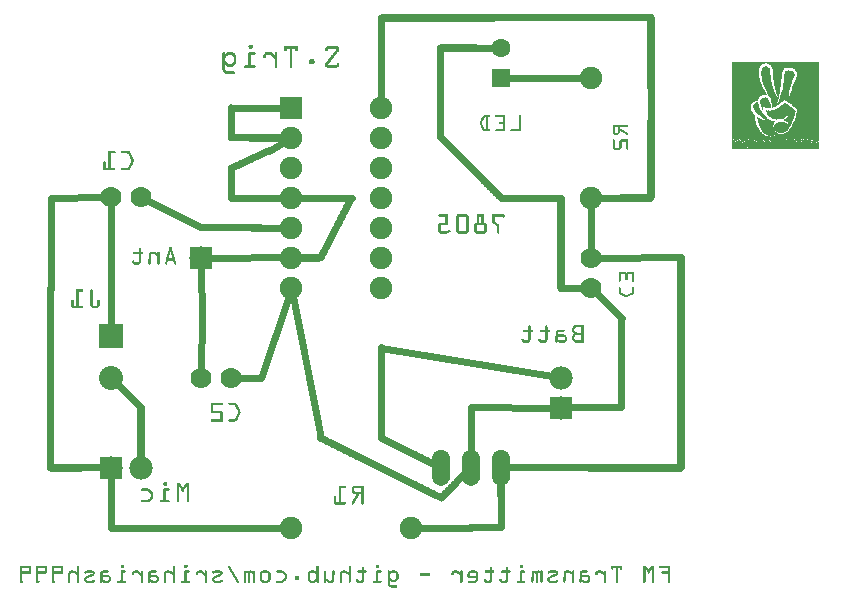
<source format=gbl>
G04 MADE WITH FRITZING*
G04 WWW.FRITZING.ORG*
G04 SINGLE SIDED*
G04 HOLES NOT PLATED*
G04 CONTOUR ON CENTER OF CONTOUR VECTOR*
%ASAXBY*%
%FSLAX23Y23*%
%MOIN*%
%OFA0B0*%
%SFA1.0B1.0*%
%ADD10C,0.075000*%
%ADD11C,0.062992*%
%ADD12C,0.070000*%
%ADD13C,0.078000*%
%ADD14C,0.080000*%
%ADD15C,0.060000*%
%ADD16R,0.075000X0.075000*%
%ADD17R,0.062992X0.062992*%
%ADD18R,0.078000X0.078000*%
%ADD19R,0.080000X0.080000*%
%ADD20C,0.024000*%
%ADD21R,0.001000X0.001000*%
%LNCOPPER0*%
G90*
G70*
G54D10*
X1407Y1776D03*
X1707Y1776D03*
X1407Y1676D03*
X1707Y1676D03*
X1407Y1576D03*
X1707Y1576D03*
X1407Y1476D03*
X1707Y1476D03*
X1407Y1376D03*
X1707Y1376D03*
X1407Y1276D03*
X1707Y1276D03*
X1407Y1176D03*
X1707Y1176D03*
X1807Y377D03*
X1407Y377D03*
X2407Y1476D03*
X2407Y1876D03*
G54D11*
X2106Y1877D03*
X2106Y1975D03*
G54D12*
X2407Y1176D03*
X2407Y1276D03*
X806Y1478D03*
X906Y1478D03*
G54D13*
X806Y577D03*
X906Y577D03*
X2307Y777D03*
X2307Y877D03*
G54D12*
X1206Y877D03*
X1106Y877D03*
G54D13*
X1106Y1277D03*
G54D14*
X806Y1015D03*
X806Y877D03*
G54D15*
X1906Y577D03*
X2006Y577D03*
X2106Y577D03*
G54D16*
X1407Y1776D03*
G54D17*
X2106Y1877D03*
G54D18*
X806Y577D03*
X2307Y777D03*
X1106Y1277D03*
G54D19*
X806Y1015D03*
G54D20*
X2425Y1157D02*
X2508Y1075D01*
D02*
X2378Y1876D02*
X2207Y1877D01*
D02*
X2207Y1877D02*
X2133Y1877D01*
D02*
X1378Y1376D02*
X1305Y1377D01*
D02*
X1333Y1633D02*
X1382Y1662D01*
D02*
X1378Y1476D02*
X1307Y1475D01*
D02*
X2277Y882D02*
X1707Y977D01*
D02*
X2433Y1276D02*
X2706Y1278D01*
D02*
X2506Y1476D02*
X2435Y1476D01*
D02*
X2277Y777D02*
X2005Y778D01*
D02*
X2005Y778D02*
X2006Y608D01*
D02*
X1608Y1475D02*
X1435Y1476D01*
D02*
X1106Y903D02*
X1108Y1076D01*
D02*
X1108Y1076D02*
X1106Y1247D01*
D02*
X807Y377D02*
X906Y377D01*
D02*
X906Y377D02*
X1378Y377D01*
D02*
X806Y547D02*
X807Y377D01*
D02*
X1233Y877D02*
X1306Y877D01*
D02*
X1306Y877D02*
X1398Y1149D01*
D02*
X1835Y377D02*
X2005Y377D01*
D02*
X1412Y1148D02*
X1505Y676D01*
D02*
X806Y1046D02*
X807Y1176D01*
D02*
X807Y1176D02*
X806Y1452D01*
D02*
X2407Y1302D02*
X2407Y1447D01*
D02*
X1136Y1277D02*
X1406Y1278D01*
D02*
X1406Y1278D02*
X1394Y1301D01*
D02*
X1378Y1776D02*
X1207Y1776D01*
D02*
X780Y1478D02*
X605Y1477D01*
D02*
X605Y1477D02*
X605Y1174D01*
G36*
X3167Y1930D02*
X3167Y1925D01*
X2984Y1925D01*
X2984Y1923D01*
X2979Y1923D01*
X2979Y1922D01*
X2977Y1922D01*
X2977Y1921D01*
X2974Y1921D01*
X2974Y1920D01*
X2973Y1920D01*
X2973Y1918D01*
X2971Y1918D01*
X2971Y1916D01*
X2969Y1916D01*
X2969Y1913D01*
X2968Y1913D01*
X2968Y1911D01*
X2966Y1911D01*
X2966Y1907D01*
X2965Y1907D01*
X2965Y1900D01*
X2964Y1900D01*
X2964Y1898D01*
X2965Y1898D01*
X2965Y1896D01*
X2964Y1896D01*
X2964Y1892D01*
X2965Y1892D01*
X2965Y1891D01*
X2964Y1891D01*
X2964Y1890D01*
X2965Y1890D01*
X2965Y1881D01*
X2966Y1881D01*
X2966Y1876D01*
X2968Y1876D01*
X2968Y1870D01*
X2969Y1870D01*
X2969Y1867D01*
X2970Y1867D01*
X2970Y1863D01*
X2971Y1863D01*
X2971Y1859D01*
X2973Y1859D01*
X2973Y1855D01*
X2974Y1855D01*
X2974Y1852D01*
X2975Y1852D01*
X2975Y1850D01*
X2977Y1850D01*
X2977Y1847D01*
X2978Y1847D01*
X2978Y1845D01*
X2979Y1845D01*
X2979Y1842D01*
X2980Y1842D01*
X2980Y1839D01*
X2982Y1839D01*
X2982Y1837D01*
X2983Y1837D01*
X2983Y1836D01*
X2984Y1836D01*
X2984Y1833D01*
X2986Y1833D01*
X2986Y1830D01*
X2987Y1830D01*
X2987Y1829D01*
X2988Y1829D01*
X2988Y1827D01*
X2989Y1827D01*
X2989Y1824D01*
X2991Y1824D01*
X2991Y1823D01*
X2992Y1823D01*
X2992Y1820D01*
X2978Y1820D01*
X2978Y1819D01*
X2975Y1819D01*
X2975Y1817D01*
X2971Y1817D01*
X2971Y1816D01*
X2970Y1816D01*
X2970Y1815D01*
X2969Y1815D01*
X2969Y1814D01*
X2966Y1814D01*
X2966Y1811D01*
X2965Y1811D01*
X2965Y1810D01*
X2964Y1810D01*
X2964Y1806D01*
X2962Y1806D01*
X2962Y1802D01*
X2961Y1802D01*
X2961Y1801D01*
X2962Y1801D01*
X2962Y1799D01*
X2956Y1799D01*
X2956Y1798D01*
X2952Y1798D01*
X2952Y1797D01*
X2948Y1797D01*
X2948Y1795D01*
X2947Y1795D01*
X2947Y1794D01*
X2946Y1794D01*
X2946Y1793D01*
X2944Y1793D01*
X2944Y1792D01*
X2943Y1792D01*
X2943Y1790D01*
X2942Y1790D01*
X2942Y1788D01*
X2940Y1788D01*
X2940Y1784D01*
X2939Y1784D01*
X2939Y1779D01*
X2938Y1779D01*
X2938Y1777D01*
X2939Y1777D01*
X2939Y1771D01*
X2940Y1771D01*
X2940Y1767D01*
X2942Y1767D01*
X2942Y1764D01*
X2943Y1764D01*
X2943Y1762D01*
X2944Y1762D01*
X2944Y1761D01*
X2946Y1761D01*
X2946Y1758D01*
X2947Y1758D01*
X2947Y1757D01*
X2948Y1757D01*
X2948Y1755D01*
X2949Y1755D01*
X2949Y1754D01*
X2951Y1754D01*
X2951Y1753D01*
X2952Y1753D01*
X2952Y1739D01*
X2953Y1739D01*
X2953Y1732D01*
X2955Y1732D01*
X2955Y1728D01*
X2956Y1728D01*
X2956Y1724D01*
X2957Y1724D01*
X2957Y1721D01*
X2958Y1721D01*
X2958Y1717D01*
X2960Y1717D01*
X2960Y1714D01*
X2961Y1714D01*
X2961Y1711D01*
X2962Y1711D01*
X2962Y1709D01*
X2964Y1709D01*
X2964Y1706D01*
X2965Y1706D01*
X2965Y1705D01*
X2966Y1705D01*
X2966Y1702D01*
X2968Y1702D01*
X2968Y1701D01*
X2969Y1701D01*
X2969Y1699D01*
X2970Y1699D01*
X2970Y1697D01*
X2971Y1697D01*
X2971Y1696D01*
X2973Y1696D01*
X2973Y1695D01*
X2974Y1695D01*
X2974Y1693D01*
X2975Y1693D01*
X2975Y1692D01*
X2977Y1692D01*
X2977Y1691D01*
X2978Y1691D01*
X2978Y1689D01*
X2980Y1689D01*
X2980Y1688D01*
X2982Y1688D01*
X2982Y1687D01*
X2983Y1687D01*
X2983Y1686D01*
X2986Y1686D01*
X2986Y1684D01*
X2988Y1684D01*
X2988Y1683D01*
X2992Y1683D01*
X2992Y1682D01*
X2999Y1682D01*
X2999Y1680D01*
X2877Y1680D01*
X2877Y1930D01*
X3167Y1930D01*
G37*
D02*
G36*
X3167Y1925D02*
X3167Y1912D01*
X3062Y1912D01*
X3062Y1911D01*
X3057Y1911D01*
X3057Y1909D01*
X3053Y1909D01*
X3053Y1908D01*
X3050Y1908D01*
X3050Y1907D01*
X3049Y1907D01*
X3049Y1905D01*
X3048Y1905D01*
X3048Y1904D01*
X3046Y1904D01*
X3046Y1903D01*
X3045Y1903D01*
X3045Y1901D01*
X3044Y1901D01*
X3044Y1896D01*
X3042Y1896D01*
X3042Y1885D01*
X3041Y1885D01*
X3041Y1883D01*
X3042Y1883D01*
X3042Y1882D01*
X3041Y1882D01*
X3041Y1872D01*
X3040Y1872D01*
X3040Y1870D01*
X3041Y1870D01*
X3041Y1869D01*
X3040Y1869D01*
X3040Y1860D01*
X3039Y1860D01*
X3039Y1859D01*
X3040Y1859D01*
X3040Y1858D01*
X3039Y1858D01*
X3039Y1850D01*
X3037Y1850D01*
X3037Y1848D01*
X3039Y1848D01*
X3039Y1847D01*
X3037Y1847D01*
X3037Y1839D01*
X3036Y1839D01*
X3036Y1838D01*
X3037Y1838D01*
X3037Y1837D01*
X3036Y1837D01*
X3036Y1830D01*
X3035Y1830D01*
X3035Y1823D01*
X3033Y1823D01*
X3033Y1815D01*
X3032Y1815D01*
X3032Y1810D01*
X3030Y1810D01*
X3030Y1812D01*
X3028Y1812D01*
X3028Y1815D01*
X3027Y1815D01*
X3027Y1817D01*
X3026Y1817D01*
X3026Y1820D01*
X3024Y1820D01*
X3024Y1824D01*
X3023Y1824D01*
X3023Y1828D01*
X3022Y1828D01*
X3022Y1830D01*
X3021Y1830D01*
X3021Y1832D01*
X3022Y1832D01*
X3022Y1833D01*
X3021Y1833D01*
X3021Y1837D01*
X3019Y1837D01*
X3019Y1841D01*
X3018Y1841D01*
X3018Y1842D01*
X3019Y1842D01*
X3019Y1843D01*
X3018Y1843D01*
X3018Y1846D01*
X3017Y1846D01*
X3017Y1847D01*
X3018Y1847D01*
X3018Y1848D01*
X3017Y1848D01*
X3017Y1852D01*
X3015Y1852D01*
X3015Y1854D01*
X3017Y1854D01*
X3017Y1855D01*
X3015Y1855D01*
X3015Y1860D01*
X3014Y1860D01*
X3014Y1861D01*
X3015Y1861D01*
X3015Y1863D01*
X3014Y1863D01*
X3014Y1868D01*
X3013Y1868D01*
X3013Y1869D01*
X3014Y1869D01*
X3014Y1870D01*
X3013Y1870D01*
X3013Y1881D01*
X3011Y1881D01*
X3011Y1882D01*
X3013Y1882D01*
X3013Y1883D01*
X3011Y1883D01*
X3011Y1886D01*
X3013Y1886D01*
X3013Y1887D01*
X3011Y1887D01*
X3011Y1905D01*
X3010Y1905D01*
X3010Y1909D01*
X3009Y1909D01*
X3009Y1912D01*
X3008Y1912D01*
X3008Y1914D01*
X3006Y1914D01*
X3006Y1916D01*
X3005Y1916D01*
X3005Y1917D01*
X3004Y1917D01*
X3004Y1918D01*
X3002Y1918D01*
X3002Y1920D01*
X3001Y1920D01*
X3001Y1921D01*
X2999Y1921D01*
X2999Y1922D01*
X2996Y1922D01*
X2996Y1923D01*
X2992Y1923D01*
X2992Y1925D01*
X3167Y1925D01*
G37*
D02*
G36*
X2991Y1916D02*
X2991Y1914D01*
X2995Y1914D01*
X2995Y1913D01*
X2996Y1913D01*
X2996Y1912D01*
X2997Y1912D01*
X2997Y1911D01*
X2999Y1911D01*
X2999Y1909D01*
X3000Y1909D01*
X3000Y1908D01*
X3001Y1908D01*
X3001Y1905D01*
X3002Y1905D01*
X3002Y1899D01*
X3004Y1899D01*
X3004Y1898D01*
X3002Y1898D01*
X3002Y1896D01*
X3004Y1896D01*
X3004Y1895D01*
X3002Y1895D01*
X3002Y1894D01*
X3004Y1894D01*
X3004Y1892D01*
X3002Y1892D01*
X3002Y1891D01*
X3004Y1891D01*
X3004Y1889D01*
X3002Y1889D01*
X3002Y1887D01*
X3004Y1887D01*
X3004Y1880D01*
X3005Y1880D01*
X3005Y1872D01*
X3006Y1872D01*
X3006Y1864D01*
X3008Y1864D01*
X3008Y1859D01*
X3009Y1859D01*
X3009Y1854D01*
X3010Y1854D01*
X3010Y1848D01*
X3011Y1848D01*
X3011Y1845D01*
X3013Y1845D01*
X3013Y1841D01*
X3014Y1841D01*
X3014Y1837D01*
X3015Y1837D01*
X3015Y1833D01*
X3017Y1833D01*
X3017Y1830D01*
X3018Y1830D01*
X3018Y1827D01*
X3019Y1827D01*
X3019Y1824D01*
X3021Y1824D01*
X3021Y1821D01*
X3022Y1821D01*
X3022Y1819D01*
X3023Y1819D01*
X3023Y1817D01*
X3024Y1817D01*
X3024Y1815D01*
X3026Y1815D01*
X3026Y1814D01*
X3027Y1814D01*
X3027Y1812D01*
X3001Y1812D01*
X3001Y1814D01*
X3000Y1814D01*
X3000Y1816D01*
X2999Y1816D01*
X2999Y1817D01*
X2997Y1817D01*
X2997Y1819D01*
X2996Y1819D01*
X2996Y1820D01*
X2995Y1820D01*
X2995Y1824D01*
X2993Y1824D01*
X2993Y1827D01*
X2992Y1827D01*
X2992Y1830D01*
X2991Y1830D01*
X2991Y1832D01*
X2989Y1832D01*
X2989Y1836D01*
X2988Y1836D01*
X2988Y1838D01*
X2987Y1838D01*
X2987Y1841D01*
X2986Y1841D01*
X2986Y1845D01*
X2984Y1845D01*
X2984Y1847D01*
X2983Y1847D01*
X2983Y1851D01*
X2982Y1851D01*
X2982Y1854D01*
X2980Y1854D01*
X2980Y1858D01*
X2979Y1858D01*
X2979Y1861D01*
X2978Y1861D01*
X2978Y1864D01*
X2977Y1864D01*
X2977Y1865D01*
X2978Y1865D01*
X2978Y1867D01*
X2977Y1867D01*
X2977Y1870D01*
X2975Y1870D01*
X2975Y1874D01*
X2974Y1874D01*
X2974Y1876D01*
X2975Y1876D01*
X2975Y1877D01*
X2974Y1877D01*
X2974Y1883D01*
X2973Y1883D01*
X2973Y1885D01*
X2974Y1885D01*
X2974Y1886D01*
X2973Y1886D01*
X2973Y1901D01*
X2974Y1901D01*
X2974Y1907D01*
X2975Y1907D01*
X2975Y1908D01*
X2977Y1908D01*
X2977Y1911D01*
X2978Y1911D01*
X2978Y1912D01*
X2979Y1912D01*
X2979Y1913D01*
X2980Y1913D01*
X2980Y1914D01*
X2984Y1914D01*
X2984Y1916D01*
X2991Y1916D01*
G37*
D02*
G36*
X3167Y1912D02*
X3167Y1801D01*
X3066Y1801D01*
X3066Y1808D01*
X3067Y1808D01*
X3067Y1815D01*
X3068Y1815D01*
X3068Y1820D01*
X3070Y1820D01*
X3070Y1825D01*
X3071Y1825D01*
X3071Y1830D01*
X3072Y1830D01*
X3072Y1834D01*
X3074Y1834D01*
X3074Y1838D01*
X3075Y1838D01*
X3075Y1843D01*
X3076Y1843D01*
X3076Y1846D01*
X3077Y1846D01*
X3077Y1850D01*
X3079Y1850D01*
X3079Y1854D01*
X3080Y1854D01*
X3080Y1856D01*
X3081Y1856D01*
X3081Y1860D01*
X3083Y1860D01*
X3083Y1863D01*
X3084Y1863D01*
X3084Y1865D01*
X3085Y1865D01*
X3085Y1868D01*
X3086Y1868D01*
X3086Y1870D01*
X3088Y1870D01*
X3088Y1873D01*
X3089Y1873D01*
X3089Y1876D01*
X3090Y1876D01*
X3090Y1878D01*
X3092Y1878D01*
X3092Y1885D01*
X3093Y1885D01*
X3093Y1887D01*
X3092Y1887D01*
X3092Y1889D01*
X3093Y1889D01*
X3093Y1891D01*
X3092Y1891D01*
X3092Y1895D01*
X3090Y1895D01*
X3090Y1899D01*
X3089Y1899D01*
X3089Y1900D01*
X3088Y1900D01*
X3088Y1901D01*
X3086Y1901D01*
X3086Y1903D01*
X3085Y1903D01*
X3085Y1904D01*
X3084Y1904D01*
X3084Y1905D01*
X3083Y1905D01*
X3083Y1907D01*
X3080Y1907D01*
X3080Y1908D01*
X3077Y1908D01*
X3077Y1909D01*
X3074Y1909D01*
X3074Y1911D01*
X3067Y1911D01*
X3067Y1912D01*
X3167Y1912D01*
G37*
D02*
G36*
X3066Y1912D02*
X3066Y1911D01*
X3063Y1911D01*
X3063Y1912D01*
X3066Y1912D01*
G37*
D02*
G36*
X3067Y1903D02*
X3067Y1901D01*
X3066Y1901D01*
X3066Y1903D01*
X3067Y1903D01*
G37*
D02*
G36*
X3064Y1903D02*
X3064Y1901D01*
X3063Y1901D01*
X3063Y1903D01*
X3064Y1903D01*
G37*
D02*
G36*
X3072Y1901D02*
X3072Y1900D01*
X3057Y1900D01*
X3057Y1901D01*
X3072Y1901D01*
G37*
D02*
G36*
X3072Y1901D02*
X3072Y1900D01*
X3057Y1900D01*
X3057Y1901D01*
X3072Y1901D01*
G37*
D02*
G36*
X3076Y1900D02*
X3076Y1899D01*
X3077Y1899D01*
X3077Y1898D01*
X3080Y1898D01*
X3080Y1895D01*
X3081Y1895D01*
X3081Y1894D01*
X3083Y1894D01*
X3083Y1891D01*
X3084Y1891D01*
X3084Y1882D01*
X3083Y1882D01*
X3083Y1878D01*
X3081Y1878D01*
X3081Y1876D01*
X3080Y1876D01*
X3080Y1873D01*
X3079Y1873D01*
X3079Y1869D01*
X3077Y1869D01*
X3077Y1867D01*
X3076Y1867D01*
X3076Y1864D01*
X3075Y1864D01*
X3075Y1859D01*
X3074Y1859D01*
X3074Y1856D01*
X3072Y1856D01*
X3072Y1851D01*
X3071Y1851D01*
X3071Y1847D01*
X3070Y1847D01*
X3070Y1841D01*
X3068Y1841D01*
X3068Y1836D01*
X3067Y1836D01*
X3067Y1834D01*
X3068Y1834D01*
X3068Y1833D01*
X3067Y1833D01*
X3067Y1829D01*
X3066Y1829D01*
X3066Y1828D01*
X3067Y1828D01*
X3067Y1827D01*
X3066Y1827D01*
X3066Y1820D01*
X3064Y1820D01*
X3064Y1819D01*
X3066Y1819D01*
X3066Y1817D01*
X3064Y1817D01*
X3064Y1802D01*
X3048Y1802D01*
X3048Y1801D01*
X3045Y1801D01*
X3045Y1798D01*
X3044Y1798D01*
X3044Y1797D01*
X3042Y1797D01*
X3042Y1795D01*
X3030Y1795D01*
X3030Y1797D01*
X3031Y1797D01*
X3031Y1801D01*
X3032Y1801D01*
X3032Y1803D01*
X3033Y1803D01*
X3033Y1807D01*
X3035Y1807D01*
X3035Y1810D01*
X3036Y1810D01*
X3036Y1814D01*
X3037Y1814D01*
X3037Y1819D01*
X3039Y1819D01*
X3039Y1823D01*
X3040Y1823D01*
X3040Y1828D01*
X3041Y1828D01*
X3041Y1832D01*
X3042Y1832D01*
X3042Y1833D01*
X3041Y1833D01*
X3041Y1834D01*
X3042Y1834D01*
X3042Y1837D01*
X3044Y1837D01*
X3044Y1838D01*
X3042Y1838D01*
X3042Y1839D01*
X3044Y1839D01*
X3044Y1845D01*
X3045Y1845D01*
X3045Y1852D01*
X3046Y1852D01*
X3046Y1858D01*
X3048Y1858D01*
X3048Y1859D01*
X3046Y1859D01*
X3046Y1860D01*
X3048Y1860D01*
X3048Y1868D01*
X3049Y1868D01*
X3049Y1876D01*
X3050Y1876D01*
X3050Y1877D01*
X3049Y1877D01*
X3049Y1878D01*
X3050Y1878D01*
X3050Y1885D01*
X3052Y1885D01*
X3052Y1886D01*
X3050Y1886D01*
X3050Y1889D01*
X3052Y1889D01*
X3052Y1896D01*
X3053Y1896D01*
X3053Y1898D01*
X3054Y1898D01*
X3054Y1899D01*
X3055Y1899D01*
X3055Y1900D01*
X3076Y1900D01*
G37*
D02*
G36*
X2980Y1820D02*
X2980Y1819D01*
X2979Y1819D01*
X2979Y1820D01*
X2980Y1820D01*
G37*
D02*
G36*
X3028Y1812D02*
X3028Y1810D01*
X3002Y1810D01*
X3002Y1812D01*
X3028Y1812D01*
G37*
D02*
G36*
X3030Y1810D02*
X3030Y1808D01*
X3031Y1808D01*
X3031Y1805D01*
X3030Y1805D01*
X3030Y1801D01*
X3028Y1801D01*
X3028Y1795D01*
X3027Y1795D01*
X3027Y1793D01*
X3026Y1793D01*
X3026Y1792D01*
X3024Y1792D01*
X3024Y1790D01*
X3023Y1790D01*
X3023Y1789D01*
X3008Y1789D01*
X3008Y1794D01*
X3006Y1794D01*
X3006Y1795D01*
X3008Y1795D01*
X3008Y1797D01*
X3006Y1797D01*
X3006Y1799D01*
X3005Y1799D01*
X3005Y1801D01*
X3006Y1801D01*
X3006Y1802D01*
X3005Y1802D01*
X3005Y1806D01*
X3004Y1806D01*
X3004Y1808D01*
X3002Y1808D01*
X3002Y1810D01*
X3030Y1810D01*
G37*
D02*
G36*
X3064Y1802D02*
X3064Y1801D01*
X3052Y1801D01*
X3052Y1802D01*
X3064Y1802D01*
G37*
D02*
G36*
X3050Y1802D02*
X3050Y1801D01*
X3049Y1801D01*
X3049Y1802D01*
X3050Y1802D01*
G37*
D02*
G36*
X3167Y1801D02*
X3167Y1799D01*
X3054Y1799D01*
X3054Y1801D01*
X3167Y1801D01*
G37*
D02*
G36*
X3167Y1801D02*
X3167Y1799D01*
X3054Y1799D01*
X3054Y1801D01*
X3167Y1801D01*
G37*
D02*
G36*
X3167Y1799D02*
X3167Y1798D01*
X3066Y1798D01*
X3066Y1799D01*
X3167Y1799D01*
G37*
D02*
G36*
X3064Y1799D02*
X3064Y1798D01*
X3057Y1798D01*
X3057Y1799D01*
X3064Y1799D01*
G37*
D02*
G36*
X2961Y1799D02*
X2961Y1798D01*
X2957Y1798D01*
X2957Y1799D01*
X2961Y1799D01*
G37*
D02*
G36*
X3167Y1798D02*
X3167Y1797D01*
X3058Y1797D01*
X3058Y1798D01*
X3167Y1798D01*
G37*
D02*
G36*
X3167Y1798D02*
X3167Y1797D01*
X3058Y1797D01*
X3058Y1798D01*
X3167Y1798D01*
G37*
D02*
G36*
X3167Y1797D02*
X3167Y1689D01*
X3039Y1689D01*
X3039Y1691D01*
X3048Y1691D01*
X3048Y1692D01*
X3052Y1692D01*
X3052Y1693D01*
X3055Y1693D01*
X3055Y1695D01*
X3057Y1695D01*
X3057Y1696D01*
X3059Y1696D01*
X3059Y1697D01*
X3062Y1697D01*
X3062Y1700D01*
X3063Y1700D01*
X3063Y1701D01*
X3064Y1701D01*
X3064Y1704D01*
X3066Y1704D01*
X3066Y1705D01*
X3067Y1705D01*
X3067Y1706D01*
X3068Y1706D01*
X3068Y1709D01*
X3070Y1709D01*
X3070Y1710D01*
X3071Y1710D01*
X3071Y1713D01*
X3072Y1713D01*
X3072Y1714D01*
X3074Y1714D01*
X3074Y1717D01*
X3075Y1717D01*
X3075Y1719D01*
X3076Y1719D01*
X3076Y1721D01*
X3077Y1721D01*
X3077Y1724D01*
X3079Y1724D01*
X3079Y1726D01*
X3080Y1726D01*
X3080Y1728D01*
X3081Y1728D01*
X3081Y1731D01*
X3083Y1731D01*
X3083Y1733D01*
X3084Y1733D01*
X3084Y1737D01*
X3085Y1737D01*
X3085Y1740D01*
X3086Y1740D01*
X3086Y1744D01*
X3088Y1744D01*
X3088Y1748D01*
X3089Y1748D01*
X3089Y1753D01*
X3090Y1753D01*
X3090Y1755D01*
X3092Y1755D01*
X3092Y1757D01*
X3090Y1757D01*
X3090Y1758D01*
X3092Y1758D01*
X3092Y1766D01*
X3093Y1766D01*
X3093Y1767D01*
X3092Y1767D01*
X3092Y1768D01*
X3093Y1768D01*
X3093Y1771D01*
X3092Y1771D01*
X3092Y1772D01*
X3090Y1772D01*
X3090Y1774D01*
X3089Y1774D01*
X3089Y1775D01*
X3088Y1775D01*
X3088Y1776D01*
X3085Y1776D01*
X3085Y1779D01*
X3083Y1779D01*
X3083Y1780D01*
X3081Y1780D01*
X3081Y1781D01*
X3080Y1781D01*
X3080Y1783D01*
X3077Y1783D01*
X3077Y1785D01*
X3075Y1785D01*
X3075Y1786D01*
X3074Y1786D01*
X3074Y1788D01*
X3072Y1788D01*
X3072Y1789D01*
X3070Y1789D01*
X3070Y1790D01*
X3068Y1790D01*
X3068Y1792D01*
X3066Y1792D01*
X3066Y1793D01*
X3064Y1793D01*
X3064Y1794D01*
X3062Y1794D01*
X3062Y1795D01*
X3061Y1795D01*
X3061Y1797D01*
X3167Y1797D01*
G37*
D02*
G36*
X2961Y1797D02*
X2961Y1795D01*
X2962Y1795D01*
X2962Y1794D01*
X2961Y1794D01*
X2961Y1793D01*
X2962Y1793D01*
X2962Y1788D01*
X2964Y1788D01*
X2964Y1784D01*
X2965Y1784D01*
X2965Y1780D01*
X2966Y1780D01*
X2966Y1777D01*
X2968Y1777D01*
X2968Y1775D01*
X2969Y1775D01*
X2969Y1772D01*
X2970Y1772D01*
X2970Y1771D01*
X2971Y1771D01*
X2971Y1768D01*
X2973Y1768D01*
X2973Y1766D01*
X2974Y1766D01*
X2974Y1764D01*
X2975Y1764D01*
X2975Y1763D01*
X2977Y1763D01*
X2977Y1761D01*
X2978Y1761D01*
X2978Y1759D01*
X2979Y1759D01*
X2979Y1758D01*
X2980Y1758D01*
X2980Y1757D01*
X2982Y1757D01*
X2982Y1755D01*
X2983Y1755D01*
X2983Y1754D01*
X2984Y1754D01*
X2984Y1752D01*
X2986Y1752D01*
X2986Y1750D01*
X2987Y1750D01*
X2987Y1748D01*
X2988Y1748D01*
X2988Y1746D01*
X2989Y1746D01*
X2989Y1745D01*
X2991Y1745D01*
X2991Y1742D01*
X2993Y1742D01*
X2993Y1741D01*
X2995Y1741D01*
X2995Y1740D01*
X2996Y1740D01*
X2996Y1739D01*
X2999Y1739D01*
X2999Y1737D01*
X3001Y1737D01*
X3001Y1736D01*
X3002Y1736D01*
X3002Y1735D01*
X2991Y1735D01*
X2991Y1736D01*
X2988Y1736D01*
X2988Y1737D01*
X2986Y1737D01*
X2986Y1739D01*
X2984Y1739D01*
X2984Y1740D01*
X2982Y1740D01*
X2982Y1741D01*
X2980Y1741D01*
X2980Y1742D01*
X2978Y1742D01*
X2978Y1744D01*
X2977Y1744D01*
X2977Y1745D01*
X2975Y1745D01*
X2975Y1746D01*
X2973Y1746D01*
X2973Y1748D01*
X2971Y1748D01*
X2971Y1749D01*
X2969Y1749D01*
X2969Y1750D01*
X2968Y1750D01*
X2968Y1752D01*
X2965Y1752D01*
X2965Y1753D01*
X2964Y1753D01*
X2964Y1754D01*
X2962Y1754D01*
X2962Y1755D01*
X2961Y1755D01*
X2961Y1757D01*
X2960Y1757D01*
X2960Y1758D01*
X2958Y1758D01*
X2958Y1759D01*
X2957Y1759D01*
X2957Y1761D01*
X2956Y1761D01*
X2956Y1762D01*
X2955Y1762D01*
X2955Y1763D01*
X2953Y1763D01*
X2953Y1764D01*
X2952Y1764D01*
X2952Y1767D01*
X2951Y1767D01*
X2951Y1770D01*
X2949Y1770D01*
X2949Y1771D01*
X2948Y1771D01*
X2948Y1776D01*
X2947Y1776D01*
X2947Y1785D01*
X2948Y1785D01*
X2948Y1788D01*
X2949Y1788D01*
X2949Y1789D01*
X2951Y1789D01*
X2951Y1792D01*
X2953Y1792D01*
X2953Y1794D01*
X2957Y1794D01*
X2957Y1795D01*
X2960Y1795D01*
X2960Y1797D01*
X2961Y1797D01*
G37*
D02*
G36*
X3040Y1795D02*
X3040Y1793D01*
X3028Y1793D01*
X3028Y1795D01*
X3040Y1795D01*
G37*
D02*
G36*
X3052Y1794D02*
X3052Y1793D01*
X3054Y1793D01*
X3054Y1792D01*
X3055Y1792D01*
X3055Y1790D01*
X3058Y1790D01*
X3058Y1789D01*
X3059Y1789D01*
X3059Y1788D01*
X3062Y1788D01*
X3062Y1786D01*
X3063Y1786D01*
X3063Y1785D01*
X3066Y1785D01*
X3066Y1784D01*
X3067Y1784D01*
X3067Y1783D01*
X3070Y1783D01*
X3070Y1781D01*
X3071Y1781D01*
X3071Y1780D01*
X3074Y1780D01*
X3074Y1779D01*
X3075Y1779D01*
X3075Y1777D01*
X3076Y1777D01*
X3076Y1776D01*
X3077Y1776D01*
X3077Y1775D01*
X3080Y1775D01*
X3080Y1774D01*
X3081Y1774D01*
X3081Y1772D01*
X3083Y1772D01*
X3083Y1771D01*
X3084Y1771D01*
X3084Y1770D01*
X3086Y1770D01*
X3086Y1767D01*
X3004Y1767D01*
X3004Y1768D01*
X3011Y1768D01*
X3011Y1770D01*
X3017Y1770D01*
X3017Y1771D01*
X3019Y1771D01*
X3019Y1772D01*
X3023Y1772D01*
X3023Y1774D01*
X3026Y1774D01*
X3026Y1775D01*
X3028Y1775D01*
X3028Y1776D01*
X3030Y1776D01*
X3030Y1777D01*
X3032Y1777D01*
X3032Y1779D01*
X3033Y1779D01*
X3033Y1780D01*
X3036Y1780D01*
X3036Y1781D01*
X3037Y1781D01*
X3037Y1783D01*
X3040Y1783D01*
X3040Y1785D01*
X3042Y1785D01*
X3042Y1786D01*
X3044Y1786D01*
X3044Y1788D01*
X3045Y1788D01*
X3045Y1789D01*
X3046Y1789D01*
X3046Y1790D01*
X3048Y1790D01*
X3048Y1793D01*
X3050Y1793D01*
X3050Y1794D01*
X3052Y1794D01*
G37*
D02*
G36*
X3037Y1793D02*
X3037Y1792D01*
X3027Y1792D01*
X3027Y1793D01*
X3037Y1793D01*
G37*
D02*
G36*
X3037Y1792D02*
X3037Y1790D01*
X3026Y1790D01*
X3026Y1792D01*
X3037Y1792D01*
G37*
D02*
G36*
X3035Y1790D02*
X3035Y1789D01*
X3024Y1789D01*
X3024Y1790D01*
X3035Y1790D01*
G37*
D02*
G36*
X3033Y1789D02*
X3033Y1788D01*
X3009Y1788D01*
X3009Y1789D01*
X3033Y1789D01*
G37*
D02*
G36*
X3033Y1789D02*
X3033Y1788D01*
X3009Y1788D01*
X3009Y1789D01*
X3033Y1789D01*
G37*
D02*
G36*
X3031Y1788D02*
X3031Y1786D01*
X3030Y1786D01*
X3030Y1785D01*
X3027Y1785D01*
X3027Y1784D01*
X3026Y1784D01*
X3026Y1783D01*
X3022Y1783D01*
X3022Y1781D01*
X3021Y1781D01*
X3021Y1780D01*
X3015Y1780D01*
X3015Y1779D01*
X3011Y1779D01*
X3011Y1777D01*
X3009Y1777D01*
X3009Y1779D01*
X3008Y1779D01*
X3008Y1780D01*
X3009Y1780D01*
X3009Y1784D01*
X3008Y1784D01*
X3008Y1785D01*
X3009Y1785D01*
X3009Y1786D01*
X3008Y1786D01*
X3008Y1788D01*
X3031Y1788D01*
G37*
D02*
G36*
X3002Y1768D02*
X3002Y1767D01*
X3001Y1767D01*
X3001Y1768D01*
X3002Y1768D01*
G37*
D02*
G36*
X2999Y1768D02*
X2999Y1767D01*
X2997Y1767D01*
X2997Y1768D01*
X2999Y1768D01*
G37*
D02*
G36*
X2996Y1768D02*
X2996Y1767D01*
X2995Y1767D01*
X2995Y1768D01*
X2996Y1768D01*
G37*
D02*
G36*
X2993Y1768D02*
X2993Y1767D01*
X2989Y1767D01*
X2989Y1768D01*
X2993Y1768D01*
G37*
D02*
G36*
X3086Y1767D02*
X3086Y1766D01*
X2989Y1766D01*
X2989Y1767D01*
X3086Y1767D01*
G37*
D02*
G36*
X3086Y1767D02*
X3086Y1766D01*
X2989Y1766D01*
X2989Y1767D01*
X3086Y1767D01*
G37*
D02*
G36*
X3086Y1767D02*
X3086Y1766D01*
X2989Y1766D01*
X2989Y1767D01*
X3086Y1767D01*
G37*
D02*
G36*
X3086Y1767D02*
X3086Y1766D01*
X2989Y1766D01*
X2989Y1767D01*
X3086Y1767D01*
G37*
D02*
G36*
X3086Y1767D02*
X3086Y1766D01*
X2989Y1766D01*
X2989Y1767D01*
X3086Y1767D01*
G37*
D02*
G36*
X3088Y1766D02*
X3088Y1764D01*
X3086Y1764D01*
X3086Y1759D01*
X3085Y1759D01*
X3085Y1754D01*
X3062Y1754D01*
X3062Y1752D01*
X3061Y1752D01*
X3061Y1750D01*
X3059Y1750D01*
X3059Y1749D01*
X3058Y1749D01*
X3058Y1748D01*
X3057Y1748D01*
X3057Y1746D01*
X3055Y1746D01*
X3055Y1745D01*
X3053Y1745D01*
X3053Y1744D01*
X3050Y1744D01*
X3050Y1742D01*
X3048Y1742D01*
X3048Y1741D01*
X3044Y1741D01*
X3044Y1740D01*
X3015Y1740D01*
X3015Y1739D01*
X3014Y1739D01*
X3014Y1740D01*
X3011Y1740D01*
X3011Y1741D01*
X3008Y1741D01*
X3008Y1742D01*
X3006Y1742D01*
X3006Y1744D01*
X3004Y1744D01*
X3004Y1745D01*
X3002Y1745D01*
X3002Y1746D01*
X3000Y1746D01*
X3000Y1748D01*
X2999Y1748D01*
X2999Y1749D01*
X2997Y1749D01*
X2997Y1750D01*
X2996Y1750D01*
X2996Y1753D01*
X2995Y1753D01*
X2995Y1754D01*
X2993Y1754D01*
X2993Y1757D01*
X2992Y1757D01*
X2992Y1759D01*
X2991Y1759D01*
X2991Y1763D01*
X2989Y1763D01*
X2989Y1766D01*
X3088Y1766D01*
G37*
D02*
G36*
X3085Y1754D02*
X3085Y1752D01*
X3084Y1752D01*
X3084Y1748D01*
X3083Y1748D01*
X3083Y1744D01*
X3081Y1744D01*
X3081Y1740D01*
X3080Y1740D01*
X3080Y1736D01*
X3079Y1736D01*
X3079Y1733D01*
X3077Y1733D01*
X3077Y1730D01*
X3076Y1730D01*
X3076Y1728D01*
X3075Y1728D01*
X3075Y1724D01*
X3074Y1724D01*
X3074Y1722D01*
X3072Y1722D01*
X3072Y1721D01*
X3071Y1721D01*
X3071Y1719D01*
X3066Y1719D01*
X3066Y1722D01*
X3064Y1722D01*
X3064Y1724D01*
X3063Y1724D01*
X3063Y1726D01*
X3062Y1726D01*
X3062Y1727D01*
X3061Y1727D01*
X3061Y1728D01*
X3059Y1728D01*
X3059Y1730D01*
X3057Y1730D01*
X3057Y1731D01*
X3054Y1731D01*
X3054Y1732D01*
X3052Y1732D01*
X3052Y1733D01*
X3049Y1733D01*
X3049Y1735D01*
X3045Y1735D01*
X3045Y1736D01*
X3046Y1736D01*
X3046Y1737D01*
X3049Y1737D01*
X3049Y1739D01*
X3052Y1739D01*
X3052Y1740D01*
X3053Y1740D01*
X3053Y1741D01*
X3054Y1741D01*
X3054Y1742D01*
X3057Y1742D01*
X3057Y1744D01*
X3058Y1744D01*
X3058Y1745D01*
X3059Y1745D01*
X3059Y1746D01*
X3061Y1746D01*
X3061Y1749D01*
X3062Y1749D01*
X3062Y1750D01*
X3063Y1750D01*
X3063Y1754D01*
X3085Y1754D01*
G37*
D02*
G36*
X2962Y1745D02*
X2962Y1744D01*
X2965Y1744D01*
X2965Y1742D01*
X2969Y1742D01*
X2969Y1741D01*
X2971Y1741D01*
X2971Y1740D01*
X2974Y1740D01*
X2974Y1739D01*
X2977Y1739D01*
X2977Y1737D01*
X2982Y1737D01*
X2982Y1736D01*
X2986Y1736D01*
X2986Y1735D01*
X2961Y1735D01*
X2961Y1740D01*
X2960Y1740D01*
X2960Y1745D01*
X2962Y1745D01*
G37*
D02*
G36*
X3040Y1740D02*
X3040Y1739D01*
X3022Y1739D01*
X3022Y1737D01*
X3021Y1737D01*
X3021Y1739D01*
X3017Y1739D01*
X3017Y1740D01*
X3040Y1740D01*
G37*
D02*
G36*
X3032Y1739D02*
X3032Y1737D01*
X3031Y1737D01*
X3031Y1739D01*
X3032Y1739D01*
G37*
D02*
G36*
X3030Y1739D02*
X3030Y1737D01*
X3028Y1737D01*
X3028Y1739D01*
X3030Y1739D01*
G37*
D02*
G36*
X3027Y1739D02*
X3027Y1737D01*
X3026Y1737D01*
X3026Y1739D01*
X3027Y1739D01*
G37*
D02*
G36*
X3024Y1739D02*
X3024Y1737D01*
X3023Y1737D01*
X3023Y1739D01*
X3024Y1739D01*
G37*
D02*
G36*
X3006Y1735D02*
X3006Y1733D01*
X2961Y1733D01*
X2961Y1735D01*
X3006Y1735D01*
G37*
D02*
G36*
X3006Y1735D02*
X3006Y1733D01*
X2961Y1733D01*
X2961Y1735D01*
X3006Y1735D01*
G37*
D02*
G36*
X3010Y1733D02*
X3010Y1732D01*
X3015Y1732D01*
X3015Y1731D01*
X2962Y1731D01*
X2962Y1732D01*
X2961Y1732D01*
X2961Y1733D01*
X3010Y1733D01*
G37*
D02*
G36*
X3018Y1732D02*
X3018Y1731D01*
X3017Y1731D01*
X3017Y1732D01*
X3018Y1732D01*
G37*
D02*
G36*
X3019Y1731D02*
X3019Y1730D01*
X2962Y1730D01*
X2962Y1731D01*
X3019Y1731D01*
G37*
D02*
G36*
X3019Y1731D02*
X3019Y1730D01*
X2962Y1730D01*
X2962Y1731D01*
X3019Y1731D01*
G37*
D02*
G36*
X3048Y1730D02*
X3048Y1728D01*
X3037Y1728D01*
X3037Y1730D01*
X3048Y1730D01*
G37*
D02*
G36*
X3036Y1730D02*
X3036Y1728D01*
X3035Y1728D01*
X3035Y1730D01*
X3036Y1730D01*
G37*
D02*
G36*
X3018Y1730D02*
X3018Y1728D01*
X3017Y1728D01*
X3017Y1726D01*
X3015Y1726D01*
X3015Y1723D01*
X3014Y1723D01*
X3014Y1718D01*
X3013Y1718D01*
X3013Y1717D01*
X3014Y1717D01*
X3014Y1715D01*
X3013Y1715D01*
X3013Y1714D01*
X3014Y1714D01*
X3014Y1711D01*
X3013Y1711D01*
X3013Y1710D01*
X3014Y1710D01*
X3014Y1708D01*
X2970Y1708D01*
X2970Y1709D01*
X2969Y1709D01*
X2969Y1711D01*
X2968Y1711D01*
X2968Y1715D01*
X2966Y1715D01*
X2966Y1718D01*
X2965Y1718D01*
X2965Y1722D01*
X2964Y1722D01*
X2964Y1727D01*
X2962Y1727D01*
X2962Y1730D01*
X3018Y1730D01*
G37*
D02*
G36*
X3053Y1728D02*
X3053Y1727D01*
X3028Y1727D01*
X3028Y1728D01*
X3053Y1728D01*
G37*
D02*
G36*
X3053Y1728D02*
X3053Y1727D01*
X3028Y1727D01*
X3028Y1728D01*
X3053Y1728D01*
G37*
D02*
G36*
X3057Y1727D02*
X3057Y1726D01*
X3059Y1726D01*
X3059Y1724D01*
X3062Y1724D01*
X3062Y1723D01*
X3063Y1723D01*
X3063Y1722D01*
X3021Y1722D01*
X3021Y1724D01*
X3023Y1724D01*
X3023Y1726D01*
X3024Y1726D01*
X3024Y1727D01*
X3057Y1727D01*
G37*
D02*
G36*
X3064Y1722D02*
X3064Y1719D01*
X3018Y1719D01*
X3018Y1721D01*
X3019Y1721D01*
X3019Y1722D01*
X3064Y1722D01*
G37*
D02*
G36*
X3071Y1719D02*
X3071Y1718D01*
X3018Y1718D01*
X3018Y1719D01*
X3071Y1719D01*
G37*
D02*
G36*
X3071Y1719D02*
X3071Y1718D01*
X3018Y1718D01*
X3018Y1719D01*
X3071Y1719D01*
G37*
D02*
G36*
X3071Y1718D02*
X3071Y1717D01*
X3070Y1717D01*
X3070Y1715D01*
X3068Y1715D01*
X3068Y1713D01*
X3067Y1713D01*
X3067Y1711D01*
X3066Y1711D01*
X3066Y1709D01*
X3064Y1709D01*
X3064Y1706D01*
X3017Y1706D01*
X3017Y1708D01*
X3015Y1708D01*
X3015Y1709D01*
X3017Y1709D01*
X3017Y1710D01*
X3015Y1710D01*
X3015Y1713D01*
X3017Y1713D01*
X3017Y1718D01*
X3071Y1718D01*
G37*
D02*
G36*
X3015Y1708D02*
X3015Y1706D01*
X2971Y1706D01*
X2971Y1708D01*
X3015Y1708D01*
G37*
D02*
G36*
X3063Y1706D02*
X3063Y1705D01*
X2971Y1705D01*
X2971Y1706D01*
X3063Y1706D01*
G37*
D02*
G36*
X3063Y1706D02*
X3063Y1705D01*
X2971Y1705D01*
X2971Y1706D01*
X3063Y1706D01*
G37*
D02*
G36*
X3062Y1705D02*
X3062Y1704D01*
X3017Y1704D01*
X3017Y1705D01*
X3062Y1705D01*
G37*
D02*
G36*
X3015Y1705D02*
X3015Y1704D01*
X2971Y1704D01*
X2971Y1705D01*
X3015Y1705D01*
G37*
D02*
G36*
X3062Y1704D02*
X3062Y1702D01*
X2973Y1702D01*
X2973Y1704D01*
X3062Y1704D01*
G37*
D02*
G36*
X3062Y1704D02*
X3062Y1702D01*
X2973Y1702D01*
X2973Y1704D01*
X3062Y1704D01*
G37*
D02*
G36*
X3061Y1702D02*
X3061Y1701D01*
X3059Y1701D01*
X3059Y1700D01*
X3058Y1700D01*
X3058Y1699D01*
X3018Y1699D01*
X3018Y1697D01*
X2977Y1697D01*
X2977Y1699D01*
X2975Y1699D01*
X2975Y1701D01*
X2974Y1701D01*
X2974Y1702D01*
X3061Y1702D01*
G37*
D02*
G36*
X3057Y1699D02*
X3057Y1697D01*
X3054Y1697D01*
X3054Y1696D01*
X3052Y1696D01*
X3052Y1695D01*
X3048Y1695D01*
X3048Y1693D01*
X3035Y1693D01*
X3035Y1692D01*
X3033Y1692D01*
X3033Y1693D01*
X3028Y1693D01*
X3028Y1695D01*
X3026Y1695D01*
X3026Y1696D01*
X3023Y1696D01*
X3023Y1697D01*
X3021Y1697D01*
X3021Y1699D01*
X3057Y1699D01*
G37*
D02*
G36*
X3021Y1697D02*
X3021Y1696D01*
X3022Y1696D01*
X3022Y1695D01*
X3024Y1695D01*
X3024Y1693D01*
X3027Y1693D01*
X3027Y1692D01*
X3030Y1692D01*
X3030Y1691D01*
X2983Y1691D01*
X2983Y1692D01*
X2982Y1692D01*
X2982Y1693D01*
X2980Y1693D01*
X2980Y1695D01*
X2979Y1695D01*
X2979Y1696D01*
X2978Y1696D01*
X2978Y1697D01*
X3021Y1697D01*
G37*
D02*
G36*
X3042Y1693D02*
X3042Y1692D01*
X3041Y1692D01*
X3041Y1693D01*
X3042Y1693D01*
G37*
D02*
G36*
X3040Y1693D02*
X3040Y1692D01*
X3036Y1692D01*
X3036Y1693D01*
X3040Y1693D01*
G37*
D02*
G36*
X3032Y1692D02*
X3032Y1691D01*
X3031Y1691D01*
X3031Y1692D01*
X3032Y1692D01*
G37*
D02*
G36*
X3037Y1691D02*
X3037Y1689D01*
X2984Y1689D01*
X2984Y1691D01*
X3037Y1691D01*
G37*
D02*
G36*
X3037Y1691D02*
X3037Y1689D01*
X2984Y1689D01*
X2984Y1691D01*
X3037Y1691D01*
G37*
D02*
G36*
X3167Y1689D02*
X3167Y1688D01*
X3024Y1688D01*
X3024Y1689D01*
X3167Y1689D01*
G37*
D02*
G36*
X3167Y1689D02*
X3167Y1688D01*
X3024Y1688D01*
X3024Y1689D01*
X3167Y1689D01*
G37*
D02*
G36*
X3023Y1689D02*
X3023Y1688D01*
X3021Y1688D01*
X3021Y1687D01*
X3018Y1687D01*
X3018Y1686D01*
X2993Y1686D01*
X2993Y1684D01*
X2992Y1684D01*
X2992Y1686D01*
X2991Y1686D01*
X2991Y1687D01*
X2988Y1687D01*
X2988Y1688D01*
X2986Y1688D01*
X2986Y1689D01*
X3023Y1689D01*
G37*
D02*
G36*
X3167Y1688D02*
X3167Y1687D01*
X3022Y1687D01*
X3022Y1688D01*
X3167Y1688D01*
G37*
D02*
G36*
X3167Y1688D02*
X3167Y1687D01*
X3022Y1687D01*
X3022Y1688D01*
X3167Y1688D01*
G37*
D02*
G36*
X3167Y1687D02*
X3167Y1686D01*
X3021Y1686D01*
X3021Y1687D01*
X3167Y1687D01*
G37*
D02*
G36*
X3167Y1686D02*
X3167Y1684D01*
X3018Y1684D01*
X3018Y1686D01*
X3167Y1686D01*
G37*
D02*
G36*
X3014Y1686D02*
X3014Y1684D01*
X3000Y1684D01*
X3000Y1683D01*
X2999Y1683D01*
X2999Y1684D01*
X2995Y1684D01*
X2995Y1686D01*
X3014Y1686D01*
G37*
D02*
G36*
X3167Y1684D02*
X3167Y1680D01*
X3006Y1680D01*
X3006Y1682D01*
X3010Y1682D01*
X3010Y1683D01*
X3014Y1683D01*
X3014Y1684D01*
X3167Y1684D01*
G37*
D02*
G36*
X3009Y1684D02*
X3009Y1683D01*
X3001Y1683D01*
X3001Y1684D01*
X3009Y1684D01*
G37*
D02*
G36*
X3001Y1682D02*
X3001Y1680D01*
X3000Y1680D01*
X3000Y1682D01*
X3001Y1682D01*
G37*
D02*
G36*
X3167Y1680D02*
X3167Y1679D01*
X2877Y1679D01*
X2877Y1680D01*
X3167Y1680D01*
G37*
D02*
G36*
X3167Y1680D02*
X3167Y1679D01*
X2877Y1679D01*
X2877Y1680D01*
X3167Y1680D01*
G37*
D02*
G36*
X3167Y1680D02*
X3167Y1679D01*
X2877Y1679D01*
X2877Y1680D01*
X3167Y1680D01*
G37*
D02*
G36*
X3167Y1679D02*
X3167Y1673D01*
X2880Y1673D01*
X2880Y1671D01*
X2877Y1671D01*
X2877Y1679D01*
X3167Y1679D01*
G37*
D02*
G36*
X3167Y1673D02*
X3167Y1671D01*
X3139Y1671D01*
X3139Y1670D01*
X3137Y1670D01*
X3137Y1671D01*
X3128Y1671D01*
X3128Y1673D01*
X3167Y1673D01*
G37*
D02*
G36*
X3127Y1673D02*
X3127Y1671D01*
X3120Y1671D01*
X3120Y1673D01*
X3127Y1673D01*
G37*
D02*
G36*
X3119Y1673D02*
X3119Y1671D01*
X3114Y1671D01*
X3114Y1673D01*
X3119Y1673D01*
G37*
D02*
G36*
X3112Y1673D02*
X3112Y1671D01*
X3108Y1671D01*
X3108Y1673D01*
X3112Y1673D01*
G37*
D02*
G36*
X3107Y1673D02*
X3107Y1671D01*
X3102Y1671D01*
X3102Y1673D01*
X3107Y1673D01*
G37*
D02*
G36*
X3101Y1673D02*
X3101Y1671D01*
X3095Y1671D01*
X3095Y1673D01*
X3101Y1673D01*
G37*
D02*
G36*
X3094Y1673D02*
X3094Y1671D01*
X3084Y1671D01*
X3084Y1673D01*
X3094Y1673D01*
G37*
D02*
G36*
X3083Y1673D02*
X3083Y1671D01*
X3075Y1671D01*
X3075Y1673D01*
X3083Y1673D01*
G37*
D02*
G36*
X3074Y1673D02*
X3074Y1671D01*
X3067Y1671D01*
X3067Y1673D01*
X3074Y1673D01*
G37*
D02*
G36*
X3066Y1673D02*
X3066Y1671D01*
X3058Y1671D01*
X3058Y1673D01*
X3066Y1673D01*
G37*
D02*
G36*
X3057Y1673D02*
X3057Y1671D01*
X2946Y1671D01*
X2946Y1670D01*
X2940Y1670D01*
X2940Y1671D01*
X2931Y1671D01*
X2931Y1673D01*
X3057Y1673D01*
G37*
D02*
G36*
X2930Y1673D02*
X2930Y1671D01*
X2912Y1671D01*
X2912Y1673D01*
X2930Y1673D01*
G37*
D02*
G36*
X2911Y1673D02*
X2911Y1671D01*
X2902Y1671D01*
X2902Y1673D01*
X2911Y1673D01*
G37*
D02*
G36*
X2900Y1673D02*
X2900Y1671D01*
X2893Y1671D01*
X2893Y1673D01*
X2900Y1673D01*
G37*
D02*
G36*
X2891Y1673D02*
X2891Y1671D01*
X2881Y1671D01*
X2881Y1673D01*
X2891Y1673D01*
G37*
D02*
G36*
X3167Y1671D02*
X3167Y1668D01*
X3158Y1668D01*
X3158Y1669D01*
X3152Y1669D01*
X3152Y1670D01*
X3148Y1670D01*
X3148Y1671D01*
X3167Y1671D01*
G37*
D02*
G36*
X3147Y1671D02*
X3147Y1670D01*
X3141Y1670D01*
X3141Y1671D01*
X3147Y1671D01*
G37*
D02*
G36*
X3136Y1671D02*
X3136Y1670D01*
X3116Y1670D01*
X3116Y1671D01*
X3136Y1671D01*
G37*
D02*
G36*
X3136Y1671D02*
X3136Y1670D01*
X3116Y1670D01*
X3116Y1671D01*
X3136Y1671D01*
G37*
D02*
G36*
X3136Y1671D02*
X3136Y1670D01*
X3116Y1670D01*
X3116Y1671D01*
X3136Y1671D01*
G37*
D02*
G36*
X3115Y1671D02*
X3115Y1670D01*
X3105Y1670D01*
X3105Y1671D01*
X3115Y1671D01*
G37*
D02*
G36*
X3115Y1671D02*
X3115Y1670D01*
X3105Y1670D01*
X3105Y1671D01*
X3115Y1671D01*
G37*
D02*
G36*
X3115Y1671D02*
X3115Y1670D01*
X3105Y1670D01*
X3105Y1671D01*
X3115Y1671D01*
G37*
D02*
G36*
X3103Y1671D02*
X3103Y1670D01*
X3098Y1670D01*
X3098Y1671D01*
X3103Y1671D01*
G37*
D02*
G36*
X3103Y1671D02*
X3103Y1670D01*
X3098Y1670D01*
X3098Y1671D01*
X3103Y1671D01*
G37*
D02*
G36*
X3097Y1671D02*
X3097Y1670D01*
X3080Y1670D01*
X3080Y1671D01*
X3097Y1671D01*
G37*
D02*
G36*
X3097Y1671D02*
X3097Y1670D01*
X3080Y1670D01*
X3080Y1671D01*
X3097Y1671D01*
G37*
D02*
G36*
X3097Y1671D02*
X3097Y1670D01*
X3080Y1670D01*
X3080Y1671D01*
X3097Y1671D01*
G37*
D02*
G36*
X3079Y1671D02*
X3079Y1670D01*
X3050Y1670D01*
X3050Y1671D01*
X3079Y1671D01*
G37*
D02*
G36*
X3079Y1671D02*
X3079Y1670D01*
X3050Y1670D01*
X3050Y1671D01*
X3079Y1671D01*
G37*
D02*
G36*
X3079Y1671D02*
X3079Y1670D01*
X3050Y1670D01*
X3050Y1671D01*
X3079Y1671D01*
G37*
D02*
G36*
X3079Y1671D02*
X3079Y1670D01*
X3050Y1670D01*
X3050Y1671D01*
X3079Y1671D01*
G37*
D02*
G36*
X3049Y1671D02*
X3049Y1670D01*
X3046Y1670D01*
X3046Y1671D01*
X3049Y1671D01*
G37*
D02*
G36*
X3045Y1671D02*
X3045Y1670D01*
X3040Y1670D01*
X3040Y1671D01*
X3045Y1671D01*
G37*
D02*
G36*
X3039Y1671D02*
X3039Y1670D01*
X3005Y1670D01*
X3005Y1669D01*
X2988Y1669D01*
X2988Y1670D01*
X2984Y1670D01*
X2984Y1671D01*
X3039Y1671D01*
G37*
D02*
G36*
X2983Y1671D02*
X2983Y1670D01*
X2964Y1670D01*
X2964Y1669D01*
X2960Y1669D01*
X2960Y1670D01*
X2952Y1670D01*
X2952Y1671D01*
X2983Y1671D01*
G37*
D02*
G36*
X2951Y1671D02*
X2951Y1670D01*
X2947Y1670D01*
X2947Y1671D01*
X2951Y1671D01*
G37*
D02*
G36*
X2939Y1671D02*
X2939Y1670D01*
X2916Y1670D01*
X2916Y1671D01*
X2939Y1671D01*
G37*
D02*
G36*
X2939Y1671D02*
X2939Y1670D01*
X2916Y1670D01*
X2916Y1671D01*
X2939Y1671D01*
G37*
D02*
G36*
X2915Y1671D02*
X2915Y1670D01*
X2904Y1670D01*
X2904Y1671D01*
X2915Y1671D01*
G37*
D02*
G36*
X2915Y1671D02*
X2915Y1670D01*
X2904Y1670D01*
X2904Y1671D01*
X2915Y1671D01*
G37*
D02*
G36*
X2903Y1671D02*
X2903Y1670D01*
X2877Y1670D01*
X2877Y1671D01*
X2903Y1671D01*
G37*
D02*
G36*
X2903Y1671D02*
X2903Y1670D01*
X2877Y1670D01*
X2877Y1671D01*
X2903Y1671D01*
G37*
D02*
G36*
X2903Y1671D02*
X2903Y1670D01*
X2877Y1670D01*
X2877Y1671D01*
X2903Y1671D01*
G37*
D02*
G36*
X2903Y1671D02*
X2903Y1670D01*
X2877Y1670D01*
X2877Y1671D01*
X2903Y1671D01*
G37*
D02*
G36*
X3151Y1670D02*
X3151Y1669D01*
X3129Y1669D01*
X3129Y1670D01*
X3151Y1670D01*
G37*
D02*
G36*
X3151Y1670D02*
X3151Y1669D01*
X3129Y1669D01*
X3129Y1670D01*
X3151Y1670D01*
G37*
D02*
G36*
X3151Y1670D02*
X3151Y1669D01*
X3129Y1669D01*
X3129Y1670D01*
X3151Y1670D01*
G37*
D02*
G36*
X3151Y1670D02*
X3151Y1669D01*
X3129Y1669D01*
X3129Y1670D01*
X3151Y1670D01*
G37*
D02*
G36*
X3128Y1670D02*
X3128Y1669D01*
X3092Y1669D01*
X3092Y1670D01*
X3128Y1670D01*
G37*
D02*
G36*
X3128Y1670D02*
X3128Y1669D01*
X3092Y1669D01*
X3092Y1670D01*
X3128Y1670D01*
G37*
D02*
G36*
X3128Y1670D02*
X3128Y1669D01*
X3092Y1669D01*
X3092Y1670D01*
X3128Y1670D01*
G37*
D02*
G36*
X3128Y1670D02*
X3128Y1669D01*
X3092Y1669D01*
X3092Y1670D01*
X3128Y1670D01*
G37*
D02*
G36*
X3090Y1670D02*
X3090Y1669D01*
X3070Y1669D01*
X3070Y1670D01*
X3090Y1670D01*
G37*
D02*
G36*
X3090Y1670D02*
X3090Y1669D01*
X3070Y1669D01*
X3070Y1670D01*
X3090Y1670D01*
G37*
D02*
G36*
X3068Y1670D02*
X3068Y1669D01*
X3032Y1669D01*
X3032Y1670D01*
X3068Y1670D01*
G37*
D02*
G36*
X3068Y1670D02*
X3068Y1669D01*
X3032Y1669D01*
X3032Y1670D01*
X3068Y1670D01*
G37*
D02*
G36*
X3068Y1670D02*
X3068Y1669D01*
X3032Y1669D01*
X3032Y1670D01*
X3068Y1670D01*
G37*
D02*
G36*
X3068Y1670D02*
X3068Y1669D01*
X3032Y1669D01*
X3032Y1670D01*
X3068Y1670D01*
G37*
D02*
G36*
X3031Y1670D02*
X3031Y1669D01*
X3023Y1669D01*
X3023Y1670D01*
X3031Y1670D01*
G37*
D02*
G36*
X3022Y1670D02*
X3022Y1669D01*
X3019Y1669D01*
X3019Y1670D01*
X3022Y1670D01*
G37*
D02*
G36*
X3018Y1670D02*
X3018Y1669D01*
X3011Y1669D01*
X3011Y1670D01*
X3018Y1670D01*
G37*
D02*
G36*
X3010Y1670D02*
X3010Y1669D01*
X3006Y1669D01*
X3006Y1670D01*
X3010Y1670D01*
G37*
D02*
G36*
X2987Y1670D02*
X2987Y1669D01*
X2977Y1669D01*
X2977Y1670D01*
X2987Y1670D01*
G37*
D02*
G36*
X2987Y1670D02*
X2987Y1669D01*
X2977Y1669D01*
X2977Y1670D01*
X2987Y1670D01*
G37*
D02*
G36*
X2975Y1670D02*
X2975Y1669D01*
X2973Y1669D01*
X2973Y1670D01*
X2975Y1670D01*
G37*
D02*
G36*
X2971Y1670D02*
X2971Y1669D01*
X2965Y1669D01*
X2965Y1670D01*
X2971Y1670D01*
G37*
D02*
G36*
X2958Y1670D02*
X2958Y1669D01*
X2898Y1669D01*
X2898Y1670D01*
X2958Y1670D01*
G37*
D02*
G36*
X2958Y1670D02*
X2958Y1669D01*
X2898Y1669D01*
X2898Y1670D01*
X2958Y1670D01*
G37*
D02*
G36*
X2958Y1670D02*
X2958Y1669D01*
X2898Y1669D01*
X2898Y1670D01*
X2958Y1670D01*
G37*
D02*
G36*
X2958Y1670D02*
X2958Y1669D01*
X2898Y1669D01*
X2898Y1670D01*
X2958Y1670D01*
G37*
D02*
G36*
X2958Y1670D02*
X2958Y1669D01*
X2898Y1669D01*
X2898Y1670D01*
X2958Y1670D01*
G37*
D02*
G36*
X2958Y1670D02*
X2958Y1669D01*
X2898Y1669D01*
X2898Y1670D01*
X2958Y1670D01*
G37*
D02*
G36*
X2896Y1670D02*
X2896Y1669D01*
X2883Y1669D01*
X2883Y1670D01*
X2896Y1670D01*
G37*
D02*
G36*
X2882Y1670D02*
X2882Y1669D01*
X2877Y1669D01*
X2877Y1670D01*
X2882Y1670D01*
G37*
D02*
G36*
X3156Y1669D02*
X3156Y1668D01*
X3108Y1668D01*
X3108Y1669D01*
X3156Y1669D01*
G37*
D02*
G36*
X3156Y1669D02*
X3156Y1668D01*
X3108Y1668D01*
X3108Y1669D01*
X3156Y1669D01*
G37*
D02*
G36*
X3156Y1669D02*
X3156Y1668D01*
X3108Y1668D01*
X3108Y1669D01*
X3156Y1669D01*
G37*
D02*
G36*
X3107Y1669D02*
X3107Y1668D01*
X3072Y1668D01*
X3072Y1669D01*
X3107Y1669D01*
G37*
D02*
G36*
X3107Y1669D02*
X3107Y1668D01*
X3072Y1668D01*
X3072Y1669D01*
X3107Y1669D01*
G37*
D02*
G36*
X3071Y1669D02*
X3071Y1668D01*
X3057Y1668D01*
X3057Y1669D01*
X3071Y1669D01*
G37*
D02*
G36*
X3071Y1669D02*
X3071Y1668D01*
X3057Y1668D01*
X3057Y1669D01*
X3071Y1669D01*
G37*
D02*
G36*
X3055Y1669D02*
X3055Y1668D01*
X3049Y1668D01*
X3049Y1666D01*
X3042Y1666D01*
X3042Y1668D01*
X3035Y1668D01*
X3035Y1669D01*
X3055Y1669D01*
G37*
D02*
G36*
X3033Y1669D02*
X3033Y1668D01*
X3027Y1668D01*
X3027Y1669D01*
X3033Y1669D01*
G37*
D02*
G36*
X3033Y1669D02*
X3033Y1668D01*
X3027Y1668D01*
X3027Y1669D01*
X3033Y1669D01*
G37*
D02*
G36*
X3026Y1669D02*
X3026Y1668D01*
X2995Y1668D01*
X2995Y1669D01*
X3026Y1669D01*
G37*
D02*
G36*
X3026Y1669D02*
X3026Y1668D01*
X2995Y1668D01*
X2995Y1669D01*
X3026Y1669D01*
G37*
D02*
G36*
X3026Y1669D02*
X3026Y1668D01*
X2995Y1668D01*
X2995Y1669D01*
X3026Y1669D01*
G37*
D02*
G36*
X3026Y1669D02*
X3026Y1668D01*
X2995Y1668D01*
X2995Y1669D01*
X3026Y1669D01*
G37*
D02*
G36*
X3026Y1669D02*
X3026Y1668D01*
X2995Y1668D01*
X2995Y1669D01*
X3026Y1669D01*
G37*
D02*
G36*
X2993Y1669D02*
X2993Y1668D01*
X2938Y1668D01*
X2938Y1669D01*
X2993Y1669D01*
G37*
D02*
G36*
X2993Y1669D02*
X2993Y1668D01*
X2938Y1668D01*
X2938Y1669D01*
X2993Y1669D01*
G37*
D02*
G36*
X2993Y1669D02*
X2993Y1668D01*
X2938Y1668D01*
X2938Y1669D01*
X2993Y1669D01*
G37*
D02*
G36*
X2993Y1669D02*
X2993Y1668D01*
X2938Y1668D01*
X2938Y1669D01*
X2993Y1669D01*
G37*
D02*
G36*
X2993Y1669D02*
X2993Y1668D01*
X2938Y1668D01*
X2938Y1669D01*
X2993Y1669D01*
G37*
D02*
G36*
X2993Y1669D02*
X2993Y1668D01*
X2938Y1668D01*
X2938Y1669D01*
X2993Y1669D01*
G37*
D02*
G36*
X2936Y1669D02*
X2936Y1668D01*
X2933Y1668D01*
X2933Y1669D01*
X2936Y1669D01*
G37*
D02*
G36*
X2931Y1669D02*
X2931Y1668D01*
X2918Y1668D01*
X2918Y1669D01*
X2931Y1669D01*
G37*
D02*
G36*
X2917Y1669D02*
X2917Y1668D01*
X2909Y1668D01*
X2909Y1669D01*
X2917Y1669D01*
G37*
D02*
G36*
X2908Y1669D02*
X2908Y1668D01*
X2891Y1668D01*
X2891Y1669D01*
X2908Y1669D01*
G37*
D02*
G36*
X2908Y1669D02*
X2908Y1668D01*
X2891Y1668D01*
X2891Y1669D01*
X2908Y1669D01*
G37*
D02*
G36*
X2890Y1669D02*
X2890Y1668D01*
X2877Y1668D01*
X2877Y1669D01*
X2890Y1669D01*
G37*
D02*
G36*
X2890Y1669D02*
X2890Y1668D01*
X2877Y1668D01*
X2877Y1669D01*
X2890Y1669D01*
G37*
D02*
G36*
X3167Y1668D02*
X3167Y1666D01*
X3145Y1666D01*
X3145Y1668D01*
X3167Y1668D01*
G37*
D02*
G36*
X3167Y1668D02*
X3167Y1666D01*
X3145Y1666D01*
X3145Y1668D01*
X3167Y1668D01*
G37*
D02*
G36*
X3143Y1668D02*
X3143Y1666D01*
X3141Y1666D01*
X3141Y1668D01*
X3143Y1668D01*
G37*
D02*
G36*
X3139Y1668D02*
X3139Y1666D01*
X3134Y1666D01*
X3134Y1665D01*
X3130Y1665D01*
X3130Y1666D01*
X3125Y1666D01*
X3125Y1668D01*
X3139Y1668D01*
G37*
D02*
G36*
X3124Y1668D02*
X3124Y1666D01*
X3080Y1666D01*
X3080Y1668D01*
X3124Y1668D01*
G37*
D02*
G36*
X3124Y1668D02*
X3124Y1666D01*
X3080Y1666D01*
X3080Y1668D01*
X3124Y1668D01*
G37*
D02*
G36*
X3079Y1668D02*
X3079Y1666D01*
X3050Y1666D01*
X3050Y1668D01*
X3079Y1668D01*
G37*
D02*
G36*
X3079Y1668D02*
X3079Y1666D01*
X3050Y1666D01*
X3050Y1668D01*
X3079Y1668D01*
G37*
D02*
G36*
X3079Y1668D02*
X3079Y1666D01*
X3050Y1666D01*
X3050Y1668D01*
X3079Y1668D01*
G37*
D02*
G36*
X3041Y1668D02*
X3041Y1666D01*
X3013Y1666D01*
X3013Y1668D01*
X3041Y1668D01*
G37*
D02*
G36*
X3041Y1668D02*
X3041Y1666D01*
X3013Y1666D01*
X3013Y1668D01*
X3041Y1668D01*
G37*
D02*
G36*
X3041Y1668D02*
X3041Y1666D01*
X3013Y1666D01*
X3013Y1668D01*
X3041Y1668D01*
G37*
D02*
G36*
X3011Y1668D02*
X3011Y1666D01*
X3001Y1666D01*
X3001Y1668D01*
X3011Y1668D01*
G37*
D02*
G36*
X3000Y1668D02*
X3000Y1666D01*
X2982Y1666D01*
X2982Y1668D01*
X3000Y1668D01*
G37*
D02*
G36*
X3000Y1668D02*
X3000Y1666D01*
X2982Y1666D01*
X2982Y1668D01*
X3000Y1668D01*
G37*
D02*
G36*
X2980Y1668D02*
X2980Y1666D01*
X2969Y1666D01*
X2969Y1668D01*
X2980Y1668D01*
G37*
D02*
G36*
X2968Y1668D02*
X2968Y1666D01*
X2951Y1666D01*
X2951Y1668D01*
X2968Y1668D01*
G37*
D02*
G36*
X2949Y1668D02*
X2949Y1666D01*
X2904Y1666D01*
X2904Y1668D01*
X2949Y1668D01*
G37*
D02*
G36*
X2949Y1668D02*
X2949Y1666D01*
X2904Y1666D01*
X2904Y1668D01*
X2949Y1668D01*
G37*
D02*
G36*
X2949Y1668D02*
X2949Y1666D01*
X2904Y1666D01*
X2904Y1668D01*
X2949Y1668D01*
G37*
D02*
G36*
X2949Y1668D02*
X2949Y1666D01*
X2904Y1666D01*
X2904Y1668D01*
X2949Y1668D01*
G37*
D02*
G36*
X2949Y1668D02*
X2949Y1666D01*
X2904Y1666D01*
X2904Y1668D01*
X2949Y1668D01*
G37*
D02*
G36*
X2903Y1668D02*
X2903Y1666D01*
X2894Y1666D01*
X2894Y1668D01*
X2903Y1668D01*
G37*
D02*
G36*
X2893Y1668D02*
X2893Y1666D01*
X2877Y1666D01*
X2877Y1668D01*
X2893Y1668D01*
G37*
D02*
G36*
X2893Y1668D02*
X2893Y1666D01*
X2877Y1666D01*
X2877Y1668D01*
X2893Y1668D01*
G37*
D02*
G36*
X3167Y1666D02*
X3167Y1664D01*
X3164Y1664D01*
X3164Y1665D01*
X3152Y1665D01*
X3152Y1666D01*
X3167Y1666D01*
G37*
D02*
G36*
X3151Y1666D02*
X3151Y1665D01*
X3136Y1665D01*
X3136Y1666D01*
X3151Y1666D01*
G37*
D02*
G36*
X3151Y1666D02*
X3151Y1665D01*
X3136Y1665D01*
X3136Y1666D01*
X3151Y1666D01*
G37*
D02*
G36*
X3151Y1666D02*
X3151Y1665D01*
X3136Y1665D01*
X3136Y1666D01*
X3151Y1666D01*
G37*
D02*
G36*
X3129Y1666D02*
X3129Y1665D01*
X3116Y1665D01*
X3116Y1666D01*
X3129Y1666D01*
G37*
D02*
G36*
X3129Y1666D02*
X3129Y1665D01*
X3116Y1665D01*
X3116Y1666D01*
X3129Y1666D01*
G37*
D02*
G36*
X3115Y1666D02*
X3115Y1665D01*
X3098Y1665D01*
X3098Y1666D01*
X3115Y1666D01*
G37*
D02*
G36*
X3097Y1666D02*
X3097Y1665D01*
X3084Y1665D01*
X3084Y1666D01*
X3097Y1666D01*
G37*
D02*
G36*
X3083Y1666D02*
X3083Y1665D01*
X3045Y1665D01*
X3045Y1666D01*
X3083Y1666D01*
G37*
D02*
G36*
X3083Y1666D02*
X3083Y1665D01*
X3045Y1665D01*
X3045Y1666D01*
X3083Y1666D01*
G37*
D02*
G36*
X3083Y1666D02*
X3083Y1665D01*
X3045Y1665D01*
X3045Y1666D01*
X3083Y1666D01*
G37*
D02*
G36*
X3044Y1666D02*
X3044Y1665D01*
X2989Y1665D01*
X2989Y1666D01*
X3044Y1666D01*
G37*
D02*
G36*
X3044Y1666D02*
X3044Y1665D01*
X2989Y1665D01*
X2989Y1666D01*
X3044Y1666D01*
G37*
D02*
G36*
X3044Y1666D02*
X3044Y1665D01*
X2989Y1665D01*
X2989Y1666D01*
X3044Y1666D01*
G37*
D02*
G36*
X3044Y1666D02*
X3044Y1665D01*
X2989Y1665D01*
X2989Y1666D01*
X3044Y1666D01*
G37*
D02*
G36*
X2988Y1666D02*
X2988Y1665D01*
X2978Y1665D01*
X2978Y1666D01*
X2988Y1666D01*
G37*
D02*
G36*
X2988Y1666D02*
X2988Y1665D01*
X2978Y1665D01*
X2978Y1666D01*
X2988Y1666D01*
G37*
D02*
G36*
X2977Y1666D02*
X2977Y1665D01*
X2962Y1665D01*
X2962Y1666D01*
X2977Y1666D01*
G37*
D02*
G36*
X2977Y1666D02*
X2977Y1665D01*
X2962Y1665D01*
X2962Y1666D01*
X2977Y1666D01*
G37*
D02*
G36*
X2961Y1666D02*
X2961Y1665D01*
X2942Y1665D01*
X2942Y1666D01*
X2961Y1666D01*
G37*
D02*
G36*
X2961Y1666D02*
X2961Y1665D01*
X2942Y1665D01*
X2942Y1666D01*
X2961Y1666D01*
G37*
D02*
G36*
X2940Y1666D02*
X2940Y1665D01*
X2885Y1665D01*
X2885Y1666D01*
X2940Y1666D01*
G37*
D02*
G36*
X2940Y1666D02*
X2940Y1665D01*
X2885Y1665D01*
X2885Y1666D01*
X2940Y1666D01*
G37*
D02*
G36*
X2940Y1666D02*
X2940Y1665D01*
X2885Y1665D01*
X2885Y1666D01*
X2940Y1666D01*
G37*
D02*
G36*
X2883Y1666D02*
X2883Y1665D01*
X2881Y1665D01*
X2881Y1666D01*
X2883Y1666D01*
G37*
D02*
G36*
X2880Y1666D02*
X2880Y1665D01*
X2877Y1665D01*
X2877Y1666D01*
X2880Y1666D01*
G37*
D02*
G36*
X3163Y1665D02*
X3163Y1664D01*
X3147Y1664D01*
X3147Y1665D01*
X3163Y1665D01*
G37*
D02*
G36*
X3163Y1665D02*
X3163Y1664D01*
X3147Y1664D01*
X3147Y1665D01*
X3163Y1665D01*
G37*
D02*
G36*
X3146Y1665D02*
X3146Y1664D01*
X3108Y1664D01*
X3108Y1665D01*
X3146Y1665D01*
G37*
D02*
G36*
X3146Y1665D02*
X3146Y1664D01*
X3108Y1664D01*
X3108Y1665D01*
X3146Y1665D01*
G37*
D02*
G36*
X3146Y1665D02*
X3146Y1664D01*
X3108Y1664D01*
X3108Y1665D01*
X3146Y1665D01*
G37*
D02*
G36*
X3146Y1665D02*
X3146Y1664D01*
X3108Y1664D01*
X3108Y1665D01*
X3146Y1665D01*
G37*
D02*
G36*
X3107Y1665D02*
X3107Y1664D01*
X3092Y1664D01*
X3092Y1665D01*
X3107Y1665D01*
G37*
D02*
G36*
X3107Y1665D02*
X3107Y1664D01*
X3092Y1664D01*
X3092Y1665D01*
X3107Y1665D01*
G37*
D02*
G36*
X3090Y1665D02*
X3090Y1664D01*
X3053Y1664D01*
X3053Y1665D01*
X3090Y1665D01*
G37*
D02*
G36*
X3090Y1665D02*
X3090Y1664D01*
X3053Y1664D01*
X3053Y1665D01*
X3090Y1665D01*
G37*
D02*
G36*
X3052Y1665D02*
X3052Y1664D01*
X3036Y1664D01*
X3036Y1665D01*
X3052Y1665D01*
G37*
D02*
G36*
X3052Y1665D02*
X3052Y1664D01*
X3036Y1664D01*
X3036Y1665D01*
X3052Y1665D01*
G37*
D02*
G36*
X3035Y1665D02*
X3035Y1664D01*
X3004Y1664D01*
X3004Y1665D01*
X3035Y1665D01*
G37*
D02*
G36*
X3002Y1665D02*
X3002Y1664D01*
X2997Y1664D01*
X2997Y1665D01*
X3002Y1665D01*
G37*
D02*
G36*
X2996Y1665D02*
X2996Y1664D01*
X2993Y1664D01*
X2993Y1665D01*
X2996Y1665D01*
G37*
D02*
G36*
X2992Y1665D02*
X2992Y1664D01*
X2984Y1664D01*
X2984Y1665D01*
X2992Y1665D01*
G37*
D02*
G36*
X2992Y1665D02*
X2992Y1664D01*
X2984Y1664D01*
X2984Y1665D01*
X2992Y1665D01*
G37*
D02*
G36*
X2983Y1665D02*
X2983Y1664D01*
X2965Y1664D01*
X2965Y1665D01*
X2983Y1665D01*
G37*
D02*
G36*
X2983Y1665D02*
X2983Y1664D01*
X2965Y1664D01*
X2965Y1665D01*
X2983Y1665D01*
G37*
D02*
G36*
X2964Y1665D02*
X2964Y1664D01*
X2958Y1664D01*
X2958Y1665D01*
X2964Y1665D01*
G37*
D02*
G36*
X2964Y1665D02*
X2964Y1664D01*
X2958Y1664D01*
X2958Y1665D01*
X2964Y1665D01*
G37*
D02*
G36*
X2957Y1665D02*
X2957Y1664D01*
X2918Y1664D01*
X2918Y1665D01*
X2957Y1665D01*
G37*
D02*
G36*
X2957Y1665D02*
X2957Y1664D01*
X2918Y1664D01*
X2918Y1665D01*
X2957Y1665D01*
G37*
D02*
G36*
X2917Y1665D02*
X2917Y1664D01*
X2896Y1664D01*
X2896Y1665D01*
X2917Y1665D01*
G37*
D02*
G36*
X2895Y1665D02*
X2895Y1664D01*
X2889Y1664D01*
X2889Y1665D01*
X2895Y1665D01*
G37*
D02*
G36*
X2887Y1665D02*
X2887Y1664D01*
X2877Y1664D01*
X2877Y1665D01*
X2887Y1665D01*
G37*
D02*
G36*
X2887Y1665D02*
X2887Y1664D01*
X2877Y1664D01*
X2877Y1665D01*
X2887Y1665D01*
G37*
D02*
G36*
X2887Y1665D02*
X2887Y1664D01*
X2877Y1664D01*
X2877Y1665D01*
X2887Y1665D01*
G37*
D02*
G36*
X3167Y1664D02*
X3167Y1662D01*
X3125Y1662D01*
X3125Y1664D01*
X3167Y1664D01*
G37*
D02*
G36*
X3167Y1664D02*
X3167Y1662D01*
X3125Y1662D01*
X3125Y1664D01*
X3167Y1664D01*
G37*
D02*
G36*
X3167Y1664D02*
X3167Y1662D01*
X3125Y1662D01*
X3125Y1664D01*
X3167Y1664D01*
G37*
D02*
G36*
X3124Y1664D02*
X3124Y1662D01*
X3099Y1662D01*
X3099Y1664D01*
X3124Y1664D01*
G37*
D02*
G36*
X3124Y1664D02*
X3124Y1662D01*
X3099Y1662D01*
X3099Y1664D01*
X3124Y1664D01*
G37*
D02*
G36*
X3098Y1664D02*
X3098Y1662D01*
X3077Y1662D01*
X3077Y1664D01*
X3098Y1664D01*
G37*
D02*
G36*
X3098Y1664D02*
X3098Y1662D01*
X3077Y1662D01*
X3077Y1664D01*
X3098Y1664D01*
G37*
D02*
G36*
X3076Y1664D02*
X3076Y1662D01*
X3071Y1662D01*
X3071Y1664D01*
X3076Y1664D01*
G37*
D02*
G36*
X3070Y1664D02*
X3070Y1662D01*
X3055Y1662D01*
X3055Y1664D01*
X3070Y1664D01*
G37*
D02*
G36*
X3054Y1664D02*
X3054Y1662D01*
X3019Y1662D01*
X3019Y1664D01*
X3054Y1664D01*
G37*
D02*
G36*
X3054Y1664D02*
X3054Y1662D01*
X3019Y1662D01*
X3019Y1664D01*
X3054Y1664D01*
G37*
D02*
G36*
X3054Y1664D02*
X3054Y1662D01*
X3019Y1662D01*
X3019Y1664D01*
X3054Y1664D01*
G37*
D02*
G36*
X3018Y1664D02*
X3018Y1662D01*
X2951Y1662D01*
X2951Y1664D01*
X3018Y1664D01*
G37*
D02*
G36*
X3018Y1664D02*
X3018Y1662D01*
X2951Y1662D01*
X2951Y1664D01*
X3018Y1664D01*
G37*
D02*
G36*
X3018Y1664D02*
X3018Y1662D01*
X2951Y1662D01*
X2951Y1664D01*
X3018Y1664D01*
G37*
D02*
G36*
X3018Y1664D02*
X3018Y1662D01*
X2951Y1662D01*
X2951Y1664D01*
X3018Y1664D01*
G37*
D02*
G36*
X3018Y1664D02*
X3018Y1662D01*
X2951Y1662D01*
X2951Y1664D01*
X3018Y1664D01*
G37*
D02*
G36*
X3018Y1664D02*
X3018Y1662D01*
X2951Y1662D01*
X2951Y1664D01*
X3018Y1664D01*
G37*
D02*
G36*
X3018Y1664D02*
X3018Y1662D01*
X2951Y1662D01*
X2951Y1664D01*
X3018Y1664D01*
G37*
D02*
G36*
X2949Y1664D02*
X2949Y1662D01*
X2938Y1662D01*
X2938Y1664D01*
X2949Y1664D01*
G37*
D02*
G36*
X2936Y1664D02*
X2936Y1662D01*
X2933Y1662D01*
X2933Y1664D01*
X2936Y1664D01*
G37*
D02*
G36*
X2931Y1664D02*
X2931Y1662D01*
X2905Y1662D01*
X2905Y1664D01*
X2931Y1664D01*
G37*
D02*
G36*
X2931Y1664D02*
X2931Y1662D01*
X2905Y1662D01*
X2905Y1664D01*
X2931Y1664D01*
G37*
D02*
G36*
X2904Y1664D02*
X2904Y1662D01*
X2877Y1662D01*
X2877Y1664D01*
X2904Y1664D01*
G37*
D02*
G36*
X2904Y1664D02*
X2904Y1662D01*
X2877Y1662D01*
X2877Y1664D01*
X2904Y1664D01*
G37*
D02*
G36*
X2904Y1664D02*
X2904Y1662D01*
X2877Y1662D01*
X2877Y1664D01*
X2904Y1664D01*
G37*
D02*
G36*
X3167Y1662D02*
X3167Y1660D01*
X3161Y1660D01*
X3161Y1661D01*
X3158Y1661D01*
X3158Y1662D01*
X3167Y1662D01*
G37*
D02*
G36*
X3156Y1662D02*
X3156Y1661D01*
X3152Y1661D01*
X3152Y1662D01*
X3156Y1662D01*
G37*
D02*
G36*
X3151Y1662D02*
X3151Y1661D01*
X3141Y1661D01*
X3141Y1662D01*
X3151Y1662D01*
G37*
D02*
G36*
X3139Y1662D02*
X3139Y1661D01*
X3116Y1661D01*
X3116Y1662D01*
X3139Y1662D01*
G37*
D02*
G36*
X3139Y1662D02*
X3139Y1661D01*
X3116Y1661D01*
X3116Y1662D01*
X3139Y1662D01*
G37*
D02*
G36*
X3115Y1662D02*
X3115Y1661D01*
X3013Y1661D01*
X3013Y1662D01*
X3115Y1662D01*
G37*
D02*
G36*
X3115Y1662D02*
X3115Y1661D01*
X3013Y1661D01*
X3013Y1662D01*
X3115Y1662D01*
G37*
D02*
G36*
X3115Y1662D02*
X3115Y1661D01*
X3013Y1661D01*
X3013Y1662D01*
X3115Y1662D01*
G37*
D02*
G36*
X3115Y1662D02*
X3115Y1661D01*
X3013Y1661D01*
X3013Y1662D01*
X3115Y1662D01*
G37*
D02*
G36*
X3115Y1662D02*
X3115Y1661D01*
X3013Y1661D01*
X3013Y1662D01*
X3115Y1662D01*
G37*
D02*
G36*
X3115Y1662D02*
X3115Y1661D01*
X3013Y1661D01*
X3013Y1662D01*
X3115Y1662D01*
G37*
D02*
G36*
X3011Y1662D02*
X3011Y1661D01*
X2987Y1661D01*
X2987Y1660D01*
X2975Y1660D01*
X2975Y1661D01*
X2970Y1661D01*
X2970Y1662D01*
X3011Y1662D01*
G37*
D02*
G36*
X2969Y1662D02*
X2969Y1661D01*
X2943Y1661D01*
X2943Y1662D01*
X2969Y1662D01*
G37*
D02*
G36*
X2969Y1662D02*
X2969Y1661D01*
X2943Y1661D01*
X2943Y1662D01*
X2969Y1662D01*
G37*
D02*
G36*
X2942Y1662D02*
X2942Y1661D01*
X2925Y1661D01*
X2925Y1662D01*
X2942Y1662D01*
G37*
D02*
G36*
X2942Y1662D02*
X2942Y1661D01*
X2925Y1661D01*
X2925Y1662D01*
X2942Y1662D01*
G37*
D02*
G36*
X2942Y1662D02*
X2942Y1661D01*
X2925Y1661D01*
X2925Y1662D01*
X2942Y1662D01*
G37*
D02*
G36*
X2924Y1662D02*
X2924Y1661D01*
X2911Y1661D01*
X2911Y1662D01*
X2924Y1662D01*
G37*
D02*
G36*
X2909Y1662D02*
X2909Y1661D01*
X2877Y1661D01*
X2877Y1662D01*
X2909Y1662D01*
G37*
D02*
G36*
X2909Y1662D02*
X2909Y1661D01*
X2877Y1661D01*
X2877Y1662D01*
X2909Y1662D01*
G37*
D02*
G36*
X3160Y1661D02*
X3160Y1660D01*
X3132Y1660D01*
X3132Y1661D01*
X3160Y1661D01*
G37*
D02*
G36*
X3160Y1661D02*
X3160Y1660D01*
X3132Y1660D01*
X3132Y1661D01*
X3160Y1661D01*
G37*
D02*
G36*
X3160Y1661D02*
X3160Y1660D01*
X3132Y1660D01*
X3132Y1661D01*
X3160Y1661D01*
G37*
D02*
G36*
X3160Y1661D02*
X3160Y1660D01*
X3132Y1660D01*
X3132Y1661D01*
X3160Y1661D01*
G37*
D02*
G36*
X3130Y1661D02*
X3130Y1660D01*
X3123Y1660D01*
X3123Y1661D01*
X3130Y1661D01*
G37*
D02*
G36*
X3121Y1661D02*
X3121Y1660D01*
X3110Y1660D01*
X3110Y1661D01*
X3121Y1661D01*
G37*
D02*
G36*
X3121Y1661D02*
X3121Y1660D01*
X3110Y1660D01*
X3110Y1661D01*
X3121Y1661D01*
G37*
D02*
G36*
X3108Y1661D02*
X3108Y1660D01*
X3105Y1660D01*
X3105Y1661D01*
X3108Y1661D01*
G37*
D02*
G36*
X3103Y1661D02*
X3103Y1660D01*
X3093Y1660D01*
X3093Y1661D01*
X3103Y1661D01*
G37*
D02*
G36*
X3092Y1661D02*
X3092Y1660D01*
X3081Y1660D01*
X3081Y1661D01*
X3092Y1661D01*
G37*
D02*
G36*
X3080Y1661D02*
X3080Y1660D01*
X3045Y1660D01*
X3045Y1661D01*
X3080Y1661D01*
G37*
D02*
G36*
X3044Y1661D02*
X3044Y1660D01*
X3037Y1660D01*
X3037Y1658D01*
X3031Y1658D01*
X3031Y1660D01*
X3028Y1660D01*
X3028Y1661D01*
X3044Y1661D01*
G37*
D02*
G36*
X3027Y1661D02*
X3027Y1660D01*
X3008Y1660D01*
X3008Y1661D01*
X3027Y1661D01*
G37*
D02*
G36*
X3027Y1661D02*
X3027Y1660D01*
X3008Y1660D01*
X3008Y1661D01*
X3027Y1661D01*
G37*
D02*
G36*
X3006Y1661D02*
X3006Y1660D01*
X3000Y1660D01*
X3000Y1661D01*
X3006Y1661D01*
G37*
D02*
G36*
X2999Y1661D02*
X2999Y1660D01*
X2988Y1660D01*
X2988Y1661D01*
X2999Y1661D01*
G37*
D02*
G36*
X2974Y1661D02*
X2974Y1660D01*
X2965Y1660D01*
X2965Y1661D01*
X2974Y1661D01*
G37*
D02*
G36*
X2974Y1661D02*
X2974Y1660D01*
X2965Y1660D01*
X2965Y1661D01*
X2974Y1661D01*
G37*
D02*
G36*
X2964Y1661D02*
X2964Y1660D01*
X2929Y1660D01*
X2929Y1661D01*
X2964Y1661D01*
G37*
D02*
G36*
X2964Y1661D02*
X2964Y1660D01*
X2929Y1660D01*
X2929Y1661D01*
X2964Y1661D01*
G37*
D02*
G36*
X2927Y1661D02*
X2927Y1660D01*
X2916Y1660D01*
X2916Y1661D01*
X2927Y1661D01*
G37*
D02*
G36*
X2927Y1661D02*
X2927Y1660D01*
X2916Y1660D01*
X2916Y1661D01*
X2927Y1661D01*
G37*
D02*
G36*
X2915Y1661D02*
X2915Y1660D01*
X2899Y1660D01*
X2899Y1661D01*
X2915Y1661D01*
G37*
D02*
G36*
X2915Y1661D02*
X2915Y1660D01*
X2899Y1660D01*
X2899Y1661D01*
X2915Y1661D01*
G37*
D02*
G36*
X2898Y1661D02*
X2898Y1660D01*
X2893Y1660D01*
X2893Y1661D01*
X2898Y1661D01*
G37*
D02*
G36*
X2891Y1661D02*
X2891Y1660D01*
X2881Y1660D01*
X2881Y1661D01*
X2891Y1661D01*
G37*
D02*
G36*
X2880Y1661D02*
X2880Y1660D01*
X2877Y1660D01*
X2877Y1661D01*
X2880Y1661D01*
G37*
D02*
G36*
X3167Y1660D02*
X3167Y1658D01*
X3136Y1658D01*
X3136Y1660D01*
X3167Y1660D01*
G37*
D02*
G36*
X3167Y1660D02*
X3167Y1658D01*
X3136Y1658D01*
X3136Y1660D01*
X3167Y1660D01*
G37*
D02*
G36*
X3134Y1660D02*
X3134Y1658D01*
X3039Y1658D01*
X3039Y1660D01*
X3134Y1660D01*
G37*
D02*
G36*
X3134Y1660D02*
X3134Y1658D01*
X3039Y1658D01*
X3039Y1660D01*
X3134Y1660D01*
G37*
D02*
G36*
X3134Y1660D02*
X3134Y1658D01*
X3039Y1658D01*
X3039Y1660D01*
X3134Y1660D01*
G37*
D02*
G36*
X3134Y1660D02*
X3134Y1658D01*
X3039Y1658D01*
X3039Y1660D01*
X3134Y1660D01*
G37*
D02*
G36*
X3134Y1660D02*
X3134Y1658D01*
X3039Y1658D01*
X3039Y1660D01*
X3134Y1660D01*
G37*
D02*
G36*
X3134Y1660D02*
X3134Y1658D01*
X3039Y1658D01*
X3039Y1660D01*
X3134Y1660D01*
G37*
D02*
G36*
X3134Y1660D02*
X3134Y1658D01*
X3039Y1658D01*
X3039Y1660D01*
X3134Y1660D01*
G37*
D02*
G36*
X3134Y1660D02*
X3134Y1658D01*
X3039Y1658D01*
X3039Y1660D01*
X3134Y1660D01*
G37*
D02*
G36*
X3030Y1660D02*
X3030Y1658D01*
X2877Y1658D01*
X2877Y1660D01*
X3030Y1660D01*
G37*
D02*
G36*
X3030Y1660D02*
X3030Y1658D01*
X2877Y1658D01*
X2877Y1660D01*
X3030Y1660D01*
G37*
D02*
G36*
X3030Y1660D02*
X3030Y1658D01*
X2877Y1658D01*
X2877Y1660D01*
X3030Y1660D01*
G37*
D02*
G36*
X3030Y1660D02*
X3030Y1658D01*
X2877Y1658D01*
X2877Y1660D01*
X3030Y1660D01*
G37*
D02*
G36*
X3030Y1660D02*
X3030Y1658D01*
X2877Y1658D01*
X2877Y1660D01*
X3030Y1660D01*
G37*
D02*
G36*
X3030Y1660D02*
X3030Y1658D01*
X2877Y1658D01*
X2877Y1660D01*
X3030Y1660D01*
G37*
D02*
G36*
X3030Y1660D02*
X3030Y1658D01*
X2877Y1658D01*
X2877Y1660D01*
X3030Y1660D01*
G37*
D02*
G36*
X3030Y1660D02*
X3030Y1658D01*
X2877Y1658D01*
X2877Y1660D01*
X3030Y1660D01*
G37*
D02*
G36*
X3030Y1660D02*
X3030Y1658D01*
X2877Y1658D01*
X2877Y1660D01*
X3030Y1660D01*
G37*
D02*
G36*
X3030Y1660D02*
X3030Y1658D01*
X2877Y1658D01*
X2877Y1660D01*
X3030Y1660D01*
G37*
D02*
G36*
X3030Y1660D02*
X3030Y1658D01*
X2877Y1658D01*
X2877Y1660D01*
X3030Y1660D01*
G37*
D02*
G36*
X3030Y1660D02*
X3030Y1658D01*
X2877Y1658D01*
X2877Y1660D01*
X3030Y1660D01*
G37*
D02*
G36*
X3167Y1658D02*
X3167Y1657D01*
X2877Y1657D01*
X2877Y1658D01*
X3167Y1658D01*
G37*
D02*
G36*
X3167Y1658D02*
X3167Y1657D01*
X2877Y1657D01*
X2877Y1658D01*
X3167Y1658D01*
G37*
D02*
G36*
X3167Y1658D02*
X3167Y1657D01*
X2877Y1657D01*
X2877Y1658D01*
X3167Y1658D01*
G37*
D02*
G36*
X3167Y1658D02*
X3167Y1657D01*
X2877Y1657D01*
X2877Y1658D01*
X3167Y1658D01*
G37*
D02*
G36*
X3167Y1657D02*
X3167Y1646D01*
X2927Y1646D01*
X2927Y1644D01*
X2877Y1644D01*
X2877Y1657D01*
X3167Y1657D01*
G37*
D02*
G36*
X3167Y1646D02*
X3167Y1644D01*
X2929Y1644D01*
X2929Y1646D01*
X3167Y1646D01*
G37*
D02*
G36*
X3167Y1644D02*
X3167Y1643D01*
X2877Y1643D01*
X2877Y1644D01*
X3167Y1644D01*
G37*
D02*
G36*
X3167Y1644D02*
X3167Y1643D01*
X2877Y1643D01*
X2877Y1644D01*
X3167Y1644D01*
G37*
D02*
G36*
X3167Y1643D02*
X3167Y1642D01*
X3136Y1642D01*
X3136Y1643D01*
X3167Y1643D01*
G37*
D02*
G36*
X3134Y1643D02*
X3134Y1642D01*
X2917Y1642D01*
X2917Y1643D01*
X3134Y1643D01*
G37*
D02*
G36*
X2916Y1643D02*
X2916Y1642D01*
X2877Y1642D01*
X2877Y1643D01*
X2916Y1643D01*
G37*
D02*
G36*
X3167Y1642D02*
X3167Y1640D01*
X2877Y1640D01*
X2877Y1642D01*
X3167Y1642D01*
G37*
D02*
G36*
X3167Y1642D02*
X3167Y1640D01*
X2877Y1640D01*
X2877Y1642D01*
X3167Y1642D01*
G37*
D02*
G36*
X3167Y1642D02*
X3167Y1640D01*
X2877Y1640D01*
X2877Y1642D01*
X3167Y1642D01*
G37*
D02*
G36*
X2988Y1812D02*
X2988Y1811D01*
X2993Y1811D01*
X2993Y1810D01*
X2995Y1810D01*
X2995Y1807D01*
X2996Y1807D01*
X2996Y1805D01*
X2997Y1805D01*
X2997Y1803D01*
X2999Y1803D01*
X2999Y1799D01*
X3000Y1799D01*
X3000Y1797D01*
X3001Y1797D01*
X3001Y1793D01*
X3002Y1793D01*
X3002Y1790D01*
X3004Y1790D01*
X3004Y1786D01*
X3005Y1786D01*
X3005Y1783D01*
X3006Y1783D01*
X3006Y1781D01*
X2978Y1781D01*
X2978Y1774D01*
X2979Y1774D01*
X2979Y1772D01*
X2978Y1772D01*
X2978Y1771D01*
X2979Y1771D01*
X2979Y1766D01*
X2978Y1766D01*
X2978Y1768D01*
X2977Y1768D01*
X2977Y1772D01*
X2975Y1772D01*
X2975Y1775D01*
X2974Y1775D01*
X2974Y1780D01*
X2973Y1780D01*
X2973Y1784D01*
X2971Y1784D01*
X2971Y1788D01*
X2970Y1788D01*
X2970Y1789D01*
X2971Y1789D01*
X2971Y1790D01*
X2970Y1790D01*
X2970Y1802D01*
X2971Y1802D01*
X2971Y1805D01*
X2973Y1805D01*
X2973Y1807D01*
X2975Y1807D01*
X2975Y1808D01*
X2977Y1808D01*
X2977Y1810D01*
X2980Y1810D01*
X2980Y1811D01*
X2987Y1811D01*
X2987Y1812D01*
X2988Y1812D01*
G37*
D02*
G36*
X3006Y1781D02*
X3006Y1780D01*
X2983Y1780D01*
X2983Y1779D01*
X2982Y1779D01*
X2982Y1780D01*
X2979Y1780D01*
X2979Y1781D01*
X3006Y1781D01*
G37*
D02*
G36*
X3006Y1780D02*
X3006Y1779D01*
X2988Y1779D01*
X2988Y1777D01*
X2987Y1777D01*
X2987Y1779D01*
X2984Y1779D01*
X2984Y1780D01*
X3006Y1780D01*
G37*
D02*
G36*
X3006Y1779D02*
X3006Y1777D01*
X2997Y1777D01*
X2997Y1776D01*
X2996Y1776D01*
X2996Y1777D01*
X2989Y1777D01*
X2989Y1779D01*
X3006Y1779D01*
G37*
D02*
G36*
X3005Y1777D02*
X3005Y1776D01*
X3004Y1776D01*
X3004Y1777D01*
X3005Y1777D01*
G37*
D02*
G36*
X3002Y1777D02*
X3002Y1776D01*
X3001Y1776D01*
X3001Y1777D01*
X3002Y1777D01*
G37*
D02*
G36*
X3000Y1777D02*
X3000Y1776D01*
X2999Y1776D01*
X2999Y1777D01*
X3000Y1777D01*
G37*
D02*
G36*
X2980Y1766D02*
X2980Y1762D01*
X2979Y1762D01*
X2979Y1766D01*
X2980Y1766D01*
G37*
D02*
G36*
X2982Y1761D02*
X2982Y1759D01*
X2980Y1759D01*
X2980Y1761D01*
X2982Y1761D01*
G37*
D02*
G36*
X2983Y1758D02*
X2983Y1757D01*
X2982Y1757D01*
X2982Y1758D01*
X2983Y1758D01*
G37*
D02*
G54D21*
X2494Y2090D02*
X2607Y2090D01*
X2083Y2089D02*
X2610Y2089D01*
X1706Y2088D02*
X2612Y2088D01*
X1702Y2087D02*
X2613Y2087D01*
X1700Y2086D02*
X2614Y2086D01*
X1699Y2085D02*
X2614Y2085D01*
X1698Y2084D02*
X2615Y2084D01*
X1697Y2083D02*
X2616Y2083D01*
X1696Y2082D02*
X2616Y2082D01*
X1696Y2081D02*
X2616Y2081D01*
X1695Y2080D02*
X2616Y2080D01*
X1695Y2079D02*
X2617Y2079D01*
X1695Y2078D02*
X2617Y2078D01*
X1695Y2077D02*
X2617Y2077D01*
X1695Y2076D02*
X2617Y2076D01*
X1695Y2075D02*
X2617Y2075D01*
X1695Y2074D02*
X2617Y2074D01*
X1695Y2073D02*
X2617Y2073D01*
X1695Y2072D02*
X2617Y2072D01*
X1695Y2071D02*
X2617Y2071D01*
X1695Y2070D02*
X2617Y2070D01*
X1695Y2069D02*
X2617Y2069D01*
X1695Y2068D02*
X2617Y2068D01*
X1695Y2067D02*
X2617Y2067D01*
X1695Y2066D02*
X2496Y2066D01*
X2594Y2066D02*
X2617Y2066D01*
X1695Y2065D02*
X2085Y2065D01*
X2594Y2065D02*
X2617Y2065D01*
X1695Y2064D02*
X1718Y2064D01*
X2594Y2064D02*
X2617Y2064D01*
X1695Y2063D02*
X1718Y2063D01*
X2594Y2063D02*
X2617Y2063D01*
X1695Y2062D02*
X1718Y2062D01*
X2594Y2062D02*
X2617Y2062D01*
X1695Y2061D02*
X1718Y2061D01*
X2594Y2061D02*
X2617Y2061D01*
X1695Y2060D02*
X1718Y2060D01*
X2594Y2060D02*
X2617Y2060D01*
X1695Y2059D02*
X1718Y2059D01*
X2594Y2059D02*
X2617Y2059D01*
X1695Y2058D02*
X1718Y2058D01*
X2594Y2058D02*
X2617Y2058D01*
X1695Y2057D02*
X1718Y2057D01*
X2594Y2057D02*
X2617Y2057D01*
X1695Y2056D02*
X1718Y2056D01*
X2594Y2056D02*
X2617Y2056D01*
X1695Y2055D02*
X1718Y2055D01*
X2594Y2055D02*
X2617Y2055D01*
X1695Y2054D02*
X1718Y2054D01*
X2594Y2054D02*
X2617Y2054D01*
X1695Y2053D02*
X1718Y2053D01*
X2594Y2053D02*
X2617Y2053D01*
X1695Y2052D02*
X1718Y2052D01*
X2594Y2052D02*
X2617Y2052D01*
X1695Y2051D02*
X1718Y2051D01*
X2594Y2051D02*
X2617Y2051D01*
X1695Y2050D02*
X1718Y2050D01*
X2594Y2050D02*
X2617Y2050D01*
X1695Y2049D02*
X1718Y2049D01*
X2594Y2049D02*
X2617Y2049D01*
X1695Y2048D02*
X1718Y2048D01*
X2594Y2048D02*
X2617Y2048D01*
X1695Y2047D02*
X1718Y2047D01*
X2594Y2047D02*
X2617Y2047D01*
X1695Y2046D02*
X1718Y2046D01*
X2594Y2046D02*
X2617Y2046D01*
X1695Y2045D02*
X1718Y2045D01*
X2594Y2045D02*
X2617Y2045D01*
X1695Y2044D02*
X1718Y2044D01*
X2594Y2044D02*
X2617Y2044D01*
X1695Y2043D02*
X1718Y2043D01*
X2594Y2043D02*
X2617Y2043D01*
X1695Y2042D02*
X1718Y2042D01*
X2594Y2042D02*
X2617Y2042D01*
X1695Y2041D02*
X1718Y2041D01*
X2594Y2041D02*
X2617Y2041D01*
X1695Y2040D02*
X1718Y2040D01*
X2594Y2040D02*
X2617Y2040D01*
X1695Y2039D02*
X1718Y2039D01*
X2594Y2039D02*
X2617Y2039D01*
X1695Y2038D02*
X1718Y2038D01*
X2594Y2038D02*
X2617Y2038D01*
X1695Y2037D02*
X1718Y2037D01*
X2594Y2037D02*
X2617Y2037D01*
X1695Y2036D02*
X1718Y2036D01*
X2594Y2036D02*
X2617Y2036D01*
X1695Y2035D02*
X1718Y2035D01*
X2594Y2035D02*
X2617Y2035D01*
X1695Y2034D02*
X1718Y2034D01*
X2594Y2034D02*
X2617Y2034D01*
X1695Y2033D02*
X1718Y2033D01*
X2594Y2033D02*
X2617Y2033D01*
X1695Y2032D02*
X1718Y2032D01*
X2594Y2032D02*
X2617Y2032D01*
X1695Y2031D02*
X1718Y2031D01*
X2594Y2031D02*
X2617Y2031D01*
X1695Y2030D02*
X1718Y2030D01*
X2594Y2030D02*
X2617Y2030D01*
X1695Y2029D02*
X1718Y2029D01*
X2594Y2029D02*
X2617Y2029D01*
X1695Y2028D02*
X1718Y2028D01*
X2594Y2028D02*
X2617Y2028D01*
X1695Y2027D02*
X1718Y2027D01*
X2594Y2027D02*
X2617Y2027D01*
X1695Y2026D02*
X1718Y2026D01*
X2594Y2026D02*
X2617Y2026D01*
X1695Y2025D02*
X1718Y2025D01*
X2594Y2025D02*
X2617Y2025D01*
X1695Y2024D02*
X1718Y2024D01*
X2594Y2024D02*
X2617Y2024D01*
X1695Y2023D02*
X1718Y2023D01*
X2594Y2023D02*
X2617Y2023D01*
X1695Y2022D02*
X1718Y2022D01*
X2594Y2022D02*
X2617Y2022D01*
X1695Y2021D02*
X1718Y2021D01*
X2594Y2021D02*
X2617Y2021D01*
X1695Y2020D02*
X1718Y2020D01*
X2594Y2020D02*
X2617Y2020D01*
X1695Y2019D02*
X1718Y2019D01*
X2594Y2019D02*
X2617Y2019D01*
X1695Y2018D02*
X1718Y2018D01*
X2594Y2018D02*
X2617Y2018D01*
X1695Y2017D02*
X1718Y2017D01*
X2594Y2017D02*
X2617Y2017D01*
X1695Y2016D02*
X1718Y2016D01*
X2594Y2016D02*
X2617Y2016D01*
X1695Y2015D02*
X1718Y2015D01*
X2594Y2015D02*
X2617Y2015D01*
X1695Y2014D02*
X1718Y2014D01*
X2594Y2014D02*
X2617Y2014D01*
X1695Y2013D02*
X1718Y2013D01*
X2594Y2013D02*
X2617Y2013D01*
X1695Y2012D02*
X1718Y2012D01*
X2594Y2012D02*
X2617Y2012D01*
X1695Y2011D02*
X1718Y2011D01*
X2594Y2011D02*
X2617Y2011D01*
X1695Y2010D02*
X1718Y2010D01*
X2594Y2010D02*
X2617Y2010D01*
X1695Y2009D02*
X1718Y2009D01*
X2594Y2009D02*
X2617Y2009D01*
X1695Y2008D02*
X1718Y2008D01*
X2594Y2008D02*
X2617Y2008D01*
X1695Y2007D02*
X1718Y2007D01*
X2594Y2007D02*
X2617Y2007D01*
X1695Y2006D02*
X1718Y2006D01*
X2594Y2006D02*
X2617Y2006D01*
X1695Y2005D02*
X1718Y2005D01*
X2594Y2005D02*
X2617Y2005D01*
X1695Y2004D02*
X1718Y2004D01*
X2594Y2004D02*
X2617Y2004D01*
X1695Y2003D02*
X1718Y2003D01*
X2594Y2003D02*
X2617Y2003D01*
X1695Y2002D02*
X1718Y2002D01*
X2594Y2002D02*
X2617Y2002D01*
X1695Y2001D02*
X1718Y2001D01*
X2594Y2001D02*
X2617Y2001D01*
X1695Y2000D02*
X1718Y2000D01*
X2594Y2000D02*
X2617Y2000D01*
X1695Y1999D02*
X1718Y1999D01*
X2594Y1999D02*
X2617Y1999D01*
X1695Y1998D02*
X1718Y1998D01*
X2594Y1998D02*
X2617Y1998D01*
X1695Y1997D02*
X1718Y1997D01*
X2594Y1997D02*
X2617Y1997D01*
X1695Y1996D02*
X1718Y1996D01*
X2594Y1996D02*
X2617Y1996D01*
X1695Y1995D02*
X1718Y1995D01*
X2594Y1995D02*
X2617Y1995D01*
X1695Y1994D02*
X1718Y1994D01*
X2594Y1994D02*
X2617Y1994D01*
X1695Y1993D02*
X1718Y1993D01*
X2594Y1993D02*
X2617Y1993D01*
X1695Y1992D02*
X1718Y1992D01*
X2594Y1992D02*
X2617Y1992D01*
X1695Y1991D02*
X1718Y1991D01*
X2594Y1991D02*
X2617Y1991D01*
X1695Y1990D02*
X1718Y1990D01*
X2594Y1990D02*
X2617Y1990D01*
X1695Y1989D02*
X1718Y1989D01*
X2594Y1989D02*
X2617Y1989D01*
X1695Y1988D02*
X1718Y1988D01*
X1902Y1988D02*
X2024Y1988D01*
X2594Y1988D02*
X2617Y1988D01*
X1268Y1987D02*
X1274Y1987D01*
X1695Y1987D02*
X1718Y1987D01*
X1899Y1987D02*
X2108Y1987D01*
X2594Y1987D02*
X2617Y1987D01*
X1266Y1986D02*
X1276Y1986D01*
X1695Y1986D02*
X1718Y1986D01*
X1898Y1986D02*
X2111Y1986D01*
X2594Y1986D02*
X2617Y1986D01*
X1265Y1985D02*
X1277Y1985D01*
X1695Y1985D02*
X1718Y1985D01*
X1897Y1985D02*
X2112Y1985D01*
X2594Y1985D02*
X2617Y1985D01*
X1265Y1984D02*
X1277Y1984D01*
X1695Y1984D02*
X1718Y1984D01*
X1896Y1984D02*
X2114Y1984D01*
X2594Y1984D02*
X2617Y1984D01*
X1265Y1983D02*
X1278Y1983D01*
X1383Y1983D02*
X1429Y1983D01*
X1531Y1983D02*
X1558Y1983D01*
X1695Y1983D02*
X1718Y1983D01*
X1895Y1983D02*
X2114Y1983D01*
X2594Y1983D02*
X2617Y1983D01*
X1264Y1982D02*
X1278Y1982D01*
X1383Y1982D02*
X1429Y1982D01*
X1528Y1982D02*
X1560Y1982D01*
X1695Y1982D02*
X1718Y1982D01*
X1895Y1982D02*
X2115Y1982D01*
X2594Y1982D02*
X2617Y1982D01*
X1264Y1981D02*
X1278Y1981D01*
X1383Y1981D02*
X1429Y1981D01*
X1526Y1981D02*
X1562Y1981D01*
X1695Y1981D02*
X1718Y1981D01*
X1894Y1981D02*
X2116Y1981D01*
X2594Y1981D02*
X2617Y1981D01*
X1264Y1980D02*
X1278Y1980D01*
X1383Y1980D02*
X1429Y1980D01*
X1525Y1980D02*
X1563Y1980D01*
X1695Y1980D02*
X1718Y1980D01*
X1894Y1980D02*
X2116Y1980D01*
X2594Y1980D02*
X2617Y1980D01*
X1264Y1979D02*
X1278Y1979D01*
X1383Y1979D02*
X1429Y1979D01*
X1524Y1979D02*
X1564Y1979D01*
X1695Y1979D02*
X1718Y1979D01*
X1894Y1979D02*
X2116Y1979D01*
X2594Y1979D02*
X2617Y1979D01*
X1265Y1978D02*
X1278Y1978D01*
X1383Y1978D02*
X1429Y1978D01*
X1523Y1978D02*
X1565Y1978D01*
X1695Y1978D02*
X1718Y1978D01*
X1894Y1978D02*
X2117Y1978D01*
X2594Y1978D02*
X2617Y1978D01*
X1265Y1977D02*
X1277Y1977D01*
X1383Y1977D02*
X1429Y1977D01*
X1522Y1977D02*
X1565Y1977D01*
X1695Y1977D02*
X1718Y1977D01*
X1893Y1977D02*
X2117Y1977D01*
X2594Y1977D02*
X2617Y1977D01*
X1265Y1976D02*
X1277Y1976D01*
X1383Y1976D02*
X1429Y1976D01*
X1521Y1976D02*
X1566Y1976D01*
X1695Y1976D02*
X1718Y1976D01*
X1893Y1976D02*
X2117Y1976D01*
X2594Y1976D02*
X2617Y1976D01*
X1266Y1975D02*
X1276Y1975D01*
X1383Y1975D02*
X1429Y1975D01*
X1521Y1975D02*
X1566Y1975D01*
X1695Y1975D02*
X1718Y1975D01*
X1893Y1975D02*
X2117Y1975D01*
X2594Y1975D02*
X2617Y1975D01*
X1268Y1974D02*
X1275Y1974D01*
X1383Y1974D02*
X1429Y1974D01*
X1521Y1974D02*
X1566Y1974D01*
X1695Y1974D02*
X1718Y1974D01*
X1893Y1974D02*
X2117Y1974D01*
X2594Y1974D02*
X2617Y1974D01*
X1383Y1973D02*
X1391Y1973D01*
X1402Y1973D02*
X1410Y1973D01*
X1420Y1973D02*
X1429Y1973D01*
X1520Y1973D02*
X1530Y1973D01*
X1558Y1973D02*
X1566Y1973D01*
X1695Y1973D02*
X1718Y1973D01*
X1893Y1973D02*
X2117Y1973D01*
X2594Y1973D02*
X2617Y1973D01*
X1383Y1972D02*
X1391Y1972D01*
X1402Y1972D02*
X1410Y1972D01*
X1420Y1972D02*
X1429Y1972D01*
X1520Y1972D02*
X1529Y1972D01*
X1558Y1972D02*
X1566Y1972D01*
X1695Y1972D02*
X1718Y1972D01*
X1893Y1972D02*
X2116Y1972D01*
X2594Y1972D02*
X2617Y1972D01*
X1383Y1971D02*
X1391Y1971D01*
X1402Y1971D02*
X1410Y1971D01*
X1420Y1971D02*
X1429Y1971D01*
X1520Y1971D02*
X1529Y1971D01*
X1557Y1971D02*
X1566Y1971D01*
X1695Y1971D02*
X1718Y1971D01*
X1893Y1971D02*
X2116Y1971D01*
X2594Y1971D02*
X2617Y1971D01*
X1383Y1970D02*
X1391Y1970D01*
X1402Y1970D02*
X1410Y1970D01*
X1421Y1970D02*
X1429Y1970D01*
X1520Y1970D02*
X1529Y1970D01*
X1556Y1970D02*
X1566Y1970D01*
X1695Y1970D02*
X1718Y1970D01*
X1893Y1970D02*
X2116Y1970D01*
X2594Y1970D02*
X2617Y1970D01*
X1383Y1969D02*
X1391Y1969D01*
X1402Y1969D02*
X1410Y1969D01*
X1421Y1969D02*
X1429Y1969D01*
X1520Y1969D02*
X1528Y1969D01*
X1555Y1969D02*
X1566Y1969D01*
X1695Y1969D02*
X1718Y1969D01*
X1893Y1969D02*
X2115Y1969D01*
X2594Y1969D02*
X2617Y1969D01*
X1384Y1968D02*
X1391Y1968D01*
X1402Y1968D02*
X1410Y1968D01*
X1421Y1968D02*
X1428Y1968D01*
X1521Y1968D02*
X1528Y1968D01*
X1555Y1968D02*
X1565Y1968D01*
X1695Y1968D02*
X1718Y1968D01*
X1893Y1968D02*
X2114Y1968D01*
X2594Y1968D02*
X2617Y1968D01*
X1384Y1967D02*
X1390Y1967D01*
X1402Y1967D02*
X1410Y1967D01*
X1422Y1967D02*
X1428Y1967D01*
X1522Y1967D02*
X1527Y1967D01*
X1554Y1967D02*
X1565Y1967D01*
X1695Y1967D02*
X1718Y1967D01*
X1893Y1967D02*
X2113Y1967D01*
X2594Y1967D02*
X2617Y1967D01*
X1386Y1966D02*
X1389Y1966D01*
X1402Y1966D02*
X1410Y1966D01*
X1423Y1966D02*
X1426Y1966D01*
X1523Y1966D02*
X1526Y1966D01*
X1553Y1966D02*
X1564Y1966D01*
X1695Y1966D02*
X1718Y1966D01*
X1893Y1966D02*
X2112Y1966D01*
X2594Y1966D02*
X2617Y1966D01*
X1402Y1965D02*
X1410Y1965D01*
X1552Y1965D02*
X1564Y1965D01*
X1695Y1965D02*
X1718Y1965D01*
X1893Y1965D02*
X2111Y1965D01*
X2594Y1965D02*
X2617Y1965D01*
X1402Y1964D02*
X1410Y1964D01*
X1552Y1964D02*
X1563Y1964D01*
X1695Y1964D02*
X1718Y1964D01*
X1893Y1964D02*
X1916Y1964D01*
X2024Y1964D02*
X2108Y1964D01*
X2594Y1964D02*
X2617Y1964D01*
X1181Y1963D02*
X1181Y1963D01*
X1199Y1963D02*
X1207Y1963D01*
X1269Y1963D02*
X1283Y1963D01*
X1328Y1963D02*
X1337Y1963D01*
X1356Y1963D02*
X1356Y1963D01*
X1402Y1963D02*
X1410Y1963D01*
X1551Y1963D02*
X1562Y1963D01*
X1695Y1963D02*
X1718Y1963D01*
X1893Y1963D02*
X1916Y1963D01*
X2594Y1963D02*
X2617Y1963D01*
X1179Y1962D02*
X1184Y1962D01*
X1194Y1962D02*
X1211Y1962D01*
X1266Y1962D02*
X1285Y1962D01*
X1323Y1962D02*
X1340Y1962D01*
X1354Y1962D02*
X1359Y1962D01*
X1402Y1962D02*
X1410Y1962D01*
X1550Y1962D02*
X1561Y1962D01*
X1695Y1962D02*
X1718Y1962D01*
X1893Y1962D02*
X1916Y1962D01*
X2594Y1962D02*
X2617Y1962D01*
X1178Y1961D02*
X1185Y1961D01*
X1192Y1961D02*
X1213Y1961D01*
X1265Y1961D02*
X1286Y1961D01*
X1321Y1961D02*
X1341Y1961D01*
X1353Y1961D02*
X1360Y1961D01*
X1402Y1961D02*
X1410Y1961D01*
X1549Y1961D02*
X1560Y1961D01*
X1695Y1961D02*
X1718Y1961D01*
X1893Y1961D02*
X1916Y1961D01*
X2594Y1961D02*
X2617Y1961D01*
X1177Y1960D02*
X1185Y1960D01*
X1191Y1960D02*
X1214Y1960D01*
X1265Y1960D02*
X1287Y1960D01*
X1320Y1960D02*
X1342Y1960D01*
X1352Y1960D02*
X1360Y1960D01*
X1402Y1960D02*
X1410Y1960D01*
X1548Y1960D02*
X1560Y1960D01*
X1695Y1960D02*
X1718Y1960D01*
X1893Y1960D02*
X1916Y1960D01*
X2594Y1960D02*
X2617Y1960D01*
X1177Y1959D02*
X1185Y1959D01*
X1189Y1959D02*
X1216Y1959D01*
X1265Y1959D02*
X1287Y1959D01*
X1319Y1959D02*
X1343Y1959D01*
X1352Y1959D02*
X1360Y1959D01*
X1402Y1959D02*
X1410Y1959D01*
X1548Y1959D02*
X1559Y1959D01*
X1695Y1959D02*
X1718Y1959D01*
X1893Y1959D02*
X1916Y1959D01*
X2594Y1959D02*
X2617Y1959D01*
X1177Y1958D02*
X1186Y1958D01*
X1188Y1958D02*
X1217Y1958D01*
X1264Y1958D02*
X1287Y1958D01*
X1318Y1958D02*
X1345Y1958D01*
X1352Y1958D02*
X1360Y1958D01*
X1402Y1958D02*
X1410Y1958D01*
X1547Y1958D02*
X1558Y1958D01*
X1695Y1958D02*
X1718Y1958D01*
X1893Y1958D02*
X1916Y1958D01*
X2594Y1958D02*
X2617Y1958D01*
X1177Y1957D02*
X1218Y1957D01*
X1264Y1957D02*
X1287Y1957D01*
X1317Y1957D02*
X1346Y1957D01*
X1352Y1957D02*
X1360Y1957D01*
X1402Y1957D02*
X1410Y1957D01*
X1546Y1957D02*
X1557Y1957D01*
X1695Y1957D02*
X1718Y1957D01*
X1893Y1957D02*
X1916Y1957D01*
X2594Y1957D02*
X2617Y1957D01*
X1177Y1956D02*
X1219Y1956D01*
X1264Y1956D02*
X1287Y1956D01*
X1316Y1956D02*
X1347Y1956D01*
X1352Y1956D02*
X1360Y1956D01*
X1402Y1956D02*
X1410Y1956D01*
X1545Y1956D02*
X1557Y1956D01*
X1695Y1956D02*
X1718Y1956D01*
X1893Y1956D02*
X1916Y1956D01*
X2594Y1956D02*
X2617Y1956D01*
X1177Y1955D02*
X1220Y1955D01*
X1264Y1955D02*
X1286Y1955D01*
X1316Y1955D02*
X1348Y1955D01*
X1352Y1955D02*
X1360Y1955D01*
X1402Y1955D02*
X1410Y1955D01*
X1545Y1955D02*
X1556Y1955D01*
X1695Y1955D02*
X1718Y1955D01*
X1893Y1955D02*
X1916Y1955D01*
X2594Y1955D02*
X2617Y1955D01*
X1177Y1954D02*
X1221Y1954D01*
X1264Y1954D02*
X1284Y1954D01*
X1315Y1954D02*
X1349Y1954D01*
X1352Y1954D02*
X1360Y1954D01*
X1402Y1954D02*
X1410Y1954D01*
X1544Y1954D02*
X1555Y1954D01*
X1695Y1954D02*
X1718Y1954D01*
X1893Y1954D02*
X1916Y1954D01*
X2594Y1954D02*
X2617Y1954D01*
X1177Y1953D02*
X1196Y1953D01*
X1209Y1953D02*
X1221Y1953D01*
X1264Y1953D02*
X1273Y1953D01*
X1315Y1953D02*
X1325Y1953D01*
X1337Y1953D02*
X1360Y1953D01*
X1402Y1953D02*
X1410Y1953D01*
X1543Y1953D02*
X1554Y1953D01*
X1695Y1953D02*
X1718Y1953D01*
X1893Y1953D02*
X1916Y1953D01*
X2594Y1953D02*
X2617Y1953D01*
X1177Y1952D02*
X1195Y1952D01*
X1210Y1952D02*
X1222Y1952D01*
X1264Y1952D02*
X1273Y1952D01*
X1315Y1952D02*
X1324Y1952D01*
X1338Y1952D02*
X1360Y1952D01*
X1402Y1952D02*
X1410Y1952D01*
X1542Y1952D02*
X1553Y1952D01*
X1695Y1952D02*
X1718Y1952D01*
X1893Y1952D02*
X1916Y1952D01*
X2594Y1952D02*
X2617Y1952D01*
X1177Y1951D02*
X1194Y1951D01*
X1211Y1951D02*
X1222Y1951D01*
X1264Y1951D02*
X1273Y1951D01*
X1314Y1951D02*
X1323Y1951D01*
X1339Y1951D02*
X1360Y1951D01*
X1402Y1951D02*
X1410Y1951D01*
X1541Y1951D02*
X1553Y1951D01*
X1695Y1951D02*
X1718Y1951D01*
X1893Y1951D02*
X1916Y1951D01*
X2594Y1951D02*
X2617Y1951D01*
X1177Y1950D02*
X1193Y1950D01*
X1212Y1950D02*
X1223Y1950D01*
X1264Y1950D02*
X1273Y1950D01*
X1314Y1950D02*
X1323Y1950D01*
X1340Y1950D02*
X1360Y1950D01*
X1402Y1950D02*
X1410Y1950D01*
X1541Y1950D02*
X1552Y1950D01*
X1695Y1950D02*
X1718Y1950D01*
X1893Y1950D02*
X1916Y1950D01*
X2594Y1950D02*
X2617Y1950D01*
X1177Y1949D02*
X1191Y1949D01*
X1213Y1949D02*
X1223Y1949D01*
X1264Y1949D02*
X1273Y1949D01*
X1314Y1949D02*
X1323Y1949D01*
X1341Y1949D02*
X1360Y1949D01*
X1402Y1949D02*
X1410Y1949D01*
X1540Y1949D02*
X1551Y1949D01*
X1695Y1949D02*
X1718Y1949D01*
X1893Y1949D02*
X1916Y1949D01*
X2594Y1949D02*
X2617Y1949D01*
X1177Y1948D02*
X1190Y1948D01*
X1214Y1948D02*
X1223Y1948D01*
X1264Y1948D02*
X1273Y1948D01*
X1314Y1948D02*
X1323Y1948D01*
X1342Y1948D02*
X1360Y1948D01*
X1402Y1948D02*
X1410Y1948D01*
X1539Y1948D02*
X1550Y1948D01*
X1695Y1948D02*
X1718Y1948D01*
X1893Y1948D02*
X1916Y1948D01*
X2594Y1948D02*
X2617Y1948D01*
X1177Y1947D02*
X1189Y1947D01*
X1214Y1947D02*
X1223Y1947D01*
X1264Y1947D02*
X1273Y1947D01*
X1314Y1947D02*
X1323Y1947D01*
X1344Y1947D02*
X1360Y1947D01*
X1402Y1947D02*
X1410Y1947D01*
X1538Y1947D02*
X1550Y1947D01*
X1695Y1947D02*
X1718Y1947D01*
X1893Y1947D02*
X1916Y1947D01*
X2594Y1947D02*
X2617Y1947D01*
X1177Y1946D02*
X1188Y1946D01*
X1215Y1946D02*
X1223Y1946D01*
X1264Y1946D02*
X1273Y1946D01*
X1314Y1946D02*
X1323Y1946D01*
X1345Y1946D02*
X1360Y1946D01*
X1402Y1946D02*
X1410Y1946D01*
X1538Y1946D02*
X1549Y1946D01*
X1695Y1946D02*
X1718Y1946D01*
X1893Y1946D02*
X1916Y1946D01*
X2594Y1946D02*
X2617Y1946D01*
X1177Y1945D02*
X1187Y1945D01*
X1215Y1945D02*
X1223Y1945D01*
X1264Y1945D02*
X1273Y1945D01*
X1314Y1945D02*
X1323Y1945D01*
X1346Y1945D02*
X1360Y1945D01*
X1402Y1945D02*
X1410Y1945D01*
X1537Y1945D02*
X1548Y1945D01*
X1695Y1945D02*
X1718Y1945D01*
X1893Y1945D02*
X1916Y1945D01*
X2594Y1945D02*
X2617Y1945D01*
X1177Y1944D02*
X1186Y1944D01*
X1215Y1944D02*
X1223Y1944D01*
X1264Y1944D02*
X1273Y1944D01*
X1315Y1944D02*
X1322Y1944D01*
X1347Y1944D02*
X1360Y1944D01*
X1402Y1944D02*
X1410Y1944D01*
X1536Y1944D02*
X1547Y1944D01*
X1695Y1944D02*
X1718Y1944D01*
X1893Y1944D02*
X1916Y1944D01*
X2594Y1944D02*
X2617Y1944D01*
X1177Y1943D02*
X1186Y1943D01*
X1215Y1943D02*
X1223Y1943D01*
X1264Y1943D02*
X1273Y1943D01*
X1316Y1943D02*
X1321Y1943D01*
X1348Y1943D02*
X1360Y1943D01*
X1402Y1943D02*
X1410Y1943D01*
X1535Y1943D02*
X1547Y1943D01*
X1695Y1943D02*
X1718Y1943D01*
X1893Y1943D02*
X1916Y1943D01*
X2594Y1943D02*
X2617Y1943D01*
X1177Y1942D02*
X1186Y1942D01*
X1215Y1942D02*
X1223Y1942D01*
X1264Y1942D02*
X1273Y1942D01*
X1317Y1942D02*
X1320Y1942D01*
X1349Y1942D02*
X1360Y1942D01*
X1402Y1942D02*
X1410Y1942D01*
X1534Y1942D02*
X1546Y1942D01*
X1695Y1942D02*
X1718Y1942D01*
X1893Y1942D02*
X1916Y1942D01*
X2594Y1942D02*
X2617Y1942D01*
X1177Y1941D02*
X1186Y1941D01*
X1215Y1941D02*
X1223Y1941D01*
X1264Y1941D02*
X1273Y1941D01*
X1351Y1941D02*
X1360Y1941D01*
X1402Y1941D02*
X1410Y1941D01*
X1534Y1941D02*
X1545Y1941D01*
X1695Y1941D02*
X1718Y1941D01*
X1893Y1941D02*
X1916Y1941D01*
X2594Y1941D02*
X2617Y1941D01*
X1177Y1940D02*
X1186Y1940D01*
X1215Y1940D02*
X1223Y1940D01*
X1264Y1940D02*
X1273Y1940D01*
X1352Y1940D02*
X1360Y1940D01*
X1402Y1940D02*
X1410Y1940D01*
X1533Y1940D02*
X1544Y1940D01*
X1695Y1940D02*
X1718Y1940D01*
X1893Y1940D02*
X1916Y1940D01*
X2594Y1940D02*
X2617Y1940D01*
X1177Y1939D02*
X1186Y1939D01*
X1215Y1939D02*
X1223Y1939D01*
X1264Y1939D02*
X1273Y1939D01*
X1352Y1939D02*
X1360Y1939D01*
X1402Y1939D02*
X1410Y1939D01*
X1532Y1939D02*
X1543Y1939D01*
X1695Y1939D02*
X1718Y1939D01*
X1893Y1939D02*
X1916Y1939D01*
X2594Y1939D02*
X2617Y1939D01*
X1177Y1938D02*
X1186Y1938D01*
X1215Y1938D02*
X1223Y1938D01*
X1264Y1938D02*
X1273Y1938D01*
X1352Y1938D02*
X1360Y1938D01*
X1402Y1938D02*
X1410Y1938D01*
X1468Y1938D02*
X1481Y1938D01*
X1531Y1938D02*
X1543Y1938D01*
X1695Y1938D02*
X1718Y1938D01*
X1893Y1938D02*
X1916Y1938D01*
X2594Y1938D02*
X2617Y1938D01*
X1177Y1937D02*
X1186Y1937D01*
X1215Y1937D02*
X1223Y1937D01*
X1264Y1937D02*
X1273Y1937D01*
X1352Y1937D02*
X1360Y1937D01*
X1402Y1937D02*
X1410Y1937D01*
X1467Y1937D02*
X1483Y1937D01*
X1531Y1937D02*
X1542Y1937D01*
X1695Y1937D02*
X1718Y1937D01*
X1893Y1937D02*
X1916Y1937D01*
X2594Y1937D02*
X2617Y1937D01*
X1177Y1936D02*
X1186Y1936D01*
X1215Y1936D02*
X1223Y1936D01*
X1264Y1936D02*
X1273Y1936D01*
X1352Y1936D02*
X1360Y1936D01*
X1402Y1936D02*
X1410Y1936D01*
X1466Y1936D02*
X1483Y1936D01*
X1530Y1936D02*
X1541Y1936D01*
X1695Y1936D02*
X1718Y1936D01*
X1893Y1936D02*
X1916Y1936D01*
X2594Y1936D02*
X2617Y1936D01*
X1177Y1935D02*
X1186Y1935D01*
X1215Y1935D02*
X1223Y1935D01*
X1264Y1935D02*
X1273Y1935D01*
X1352Y1935D02*
X1360Y1935D01*
X1402Y1935D02*
X1410Y1935D01*
X1466Y1935D02*
X1483Y1935D01*
X1529Y1935D02*
X1540Y1935D01*
X1695Y1935D02*
X1718Y1935D01*
X1893Y1935D02*
X1916Y1935D01*
X2594Y1935D02*
X2617Y1935D01*
X1177Y1934D02*
X1186Y1934D01*
X1215Y1934D02*
X1223Y1934D01*
X1264Y1934D02*
X1273Y1934D01*
X1352Y1934D02*
X1360Y1934D01*
X1402Y1934D02*
X1410Y1934D01*
X1466Y1934D02*
X1484Y1934D01*
X1528Y1934D02*
X1540Y1934D01*
X1695Y1934D02*
X1718Y1934D01*
X1893Y1934D02*
X1916Y1934D01*
X2594Y1934D02*
X2617Y1934D01*
X1177Y1933D02*
X1186Y1933D01*
X1215Y1933D02*
X1223Y1933D01*
X1264Y1933D02*
X1273Y1933D01*
X1352Y1933D02*
X1360Y1933D01*
X1402Y1933D02*
X1410Y1933D01*
X1466Y1933D02*
X1484Y1933D01*
X1527Y1933D02*
X1539Y1933D01*
X1695Y1933D02*
X1718Y1933D01*
X1893Y1933D02*
X1916Y1933D01*
X2594Y1933D02*
X2617Y1933D01*
X1177Y1932D02*
X1186Y1932D01*
X1215Y1932D02*
X1223Y1932D01*
X1264Y1932D02*
X1273Y1932D01*
X1352Y1932D02*
X1360Y1932D01*
X1402Y1932D02*
X1410Y1932D01*
X1466Y1932D02*
X1484Y1932D01*
X1527Y1932D02*
X1538Y1932D01*
X1695Y1932D02*
X1718Y1932D01*
X1893Y1932D02*
X1916Y1932D01*
X2594Y1932D02*
X2617Y1932D01*
X1177Y1931D02*
X1187Y1931D01*
X1215Y1931D02*
X1223Y1931D01*
X1264Y1931D02*
X1273Y1931D01*
X1352Y1931D02*
X1360Y1931D01*
X1402Y1931D02*
X1410Y1931D01*
X1466Y1931D02*
X1484Y1931D01*
X1526Y1931D02*
X1537Y1931D01*
X1695Y1931D02*
X1718Y1931D01*
X1893Y1931D02*
X1916Y1931D01*
X2594Y1931D02*
X2617Y1931D01*
X1177Y1930D02*
X1188Y1930D01*
X1215Y1930D02*
X1223Y1930D01*
X1264Y1930D02*
X1273Y1930D01*
X1352Y1930D02*
X1360Y1930D01*
X1402Y1930D02*
X1410Y1930D01*
X1466Y1930D02*
X1484Y1930D01*
X1525Y1930D02*
X1536Y1930D01*
X1695Y1930D02*
X1718Y1930D01*
X1893Y1930D02*
X1916Y1930D01*
X2594Y1930D02*
X2617Y1930D01*
X1177Y1929D02*
X1189Y1929D01*
X1214Y1929D02*
X1223Y1929D01*
X1264Y1929D02*
X1273Y1929D01*
X1352Y1929D02*
X1360Y1929D01*
X1402Y1929D02*
X1410Y1929D01*
X1466Y1929D02*
X1484Y1929D01*
X1524Y1929D02*
X1536Y1929D01*
X1695Y1929D02*
X1718Y1929D01*
X1893Y1929D02*
X1916Y1929D01*
X2594Y1929D02*
X2617Y1929D01*
X1177Y1928D02*
X1191Y1928D01*
X1214Y1928D02*
X1223Y1928D01*
X1264Y1928D02*
X1273Y1928D01*
X1352Y1928D02*
X1360Y1928D01*
X1402Y1928D02*
X1410Y1928D01*
X1466Y1928D02*
X1484Y1928D01*
X1524Y1928D02*
X1535Y1928D01*
X1695Y1928D02*
X1718Y1928D01*
X1893Y1928D02*
X1916Y1928D01*
X2594Y1928D02*
X2617Y1928D01*
X1177Y1927D02*
X1192Y1927D01*
X1213Y1927D02*
X1223Y1927D01*
X1264Y1927D02*
X1273Y1927D01*
X1352Y1927D02*
X1360Y1927D01*
X1402Y1927D02*
X1410Y1927D01*
X1466Y1927D02*
X1484Y1927D01*
X1523Y1927D02*
X1534Y1927D01*
X1695Y1927D02*
X1718Y1927D01*
X1893Y1927D02*
X1916Y1927D01*
X2594Y1927D02*
X2617Y1927D01*
X1177Y1926D02*
X1193Y1926D01*
X1213Y1926D02*
X1222Y1926D01*
X1264Y1926D02*
X1273Y1926D01*
X1352Y1926D02*
X1360Y1926D01*
X1402Y1926D02*
X1410Y1926D01*
X1466Y1926D02*
X1484Y1926D01*
X1522Y1926D02*
X1533Y1926D01*
X1560Y1926D02*
X1564Y1926D01*
X1695Y1926D02*
X1718Y1926D01*
X1893Y1926D02*
X1916Y1926D01*
X2594Y1926D02*
X2617Y1926D01*
X1177Y1925D02*
X1194Y1925D01*
X1211Y1925D02*
X1222Y1925D01*
X1264Y1925D02*
X1273Y1925D01*
X1352Y1925D02*
X1360Y1925D01*
X1402Y1925D02*
X1410Y1925D01*
X1466Y1925D02*
X1483Y1925D01*
X1521Y1925D02*
X1533Y1925D01*
X1559Y1925D02*
X1565Y1925D01*
X1695Y1925D02*
X1718Y1925D01*
X1893Y1925D02*
X1916Y1925D01*
X2594Y1925D02*
X2617Y1925D01*
X1177Y1924D02*
X1195Y1924D01*
X1210Y1924D02*
X1222Y1924D01*
X1264Y1924D02*
X1273Y1924D01*
X1352Y1924D02*
X1360Y1924D01*
X1402Y1924D02*
X1410Y1924D01*
X1466Y1924D02*
X1483Y1924D01*
X1521Y1924D02*
X1532Y1924D01*
X1558Y1924D02*
X1566Y1924D01*
X1695Y1924D02*
X1718Y1924D01*
X1893Y1924D02*
X1916Y1924D01*
X2594Y1924D02*
X2617Y1924D01*
X1177Y1923D02*
X1197Y1923D01*
X1208Y1923D02*
X1221Y1923D01*
X1264Y1923D02*
X1273Y1923D01*
X1352Y1923D02*
X1360Y1923D01*
X1402Y1923D02*
X1410Y1923D01*
X1467Y1923D02*
X1482Y1923D01*
X1521Y1923D02*
X1531Y1923D01*
X1558Y1923D02*
X1566Y1923D01*
X1695Y1923D02*
X1718Y1923D01*
X1893Y1923D02*
X1916Y1923D01*
X2594Y1923D02*
X2617Y1923D01*
X1177Y1922D02*
X1220Y1922D01*
X1264Y1922D02*
X1273Y1922D01*
X1352Y1922D02*
X1360Y1922D01*
X1402Y1922D02*
X1410Y1922D01*
X1468Y1922D02*
X1481Y1922D01*
X1520Y1922D02*
X1530Y1922D01*
X1558Y1922D02*
X1566Y1922D01*
X1695Y1922D02*
X1718Y1922D01*
X1893Y1922D02*
X1916Y1922D01*
X2594Y1922D02*
X2617Y1922D01*
X1177Y1921D02*
X1220Y1921D01*
X1264Y1921D02*
X1273Y1921D01*
X1352Y1921D02*
X1360Y1921D01*
X1402Y1921D02*
X1410Y1921D01*
X1520Y1921D02*
X1529Y1921D01*
X1558Y1921D02*
X1566Y1921D01*
X1695Y1921D02*
X1718Y1921D01*
X1893Y1921D02*
X1916Y1921D01*
X2594Y1921D02*
X2617Y1921D01*
X1177Y1920D02*
X1219Y1920D01*
X1264Y1920D02*
X1273Y1920D01*
X1352Y1920D02*
X1360Y1920D01*
X1402Y1920D02*
X1410Y1920D01*
X1520Y1920D02*
X1529Y1920D01*
X1557Y1920D02*
X1566Y1920D01*
X1695Y1920D02*
X1718Y1920D01*
X1893Y1920D02*
X1916Y1920D01*
X2594Y1920D02*
X2617Y1920D01*
X1177Y1919D02*
X1218Y1919D01*
X1264Y1919D02*
X1273Y1919D01*
X1352Y1919D02*
X1360Y1919D01*
X1402Y1919D02*
X1410Y1919D01*
X1520Y1919D02*
X1529Y1919D01*
X1556Y1919D02*
X1566Y1919D01*
X1695Y1919D02*
X1718Y1919D01*
X1893Y1919D02*
X1916Y1919D01*
X2594Y1919D02*
X2617Y1919D01*
X1177Y1918D02*
X1186Y1918D01*
X1188Y1918D02*
X1216Y1918D01*
X1253Y1918D02*
X1285Y1918D01*
X1352Y1918D02*
X1360Y1918D01*
X1402Y1918D02*
X1410Y1918D01*
X1520Y1918D02*
X1566Y1918D01*
X1695Y1918D02*
X1718Y1918D01*
X1893Y1918D02*
X1916Y1918D01*
X2594Y1918D02*
X2617Y1918D01*
X1177Y1917D02*
X1186Y1917D01*
X1190Y1917D02*
X1215Y1917D01*
X1252Y1917D02*
X1286Y1917D01*
X1352Y1917D02*
X1360Y1917D01*
X1402Y1917D02*
X1410Y1917D01*
X1521Y1917D02*
X1565Y1917D01*
X1695Y1917D02*
X1718Y1917D01*
X1893Y1917D02*
X1916Y1917D01*
X2594Y1917D02*
X2617Y1917D01*
X1177Y1916D02*
X1186Y1916D01*
X1191Y1916D02*
X1214Y1916D01*
X1251Y1916D02*
X1287Y1916D01*
X1352Y1916D02*
X1360Y1916D01*
X1402Y1916D02*
X1410Y1916D01*
X1521Y1916D02*
X1565Y1916D01*
X1695Y1916D02*
X1718Y1916D01*
X1893Y1916D02*
X1916Y1916D01*
X2594Y1916D02*
X2617Y1916D01*
X1177Y1915D02*
X1186Y1915D01*
X1193Y1915D02*
X1212Y1915D01*
X1250Y1915D02*
X1287Y1915D01*
X1352Y1915D02*
X1360Y1915D01*
X1402Y1915D02*
X1410Y1915D01*
X1521Y1915D02*
X1564Y1915D01*
X1695Y1915D02*
X1718Y1915D01*
X1893Y1915D02*
X1916Y1915D01*
X2594Y1915D02*
X2617Y1915D01*
X1177Y1914D02*
X1186Y1914D01*
X1195Y1914D02*
X1210Y1914D01*
X1250Y1914D02*
X1287Y1914D01*
X1352Y1914D02*
X1360Y1914D01*
X1402Y1914D02*
X1410Y1914D01*
X1522Y1914D02*
X1563Y1914D01*
X1695Y1914D02*
X1718Y1914D01*
X1893Y1914D02*
X1916Y1914D01*
X2594Y1914D02*
X2617Y1914D01*
X1177Y1913D02*
X1186Y1913D01*
X1250Y1913D02*
X1287Y1913D01*
X1352Y1913D02*
X1360Y1913D01*
X1402Y1913D02*
X1410Y1913D01*
X1523Y1913D02*
X1563Y1913D01*
X1695Y1913D02*
X1718Y1913D01*
X1893Y1913D02*
X1916Y1913D01*
X2594Y1913D02*
X2617Y1913D01*
X1177Y1912D02*
X1186Y1912D01*
X1251Y1912D02*
X1287Y1912D01*
X1352Y1912D02*
X1360Y1912D01*
X1402Y1912D02*
X1410Y1912D01*
X1524Y1912D02*
X1561Y1912D01*
X1695Y1912D02*
X1718Y1912D01*
X1893Y1912D02*
X1916Y1912D01*
X2594Y1912D02*
X2617Y1912D01*
X1177Y1911D02*
X1186Y1911D01*
X1251Y1911D02*
X1286Y1911D01*
X1353Y1911D02*
X1359Y1911D01*
X1403Y1911D02*
X1409Y1911D01*
X1525Y1911D02*
X1560Y1911D01*
X1695Y1911D02*
X1718Y1911D01*
X1893Y1911D02*
X1916Y1911D01*
X2594Y1911D02*
X2617Y1911D01*
X1177Y1910D02*
X1186Y1910D01*
X1253Y1910D02*
X1285Y1910D01*
X1354Y1910D02*
X1358Y1910D01*
X1404Y1910D02*
X1408Y1910D01*
X1527Y1910D02*
X1558Y1910D01*
X1695Y1910D02*
X1718Y1910D01*
X1893Y1910D02*
X1916Y1910D01*
X2594Y1910D02*
X2617Y1910D01*
X1177Y1909D02*
X1186Y1909D01*
X1695Y1909D02*
X1718Y1909D01*
X1893Y1909D02*
X1916Y1909D01*
X2594Y1909D02*
X2617Y1909D01*
X1177Y1908D02*
X1186Y1908D01*
X1695Y1908D02*
X1718Y1908D01*
X1893Y1908D02*
X1916Y1908D01*
X2594Y1908D02*
X2617Y1908D01*
X1177Y1907D02*
X1186Y1907D01*
X1695Y1907D02*
X1718Y1907D01*
X1893Y1907D02*
X1916Y1907D01*
X2594Y1907D02*
X2617Y1907D01*
X1177Y1906D02*
X1186Y1906D01*
X1695Y1906D02*
X1718Y1906D01*
X1893Y1906D02*
X1916Y1906D01*
X2594Y1906D02*
X2617Y1906D01*
X1177Y1905D02*
X1186Y1905D01*
X1695Y1905D02*
X1718Y1905D01*
X1893Y1905D02*
X1916Y1905D01*
X2594Y1905D02*
X2617Y1905D01*
X1177Y1904D02*
X1186Y1904D01*
X1695Y1904D02*
X1718Y1904D01*
X1893Y1904D02*
X1916Y1904D01*
X2594Y1904D02*
X2617Y1904D01*
X1177Y1903D02*
X1187Y1903D01*
X1695Y1903D02*
X1718Y1903D01*
X1893Y1903D02*
X1916Y1903D01*
X2594Y1903D02*
X2617Y1903D01*
X1178Y1902D02*
X1188Y1902D01*
X1695Y1902D02*
X1718Y1902D01*
X1893Y1902D02*
X1916Y1902D01*
X2594Y1902D02*
X2617Y1902D01*
X1178Y1901D02*
X1189Y1901D01*
X1695Y1901D02*
X1718Y1901D01*
X1893Y1901D02*
X1916Y1901D01*
X2594Y1901D02*
X2617Y1901D01*
X1178Y1900D02*
X1190Y1900D01*
X1695Y1900D02*
X1718Y1900D01*
X1893Y1900D02*
X1916Y1900D01*
X2594Y1900D02*
X2617Y1900D01*
X1179Y1899D02*
X1192Y1899D01*
X1695Y1899D02*
X1718Y1899D01*
X1893Y1899D02*
X1916Y1899D01*
X2594Y1899D02*
X2617Y1899D01*
X1180Y1898D02*
X1216Y1898D01*
X1695Y1898D02*
X1718Y1898D01*
X1893Y1898D02*
X1916Y1898D01*
X2594Y1898D02*
X2617Y1898D01*
X1181Y1897D02*
X1217Y1897D01*
X1695Y1897D02*
X1718Y1897D01*
X1893Y1897D02*
X1916Y1897D01*
X2594Y1897D02*
X2617Y1897D01*
X1182Y1896D02*
X1218Y1896D01*
X1695Y1896D02*
X1718Y1896D01*
X1893Y1896D02*
X1916Y1896D01*
X2594Y1896D02*
X2617Y1896D01*
X1183Y1895D02*
X1218Y1895D01*
X1695Y1895D02*
X1718Y1895D01*
X1893Y1895D02*
X1916Y1895D01*
X2594Y1895D02*
X2617Y1895D01*
X1184Y1894D02*
X1218Y1894D01*
X1695Y1894D02*
X1718Y1894D01*
X1893Y1894D02*
X1916Y1894D01*
X2594Y1894D02*
X2617Y1894D01*
X1185Y1893D02*
X1218Y1893D01*
X1695Y1893D02*
X1718Y1893D01*
X1893Y1893D02*
X1916Y1893D01*
X2594Y1893D02*
X2617Y1893D01*
X1186Y1892D02*
X1218Y1892D01*
X1695Y1892D02*
X1718Y1892D01*
X1893Y1892D02*
X1916Y1892D01*
X2594Y1892D02*
X2617Y1892D01*
X1187Y1891D02*
X1218Y1891D01*
X1695Y1891D02*
X1718Y1891D01*
X1893Y1891D02*
X1916Y1891D01*
X2594Y1891D02*
X2617Y1891D01*
X1190Y1890D02*
X1216Y1890D01*
X1695Y1890D02*
X1718Y1890D01*
X1893Y1890D02*
X1916Y1890D01*
X2594Y1890D02*
X2617Y1890D01*
X1695Y1889D02*
X1718Y1889D01*
X1893Y1889D02*
X1916Y1889D01*
X2594Y1889D02*
X2617Y1889D01*
X1695Y1888D02*
X1718Y1888D01*
X1893Y1888D02*
X1916Y1888D01*
X2594Y1888D02*
X2617Y1888D01*
X1695Y1887D02*
X1718Y1887D01*
X1893Y1887D02*
X1916Y1887D01*
X2594Y1887D02*
X2617Y1887D01*
X1695Y1886D02*
X1718Y1886D01*
X1893Y1886D02*
X1916Y1886D01*
X2594Y1886D02*
X2617Y1886D01*
X1695Y1885D02*
X1718Y1885D01*
X1893Y1885D02*
X1916Y1885D01*
X2594Y1885D02*
X2617Y1885D01*
X1695Y1884D02*
X1718Y1884D01*
X1893Y1884D02*
X1916Y1884D01*
X2594Y1884D02*
X2617Y1884D01*
X1695Y1883D02*
X1718Y1883D01*
X1893Y1883D02*
X1916Y1883D01*
X2594Y1883D02*
X2617Y1883D01*
X1695Y1882D02*
X1718Y1882D01*
X1893Y1882D02*
X1916Y1882D01*
X2594Y1882D02*
X2617Y1882D01*
X1695Y1881D02*
X1718Y1881D01*
X1893Y1881D02*
X1916Y1881D01*
X2594Y1881D02*
X2617Y1881D01*
X1695Y1880D02*
X1718Y1880D01*
X1893Y1880D02*
X1916Y1880D01*
X2594Y1880D02*
X2617Y1880D01*
X1695Y1879D02*
X1718Y1879D01*
X1893Y1879D02*
X1916Y1879D01*
X2594Y1879D02*
X2617Y1879D01*
X1695Y1878D02*
X1718Y1878D01*
X1893Y1878D02*
X1916Y1878D01*
X2594Y1878D02*
X2617Y1878D01*
X1695Y1877D02*
X1718Y1877D01*
X1893Y1877D02*
X1916Y1877D01*
X2594Y1877D02*
X2617Y1877D01*
X1695Y1876D02*
X1718Y1876D01*
X1893Y1876D02*
X1916Y1876D01*
X2594Y1876D02*
X2617Y1876D01*
X1695Y1875D02*
X1718Y1875D01*
X1893Y1875D02*
X1916Y1875D01*
X2594Y1875D02*
X2617Y1875D01*
X1695Y1874D02*
X1718Y1874D01*
X1893Y1874D02*
X1916Y1874D01*
X2594Y1874D02*
X2617Y1874D01*
X1695Y1873D02*
X1718Y1873D01*
X1893Y1873D02*
X1916Y1873D01*
X2594Y1873D02*
X2617Y1873D01*
X1695Y1872D02*
X1718Y1872D01*
X1893Y1872D02*
X1916Y1872D01*
X2594Y1872D02*
X2617Y1872D01*
X1695Y1871D02*
X1718Y1871D01*
X1893Y1871D02*
X1916Y1871D01*
X2594Y1871D02*
X2617Y1871D01*
X1695Y1870D02*
X1718Y1870D01*
X1893Y1870D02*
X1916Y1870D01*
X2594Y1870D02*
X2617Y1870D01*
X1695Y1869D02*
X1718Y1869D01*
X1893Y1869D02*
X1916Y1869D01*
X2594Y1869D02*
X2617Y1869D01*
X1695Y1868D02*
X1718Y1868D01*
X1893Y1868D02*
X1916Y1868D01*
X2594Y1868D02*
X2617Y1868D01*
X1695Y1867D02*
X1718Y1867D01*
X1893Y1867D02*
X1916Y1867D01*
X2594Y1867D02*
X2617Y1867D01*
X1695Y1866D02*
X1718Y1866D01*
X1893Y1866D02*
X1916Y1866D01*
X2594Y1866D02*
X2617Y1866D01*
X1695Y1865D02*
X1718Y1865D01*
X1893Y1865D02*
X1916Y1865D01*
X2594Y1865D02*
X2617Y1865D01*
X1695Y1864D02*
X1718Y1864D01*
X1893Y1864D02*
X1916Y1864D01*
X2594Y1864D02*
X2617Y1864D01*
X1695Y1863D02*
X1718Y1863D01*
X1893Y1863D02*
X1916Y1863D01*
X2594Y1863D02*
X2617Y1863D01*
X1695Y1862D02*
X1718Y1862D01*
X1893Y1862D02*
X1916Y1862D01*
X2594Y1862D02*
X2617Y1862D01*
X1695Y1861D02*
X1718Y1861D01*
X1893Y1861D02*
X1916Y1861D01*
X2594Y1861D02*
X2617Y1861D01*
X1695Y1860D02*
X1718Y1860D01*
X1893Y1860D02*
X1916Y1860D01*
X2594Y1860D02*
X2617Y1860D01*
X1695Y1859D02*
X1718Y1859D01*
X1893Y1859D02*
X1916Y1859D01*
X2594Y1859D02*
X2617Y1859D01*
X1695Y1858D02*
X1718Y1858D01*
X1893Y1858D02*
X1916Y1858D01*
X2594Y1858D02*
X2617Y1858D01*
X1695Y1857D02*
X1718Y1857D01*
X1893Y1857D02*
X1916Y1857D01*
X2594Y1857D02*
X2617Y1857D01*
X1695Y1856D02*
X1718Y1856D01*
X1893Y1856D02*
X1916Y1856D01*
X2594Y1856D02*
X2617Y1856D01*
X1695Y1855D02*
X1718Y1855D01*
X1893Y1855D02*
X1916Y1855D01*
X2594Y1855D02*
X2617Y1855D01*
X1695Y1854D02*
X1718Y1854D01*
X1893Y1854D02*
X1916Y1854D01*
X2594Y1854D02*
X2617Y1854D01*
X1695Y1853D02*
X1718Y1853D01*
X1893Y1853D02*
X1916Y1853D01*
X2594Y1853D02*
X2617Y1853D01*
X1695Y1852D02*
X1718Y1852D01*
X1893Y1852D02*
X1916Y1852D01*
X2594Y1852D02*
X2617Y1852D01*
X1695Y1851D02*
X1718Y1851D01*
X1893Y1851D02*
X1916Y1851D01*
X2594Y1851D02*
X2617Y1851D01*
X1695Y1850D02*
X1718Y1850D01*
X1893Y1850D02*
X1916Y1850D01*
X2594Y1850D02*
X2617Y1850D01*
X1695Y1849D02*
X1718Y1849D01*
X1893Y1849D02*
X1916Y1849D01*
X2594Y1849D02*
X2617Y1849D01*
X1695Y1848D02*
X1718Y1848D01*
X1893Y1848D02*
X1916Y1848D01*
X2594Y1848D02*
X2617Y1848D01*
X1695Y1847D02*
X1718Y1847D01*
X1893Y1847D02*
X1916Y1847D01*
X2594Y1847D02*
X2617Y1847D01*
X1695Y1846D02*
X1718Y1846D01*
X1893Y1846D02*
X1916Y1846D01*
X2594Y1846D02*
X2617Y1846D01*
X1695Y1845D02*
X1718Y1845D01*
X1893Y1845D02*
X1916Y1845D01*
X2594Y1845D02*
X2617Y1845D01*
X1695Y1844D02*
X1718Y1844D01*
X1893Y1844D02*
X1916Y1844D01*
X2594Y1844D02*
X2617Y1844D01*
X1695Y1843D02*
X1718Y1843D01*
X1893Y1843D02*
X1916Y1843D01*
X2594Y1843D02*
X2617Y1843D01*
X1695Y1842D02*
X1718Y1842D01*
X1893Y1842D02*
X1916Y1842D01*
X2594Y1842D02*
X2618Y1842D01*
X1695Y1841D02*
X1718Y1841D01*
X1893Y1841D02*
X1916Y1841D01*
X2594Y1841D02*
X2618Y1841D01*
X1695Y1840D02*
X1718Y1840D01*
X1893Y1840D02*
X1916Y1840D01*
X2595Y1840D02*
X2618Y1840D01*
X1695Y1839D02*
X1718Y1839D01*
X1893Y1839D02*
X1916Y1839D01*
X2595Y1839D02*
X2618Y1839D01*
X1695Y1838D02*
X1718Y1838D01*
X1893Y1838D02*
X1916Y1838D01*
X2595Y1838D02*
X2618Y1838D01*
X1695Y1837D02*
X1718Y1837D01*
X1893Y1837D02*
X1916Y1837D01*
X2595Y1837D02*
X2618Y1837D01*
X1695Y1836D02*
X1718Y1836D01*
X1893Y1836D02*
X1916Y1836D01*
X2595Y1836D02*
X2618Y1836D01*
X1695Y1835D02*
X1718Y1835D01*
X1893Y1835D02*
X1916Y1835D01*
X2595Y1835D02*
X2618Y1835D01*
X1695Y1834D02*
X1718Y1834D01*
X1893Y1834D02*
X1916Y1834D01*
X2595Y1834D02*
X2618Y1834D01*
X1695Y1833D02*
X1718Y1833D01*
X1893Y1833D02*
X1916Y1833D01*
X2595Y1833D02*
X2618Y1833D01*
X1695Y1832D02*
X1718Y1832D01*
X1893Y1832D02*
X1916Y1832D01*
X2595Y1832D02*
X2618Y1832D01*
X1695Y1831D02*
X1718Y1831D01*
X1893Y1831D02*
X1916Y1831D01*
X2595Y1831D02*
X2618Y1831D01*
X1695Y1830D02*
X1718Y1830D01*
X1893Y1830D02*
X1916Y1830D01*
X2595Y1830D02*
X2618Y1830D01*
X1695Y1829D02*
X1718Y1829D01*
X1893Y1829D02*
X1916Y1829D01*
X2595Y1829D02*
X2618Y1829D01*
X1695Y1828D02*
X1718Y1828D01*
X1893Y1828D02*
X1916Y1828D01*
X2595Y1828D02*
X2618Y1828D01*
X1695Y1827D02*
X1718Y1827D01*
X1893Y1827D02*
X1916Y1827D01*
X2595Y1827D02*
X2618Y1827D01*
X1695Y1826D02*
X1718Y1826D01*
X1893Y1826D02*
X1916Y1826D01*
X2595Y1826D02*
X2618Y1826D01*
X1695Y1825D02*
X1718Y1825D01*
X1893Y1825D02*
X1916Y1825D01*
X2595Y1825D02*
X2618Y1825D01*
X1695Y1824D02*
X1718Y1824D01*
X1893Y1824D02*
X1916Y1824D01*
X2595Y1824D02*
X2618Y1824D01*
X1695Y1823D02*
X1718Y1823D01*
X1893Y1823D02*
X1916Y1823D01*
X2595Y1823D02*
X2618Y1823D01*
X1695Y1822D02*
X1718Y1822D01*
X1893Y1822D02*
X1916Y1822D01*
X2595Y1822D02*
X2618Y1822D01*
X1695Y1821D02*
X1718Y1821D01*
X1893Y1821D02*
X1916Y1821D01*
X2595Y1821D02*
X2618Y1821D01*
X1695Y1820D02*
X1718Y1820D01*
X1893Y1820D02*
X1916Y1820D01*
X2595Y1820D02*
X2618Y1820D01*
X1695Y1819D02*
X1718Y1819D01*
X1893Y1819D02*
X1916Y1819D01*
X2595Y1819D02*
X2618Y1819D01*
X1695Y1818D02*
X1718Y1818D01*
X1893Y1818D02*
X1916Y1818D01*
X2595Y1818D02*
X2618Y1818D01*
X1695Y1817D02*
X1718Y1817D01*
X1893Y1817D02*
X1916Y1817D01*
X2595Y1817D02*
X2618Y1817D01*
X1695Y1816D02*
X1718Y1816D01*
X1893Y1816D02*
X1916Y1816D01*
X2595Y1816D02*
X2618Y1816D01*
X1695Y1815D02*
X1718Y1815D01*
X1893Y1815D02*
X1916Y1815D01*
X2595Y1815D02*
X2618Y1815D01*
X1695Y1814D02*
X1718Y1814D01*
X1893Y1814D02*
X1916Y1814D01*
X2595Y1814D02*
X2618Y1814D01*
X1695Y1813D02*
X1718Y1813D01*
X1893Y1813D02*
X1916Y1813D01*
X2595Y1813D02*
X2618Y1813D01*
X1695Y1812D02*
X1718Y1812D01*
X1893Y1812D02*
X1916Y1812D01*
X2595Y1812D02*
X2618Y1812D01*
X1695Y1811D02*
X1718Y1811D01*
X1893Y1811D02*
X1916Y1811D01*
X2595Y1811D02*
X2618Y1811D01*
X1695Y1810D02*
X1718Y1810D01*
X1893Y1810D02*
X1916Y1810D01*
X2595Y1810D02*
X2618Y1810D01*
X1695Y1809D02*
X1718Y1809D01*
X1893Y1809D02*
X1916Y1809D01*
X2595Y1809D02*
X2618Y1809D01*
X1695Y1808D02*
X1718Y1808D01*
X1893Y1808D02*
X1916Y1808D01*
X2595Y1808D02*
X2618Y1808D01*
X1695Y1807D02*
X1718Y1807D01*
X1893Y1807D02*
X1916Y1807D01*
X2595Y1807D02*
X2618Y1807D01*
X1695Y1806D02*
X1718Y1806D01*
X1893Y1806D02*
X1916Y1806D01*
X2595Y1806D02*
X2618Y1806D01*
X1695Y1805D02*
X1718Y1805D01*
X1893Y1805D02*
X1916Y1805D01*
X2595Y1805D02*
X2618Y1805D01*
X1695Y1804D02*
X1718Y1804D01*
X1893Y1804D02*
X1916Y1804D01*
X2595Y1804D02*
X2618Y1804D01*
X1695Y1803D02*
X1718Y1803D01*
X1893Y1803D02*
X1916Y1803D01*
X2595Y1803D02*
X2618Y1803D01*
X1695Y1802D02*
X1718Y1802D01*
X1893Y1802D02*
X1916Y1802D01*
X2595Y1802D02*
X2618Y1802D01*
X1695Y1801D02*
X1718Y1801D01*
X1893Y1801D02*
X1916Y1801D01*
X2595Y1801D02*
X2618Y1801D01*
X1695Y1800D02*
X1718Y1800D01*
X1893Y1800D02*
X1916Y1800D01*
X2595Y1800D02*
X2618Y1800D01*
X1695Y1799D02*
X1718Y1799D01*
X1893Y1799D02*
X1916Y1799D01*
X2595Y1799D02*
X2618Y1799D01*
X1695Y1798D02*
X1718Y1798D01*
X1893Y1798D02*
X1916Y1798D01*
X2595Y1798D02*
X2618Y1798D01*
X1695Y1797D02*
X1718Y1797D01*
X1893Y1797D02*
X1916Y1797D01*
X2595Y1797D02*
X2618Y1797D01*
X1695Y1796D02*
X1718Y1796D01*
X1893Y1796D02*
X1916Y1796D01*
X2595Y1796D02*
X2618Y1796D01*
X1695Y1795D02*
X1718Y1795D01*
X1893Y1795D02*
X1916Y1795D01*
X2595Y1795D02*
X2618Y1795D01*
X1695Y1794D02*
X1718Y1794D01*
X1893Y1794D02*
X1916Y1794D01*
X2595Y1794D02*
X2618Y1794D01*
X1695Y1793D02*
X1718Y1793D01*
X1893Y1793D02*
X1916Y1793D01*
X2595Y1793D02*
X2618Y1793D01*
X1695Y1792D02*
X1718Y1792D01*
X1893Y1792D02*
X1916Y1792D01*
X2595Y1792D02*
X2618Y1792D01*
X1695Y1791D02*
X1718Y1791D01*
X1893Y1791D02*
X1916Y1791D01*
X2595Y1791D02*
X2618Y1791D01*
X1695Y1790D02*
X1718Y1790D01*
X1893Y1790D02*
X1916Y1790D01*
X2595Y1790D02*
X2618Y1790D01*
X1695Y1789D02*
X1718Y1789D01*
X1893Y1789D02*
X1916Y1789D01*
X2595Y1789D02*
X2618Y1789D01*
X1203Y1788D02*
X1210Y1788D01*
X1695Y1788D02*
X1718Y1788D01*
X1893Y1788D02*
X1916Y1788D01*
X2595Y1788D02*
X2618Y1788D01*
X1201Y1787D02*
X1213Y1787D01*
X1695Y1787D02*
X1718Y1787D01*
X1893Y1787D02*
X1916Y1787D01*
X2595Y1787D02*
X2618Y1787D01*
X1200Y1786D02*
X1214Y1786D01*
X1695Y1786D02*
X1718Y1786D01*
X1893Y1786D02*
X1916Y1786D01*
X2595Y1786D02*
X2618Y1786D01*
X1199Y1785D02*
X1215Y1785D01*
X1695Y1785D02*
X1718Y1785D01*
X1893Y1785D02*
X1916Y1785D01*
X2595Y1785D02*
X2618Y1785D01*
X1198Y1784D02*
X1216Y1784D01*
X1695Y1784D02*
X1718Y1784D01*
X1893Y1784D02*
X1916Y1784D01*
X2595Y1784D02*
X2618Y1784D01*
X1197Y1783D02*
X1217Y1783D01*
X1695Y1783D02*
X1718Y1783D01*
X1893Y1783D02*
X1916Y1783D01*
X2595Y1783D02*
X2618Y1783D01*
X1197Y1782D02*
X1217Y1782D01*
X1695Y1782D02*
X1718Y1782D01*
X1893Y1782D02*
X1916Y1782D01*
X2595Y1782D02*
X2618Y1782D01*
X1196Y1781D02*
X1218Y1781D01*
X1695Y1781D02*
X1718Y1781D01*
X1893Y1781D02*
X1916Y1781D01*
X2595Y1781D02*
X2618Y1781D01*
X1196Y1780D02*
X1218Y1780D01*
X1695Y1780D02*
X1718Y1780D01*
X1893Y1780D02*
X1916Y1780D01*
X2595Y1780D02*
X2618Y1780D01*
X1196Y1779D02*
X1218Y1779D01*
X1695Y1779D02*
X1718Y1779D01*
X1893Y1779D02*
X1916Y1779D01*
X2595Y1779D02*
X2618Y1779D01*
X1195Y1778D02*
X1218Y1778D01*
X1695Y1778D02*
X1718Y1778D01*
X1893Y1778D02*
X1916Y1778D01*
X2595Y1778D02*
X2618Y1778D01*
X1195Y1777D02*
X1218Y1777D01*
X1695Y1777D02*
X1718Y1777D01*
X1893Y1777D02*
X1916Y1777D01*
X2595Y1777D02*
X2618Y1777D01*
X1195Y1776D02*
X1218Y1776D01*
X1695Y1776D02*
X1718Y1776D01*
X1893Y1776D02*
X1916Y1776D01*
X2595Y1776D02*
X2618Y1776D01*
X1195Y1775D02*
X1218Y1775D01*
X1695Y1775D02*
X1717Y1775D01*
X1893Y1775D02*
X1916Y1775D01*
X2595Y1775D02*
X2618Y1775D01*
X1195Y1774D02*
X1218Y1774D01*
X1695Y1774D02*
X1717Y1774D01*
X1893Y1774D02*
X1916Y1774D01*
X2595Y1774D02*
X2618Y1774D01*
X1195Y1773D02*
X1218Y1773D01*
X1695Y1773D02*
X1717Y1773D01*
X1893Y1773D02*
X1916Y1773D01*
X2595Y1773D02*
X2618Y1773D01*
X1195Y1772D02*
X1218Y1772D01*
X1695Y1772D02*
X1717Y1772D01*
X1893Y1772D02*
X1916Y1772D01*
X2595Y1772D02*
X2618Y1772D01*
X1195Y1771D02*
X1218Y1771D01*
X1696Y1771D02*
X1716Y1771D01*
X1893Y1771D02*
X1916Y1771D01*
X2595Y1771D02*
X2618Y1771D01*
X1195Y1770D02*
X1218Y1770D01*
X1696Y1770D02*
X1716Y1770D01*
X1893Y1770D02*
X1916Y1770D01*
X2595Y1770D02*
X2618Y1770D01*
X1195Y1769D02*
X1218Y1769D01*
X1697Y1769D02*
X1715Y1769D01*
X1893Y1769D02*
X1916Y1769D01*
X2595Y1769D02*
X2618Y1769D01*
X1195Y1768D02*
X1218Y1768D01*
X1698Y1768D02*
X1714Y1768D01*
X1893Y1768D02*
X1916Y1768D01*
X2595Y1768D02*
X2618Y1768D01*
X1195Y1767D02*
X1218Y1767D01*
X1699Y1767D02*
X1713Y1767D01*
X1893Y1767D02*
X1916Y1767D01*
X2595Y1767D02*
X2618Y1767D01*
X1195Y1766D02*
X1218Y1766D01*
X1700Y1766D02*
X1712Y1766D01*
X1893Y1766D02*
X1916Y1766D01*
X2595Y1766D02*
X2618Y1766D01*
X1195Y1765D02*
X1218Y1765D01*
X1702Y1765D02*
X1710Y1765D01*
X1893Y1765D02*
X1916Y1765D01*
X2595Y1765D02*
X2618Y1765D01*
X1195Y1764D02*
X1218Y1764D01*
X1893Y1764D02*
X1916Y1764D01*
X2595Y1764D02*
X2618Y1764D01*
X1195Y1763D02*
X1218Y1763D01*
X1893Y1763D02*
X1916Y1763D01*
X2595Y1763D02*
X2618Y1763D01*
X1195Y1762D02*
X1218Y1762D01*
X1893Y1762D02*
X1916Y1762D01*
X2595Y1762D02*
X2618Y1762D01*
X1195Y1761D02*
X1218Y1761D01*
X1893Y1761D02*
X1916Y1761D01*
X2595Y1761D02*
X2618Y1761D01*
X1195Y1760D02*
X1218Y1760D01*
X1893Y1760D02*
X1916Y1760D01*
X2595Y1760D02*
X2618Y1760D01*
X1195Y1759D02*
X1218Y1759D01*
X1893Y1759D02*
X1916Y1759D01*
X2595Y1759D02*
X2618Y1759D01*
X1195Y1758D02*
X1218Y1758D01*
X1893Y1758D02*
X1916Y1758D01*
X2595Y1758D02*
X2618Y1758D01*
X1195Y1757D02*
X1218Y1757D01*
X1893Y1757D02*
X1916Y1757D01*
X2595Y1757D02*
X2618Y1757D01*
X1195Y1756D02*
X1218Y1756D01*
X1893Y1756D02*
X1916Y1756D01*
X2595Y1756D02*
X2618Y1756D01*
X1195Y1755D02*
X1218Y1755D01*
X1893Y1755D02*
X1916Y1755D01*
X2595Y1755D02*
X2618Y1755D01*
X1195Y1754D02*
X1218Y1754D01*
X1893Y1754D02*
X1916Y1754D01*
X2595Y1754D02*
X2618Y1754D01*
X1195Y1753D02*
X1218Y1753D01*
X1893Y1753D02*
X1916Y1753D01*
X2052Y1753D02*
X2067Y1753D01*
X2089Y1753D02*
X2120Y1753D01*
X2167Y1753D02*
X2169Y1753D01*
X2595Y1753D02*
X2618Y1753D01*
X1195Y1752D02*
X1218Y1752D01*
X1893Y1752D02*
X1916Y1752D01*
X2049Y1752D02*
X2069Y1752D01*
X2087Y1752D02*
X2120Y1752D01*
X2166Y1752D02*
X2170Y1752D01*
X2595Y1752D02*
X2618Y1752D01*
X1195Y1751D02*
X1218Y1751D01*
X1893Y1751D02*
X1916Y1751D01*
X2048Y1751D02*
X2069Y1751D01*
X2087Y1751D02*
X2120Y1751D01*
X2165Y1751D02*
X2171Y1751D01*
X2595Y1751D02*
X2618Y1751D01*
X1195Y1750D02*
X1218Y1750D01*
X1893Y1750D02*
X1916Y1750D01*
X2047Y1750D02*
X2070Y1750D01*
X2087Y1750D02*
X2120Y1750D01*
X2165Y1750D02*
X2171Y1750D01*
X2595Y1750D02*
X2618Y1750D01*
X1195Y1749D02*
X1218Y1749D01*
X1893Y1749D02*
X1916Y1749D01*
X2046Y1749D02*
X2070Y1749D01*
X2087Y1749D02*
X2120Y1749D01*
X2165Y1749D02*
X2171Y1749D01*
X2595Y1749D02*
X2618Y1749D01*
X1195Y1748D02*
X1218Y1748D01*
X1893Y1748D02*
X1916Y1748D01*
X2045Y1748D02*
X2069Y1748D01*
X2087Y1748D02*
X2120Y1748D01*
X2165Y1748D02*
X2171Y1748D01*
X2595Y1748D02*
X2618Y1748D01*
X1195Y1747D02*
X1218Y1747D01*
X1893Y1747D02*
X1916Y1747D01*
X2044Y1747D02*
X2068Y1747D01*
X2088Y1747D02*
X2120Y1747D01*
X2165Y1747D02*
X2171Y1747D01*
X2595Y1747D02*
X2618Y1747D01*
X1195Y1746D02*
X1218Y1746D01*
X1893Y1746D02*
X1916Y1746D01*
X2044Y1746D02*
X2052Y1746D01*
X2056Y1746D02*
X2063Y1746D01*
X2114Y1746D02*
X2120Y1746D01*
X2165Y1746D02*
X2171Y1746D01*
X2595Y1746D02*
X2618Y1746D01*
X1195Y1745D02*
X1218Y1745D01*
X1893Y1745D02*
X1916Y1745D01*
X2043Y1745D02*
X2051Y1745D01*
X2057Y1745D02*
X2063Y1745D01*
X2114Y1745D02*
X2120Y1745D01*
X2165Y1745D02*
X2171Y1745D01*
X2595Y1745D02*
X2618Y1745D01*
X1195Y1744D02*
X1218Y1744D01*
X1893Y1744D02*
X1916Y1744D01*
X2043Y1744D02*
X2050Y1744D01*
X2057Y1744D02*
X2063Y1744D01*
X2114Y1744D02*
X2120Y1744D01*
X2165Y1744D02*
X2171Y1744D01*
X2595Y1744D02*
X2618Y1744D01*
X1195Y1743D02*
X1218Y1743D01*
X1893Y1743D02*
X1916Y1743D01*
X2042Y1743D02*
X2049Y1743D01*
X2057Y1743D02*
X2063Y1743D01*
X2114Y1743D02*
X2120Y1743D01*
X2165Y1743D02*
X2171Y1743D01*
X2595Y1743D02*
X2618Y1743D01*
X1195Y1742D02*
X1218Y1742D01*
X1893Y1742D02*
X1916Y1742D01*
X2042Y1742D02*
X2049Y1742D01*
X2057Y1742D02*
X2063Y1742D01*
X2114Y1742D02*
X2120Y1742D01*
X2165Y1742D02*
X2171Y1742D01*
X2595Y1742D02*
X2618Y1742D01*
X1195Y1741D02*
X1218Y1741D01*
X1893Y1741D02*
X1916Y1741D01*
X2041Y1741D02*
X2048Y1741D01*
X2057Y1741D02*
X2063Y1741D01*
X2114Y1741D02*
X2120Y1741D01*
X2165Y1741D02*
X2171Y1741D01*
X2595Y1741D02*
X2618Y1741D01*
X1195Y1740D02*
X1218Y1740D01*
X1893Y1740D02*
X1916Y1740D01*
X2041Y1740D02*
X2048Y1740D01*
X2057Y1740D02*
X2063Y1740D01*
X2114Y1740D02*
X2120Y1740D01*
X2165Y1740D02*
X2171Y1740D01*
X2595Y1740D02*
X2618Y1740D01*
X1195Y1739D02*
X1218Y1739D01*
X1893Y1739D02*
X1916Y1739D01*
X2040Y1739D02*
X2047Y1739D01*
X2057Y1739D02*
X2063Y1739D01*
X2114Y1739D02*
X2120Y1739D01*
X2165Y1739D02*
X2171Y1739D01*
X2595Y1739D02*
X2618Y1739D01*
X1195Y1738D02*
X1218Y1738D01*
X1893Y1738D02*
X1916Y1738D01*
X2040Y1738D02*
X2047Y1738D01*
X2057Y1738D02*
X2063Y1738D01*
X2114Y1738D02*
X2120Y1738D01*
X2165Y1738D02*
X2171Y1738D01*
X2595Y1738D02*
X2618Y1738D01*
X1195Y1737D02*
X1218Y1737D01*
X1893Y1737D02*
X1916Y1737D01*
X2039Y1737D02*
X2046Y1737D01*
X2057Y1737D02*
X2063Y1737D01*
X2114Y1737D02*
X2120Y1737D01*
X2165Y1737D02*
X2171Y1737D01*
X2595Y1737D02*
X2618Y1737D01*
X1195Y1736D02*
X1218Y1736D01*
X1893Y1736D02*
X1916Y1736D01*
X2039Y1736D02*
X2046Y1736D01*
X2057Y1736D02*
X2063Y1736D01*
X2114Y1736D02*
X2120Y1736D01*
X2165Y1736D02*
X2171Y1736D01*
X2594Y1736D02*
X2618Y1736D01*
X1195Y1735D02*
X1218Y1735D01*
X1893Y1735D02*
X1916Y1735D01*
X2038Y1735D02*
X2045Y1735D01*
X2057Y1735D02*
X2063Y1735D01*
X2114Y1735D02*
X2120Y1735D01*
X2165Y1735D02*
X2171Y1735D01*
X2594Y1735D02*
X2617Y1735D01*
X1195Y1734D02*
X1218Y1734D01*
X1893Y1734D02*
X1916Y1734D01*
X2038Y1734D02*
X2045Y1734D01*
X2057Y1734D02*
X2063Y1734D01*
X2114Y1734D02*
X2120Y1734D01*
X2165Y1734D02*
X2171Y1734D01*
X2594Y1734D02*
X2617Y1734D01*
X1195Y1733D02*
X1218Y1733D01*
X1893Y1733D02*
X1916Y1733D01*
X2037Y1733D02*
X2044Y1733D01*
X2057Y1733D02*
X2063Y1733D01*
X2114Y1733D02*
X2120Y1733D01*
X2165Y1733D02*
X2171Y1733D01*
X2594Y1733D02*
X2617Y1733D01*
X1195Y1732D02*
X1218Y1732D01*
X1893Y1732D02*
X1916Y1732D01*
X2037Y1732D02*
X2044Y1732D01*
X2057Y1732D02*
X2063Y1732D01*
X2114Y1732D02*
X2120Y1732D01*
X2165Y1732D02*
X2171Y1732D01*
X2594Y1732D02*
X2617Y1732D01*
X1195Y1731D02*
X1218Y1731D01*
X1893Y1731D02*
X1916Y1731D01*
X2037Y1731D02*
X2043Y1731D01*
X2057Y1731D02*
X2063Y1731D01*
X2114Y1731D02*
X2120Y1731D01*
X2165Y1731D02*
X2171Y1731D01*
X2594Y1731D02*
X2617Y1731D01*
X1195Y1730D02*
X1218Y1730D01*
X1893Y1730D02*
X1916Y1730D01*
X2036Y1730D02*
X2043Y1730D01*
X2057Y1730D02*
X2063Y1730D01*
X2114Y1730D02*
X2120Y1730D01*
X2165Y1730D02*
X2171Y1730D01*
X2594Y1730D02*
X2617Y1730D01*
X1195Y1729D02*
X1218Y1729D01*
X1893Y1729D02*
X1916Y1729D01*
X2036Y1729D02*
X2042Y1729D01*
X2057Y1729D02*
X2063Y1729D01*
X2102Y1729D02*
X2120Y1729D01*
X2165Y1729D02*
X2171Y1729D01*
X2594Y1729D02*
X2617Y1729D01*
X1195Y1728D02*
X1218Y1728D01*
X1893Y1728D02*
X1916Y1728D01*
X2036Y1728D02*
X2042Y1728D01*
X2057Y1728D02*
X2063Y1728D01*
X2101Y1728D02*
X2120Y1728D01*
X2165Y1728D02*
X2171Y1728D01*
X2594Y1728D02*
X2617Y1728D01*
X1195Y1727D02*
X1218Y1727D01*
X1893Y1727D02*
X1916Y1727D01*
X2036Y1727D02*
X2042Y1727D01*
X2057Y1727D02*
X2063Y1727D01*
X2101Y1727D02*
X2120Y1727D01*
X2165Y1727D02*
X2171Y1727D01*
X2594Y1727D02*
X2617Y1727D01*
X1195Y1726D02*
X1218Y1726D01*
X1893Y1726D02*
X1916Y1726D01*
X2036Y1726D02*
X2042Y1726D01*
X2057Y1726D02*
X2063Y1726D01*
X2101Y1726D02*
X2120Y1726D01*
X2165Y1726D02*
X2171Y1726D01*
X2594Y1726D02*
X2617Y1726D01*
X1195Y1725D02*
X1218Y1725D01*
X1893Y1725D02*
X1916Y1725D01*
X2036Y1725D02*
X2042Y1725D01*
X2057Y1725D02*
X2063Y1725D01*
X2101Y1725D02*
X2120Y1725D01*
X2165Y1725D02*
X2171Y1725D01*
X2594Y1725D02*
X2617Y1725D01*
X1195Y1724D02*
X1218Y1724D01*
X1893Y1724D02*
X1916Y1724D01*
X2036Y1724D02*
X2042Y1724D01*
X2057Y1724D02*
X2063Y1724D01*
X2101Y1724D02*
X2120Y1724D01*
X2165Y1724D02*
X2171Y1724D01*
X2594Y1724D02*
X2617Y1724D01*
X1195Y1723D02*
X1218Y1723D01*
X1893Y1723D02*
X1916Y1723D01*
X2036Y1723D02*
X2042Y1723D01*
X2057Y1723D02*
X2063Y1723D01*
X2102Y1723D02*
X2120Y1723D01*
X2165Y1723D02*
X2171Y1723D01*
X2594Y1723D02*
X2617Y1723D01*
X1195Y1722D02*
X1218Y1722D01*
X1893Y1722D02*
X1916Y1722D01*
X2036Y1722D02*
X2043Y1722D01*
X2057Y1722D02*
X2063Y1722D01*
X2114Y1722D02*
X2120Y1722D01*
X2165Y1722D02*
X2171Y1722D01*
X2594Y1722D02*
X2617Y1722D01*
X1195Y1721D02*
X1218Y1721D01*
X1893Y1721D02*
X1916Y1721D01*
X2037Y1721D02*
X2043Y1721D01*
X2057Y1721D02*
X2063Y1721D01*
X2114Y1721D02*
X2120Y1721D01*
X2165Y1721D02*
X2171Y1721D01*
X2594Y1721D02*
X2617Y1721D01*
X1195Y1720D02*
X1218Y1720D01*
X1893Y1720D02*
X1916Y1720D01*
X2037Y1720D02*
X2044Y1720D01*
X2057Y1720D02*
X2063Y1720D01*
X2114Y1720D02*
X2120Y1720D01*
X2165Y1720D02*
X2171Y1720D01*
X2478Y1720D02*
X2528Y1720D01*
X2594Y1720D02*
X2617Y1720D01*
X1195Y1719D02*
X1218Y1719D01*
X1893Y1719D02*
X1916Y1719D01*
X2037Y1719D02*
X2044Y1719D01*
X2057Y1719D02*
X2063Y1719D01*
X2114Y1719D02*
X2120Y1719D01*
X2165Y1719D02*
X2171Y1719D01*
X2478Y1719D02*
X2530Y1719D01*
X2594Y1719D02*
X2617Y1719D01*
X1195Y1718D02*
X1218Y1718D01*
X1893Y1718D02*
X1916Y1718D01*
X2038Y1718D02*
X2045Y1718D01*
X2057Y1718D02*
X2063Y1718D01*
X2114Y1718D02*
X2120Y1718D01*
X2165Y1718D02*
X2171Y1718D01*
X2478Y1718D02*
X2530Y1718D01*
X2594Y1718D02*
X2617Y1718D01*
X1195Y1717D02*
X1218Y1717D01*
X1893Y1717D02*
X1916Y1717D01*
X2038Y1717D02*
X2045Y1717D01*
X2057Y1717D02*
X2063Y1717D01*
X2114Y1717D02*
X2120Y1717D01*
X2165Y1717D02*
X2171Y1717D01*
X2478Y1717D02*
X2530Y1717D01*
X2594Y1717D02*
X2617Y1717D01*
X1195Y1716D02*
X1218Y1716D01*
X1893Y1716D02*
X1916Y1716D01*
X2039Y1716D02*
X2046Y1716D01*
X2057Y1716D02*
X2063Y1716D01*
X2114Y1716D02*
X2120Y1716D01*
X2165Y1716D02*
X2171Y1716D01*
X2478Y1716D02*
X2530Y1716D01*
X2594Y1716D02*
X2617Y1716D01*
X1195Y1715D02*
X1218Y1715D01*
X1893Y1715D02*
X1916Y1715D01*
X2039Y1715D02*
X2046Y1715D01*
X2057Y1715D02*
X2063Y1715D01*
X2114Y1715D02*
X2120Y1715D01*
X2165Y1715D02*
X2171Y1715D01*
X2478Y1715D02*
X2530Y1715D01*
X2594Y1715D02*
X2617Y1715D01*
X1195Y1714D02*
X1218Y1714D01*
X1893Y1714D02*
X1916Y1714D01*
X2040Y1714D02*
X2047Y1714D01*
X2057Y1714D02*
X2063Y1714D01*
X2114Y1714D02*
X2120Y1714D01*
X2165Y1714D02*
X2171Y1714D01*
X2478Y1714D02*
X2529Y1714D01*
X2594Y1714D02*
X2617Y1714D01*
X1195Y1713D02*
X1218Y1713D01*
X1893Y1713D02*
X1916Y1713D01*
X2040Y1713D02*
X2047Y1713D01*
X2057Y1713D02*
X2063Y1713D01*
X2114Y1713D02*
X2120Y1713D01*
X2165Y1713D02*
X2171Y1713D01*
X2478Y1713D02*
X2484Y1713D01*
X2495Y1713D02*
X2501Y1713D01*
X2594Y1713D02*
X2617Y1713D01*
X1195Y1712D02*
X1218Y1712D01*
X1893Y1712D02*
X1916Y1712D01*
X2041Y1712D02*
X2048Y1712D01*
X2057Y1712D02*
X2063Y1712D01*
X2114Y1712D02*
X2120Y1712D01*
X2165Y1712D02*
X2171Y1712D01*
X2478Y1712D02*
X2484Y1712D01*
X2496Y1712D02*
X2501Y1712D01*
X2594Y1712D02*
X2617Y1712D01*
X1195Y1711D02*
X1218Y1711D01*
X1893Y1711D02*
X1916Y1711D01*
X2041Y1711D02*
X2048Y1711D01*
X2057Y1711D02*
X2063Y1711D01*
X2114Y1711D02*
X2120Y1711D01*
X2165Y1711D02*
X2171Y1711D01*
X2478Y1711D02*
X2484Y1711D01*
X2496Y1711D02*
X2501Y1711D01*
X2594Y1711D02*
X2617Y1711D01*
X1195Y1710D02*
X1218Y1710D01*
X1893Y1710D02*
X1916Y1710D01*
X2042Y1710D02*
X2049Y1710D01*
X2057Y1710D02*
X2063Y1710D01*
X2114Y1710D02*
X2120Y1710D01*
X2165Y1710D02*
X2171Y1710D01*
X2478Y1710D02*
X2484Y1710D01*
X2496Y1710D02*
X2501Y1710D01*
X2594Y1710D02*
X2617Y1710D01*
X1195Y1709D02*
X1218Y1709D01*
X1893Y1709D02*
X1916Y1709D01*
X2042Y1709D02*
X2049Y1709D01*
X2057Y1709D02*
X2063Y1709D01*
X2114Y1709D02*
X2120Y1709D01*
X2165Y1709D02*
X2171Y1709D01*
X2478Y1709D02*
X2484Y1709D01*
X2496Y1709D02*
X2501Y1709D01*
X2594Y1709D02*
X2617Y1709D01*
X1195Y1708D02*
X1218Y1708D01*
X1893Y1708D02*
X1916Y1708D01*
X2043Y1708D02*
X2050Y1708D01*
X2057Y1708D02*
X2063Y1708D01*
X2114Y1708D02*
X2120Y1708D01*
X2165Y1708D02*
X2171Y1708D01*
X2478Y1708D02*
X2484Y1708D01*
X2496Y1708D02*
X2503Y1708D01*
X2594Y1708D02*
X2617Y1708D01*
X1195Y1707D02*
X1218Y1707D01*
X1893Y1707D02*
X1916Y1707D01*
X2043Y1707D02*
X2050Y1707D01*
X2057Y1707D02*
X2063Y1707D01*
X2114Y1707D02*
X2120Y1707D01*
X2165Y1707D02*
X2171Y1707D01*
X2478Y1707D02*
X2484Y1707D01*
X2496Y1707D02*
X2504Y1707D01*
X2594Y1707D02*
X2617Y1707D01*
X1195Y1706D02*
X1218Y1706D01*
X1893Y1706D02*
X1916Y1706D01*
X2044Y1706D02*
X2051Y1706D01*
X2057Y1706D02*
X2063Y1706D01*
X2114Y1706D02*
X2120Y1706D01*
X2165Y1706D02*
X2171Y1706D01*
X2478Y1706D02*
X2484Y1706D01*
X2496Y1706D02*
X2506Y1706D01*
X2594Y1706D02*
X2617Y1706D01*
X1195Y1705D02*
X1218Y1705D01*
X1893Y1705D02*
X1916Y1705D01*
X2044Y1705D02*
X2068Y1705D01*
X2088Y1705D02*
X2120Y1705D01*
X2139Y1705D02*
X2171Y1705D01*
X2478Y1705D02*
X2484Y1705D01*
X2496Y1705D02*
X2508Y1705D01*
X2594Y1705D02*
X2617Y1705D01*
X1195Y1704D02*
X1218Y1704D01*
X1893Y1704D02*
X1916Y1704D01*
X2045Y1704D02*
X2069Y1704D01*
X2087Y1704D02*
X2120Y1704D01*
X2138Y1704D02*
X2171Y1704D01*
X2478Y1704D02*
X2484Y1704D01*
X2496Y1704D02*
X2510Y1704D01*
X2594Y1704D02*
X2617Y1704D01*
X1195Y1703D02*
X1218Y1703D01*
X1893Y1703D02*
X1916Y1703D01*
X2045Y1703D02*
X2069Y1703D01*
X2087Y1703D02*
X2120Y1703D01*
X2137Y1703D02*
X2171Y1703D01*
X2478Y1703D02*
X2484Y1703D01*
X2496Y1703D02*
X2511Y1703D01*
X2594Y1703D02*
X2617Y1703D01*
X1195Y1702D02*
X1218Y1702D01*
X1893Y1702D02*
X1916Y1702D01*
X2046Y1702D02*
X2070Y1702D01*
X2087Y1702D02*
X2120Y1702D01*
X2137Y1702D02*
X2171Y1702D01*
X2478Y1702D02*
X2484Y1702D01*
X2496Y1702D02*
X2513Y1702D01*
X2594Y1702D02*
X2617Y1702D01*
X1195Y1701D02*
X1218Y1701D01*
X1893Y1701D02*
X1916Y1701D01*
X2047Y1701D02*
X2069Y1701D01*
X2087Y1701D02*
X2120Y1701D01*
X2137Y1701D02*
X2171Y1701D01*
X2478Y1701D02*
X2484Y1701D01*
X2496Y1701D02*
X2515Y1701D01*
X2594Y1701D02*
X2617Y1701D01*
X1195Y1700D02*
X1218Y1700D01*
X1893Y1700D02*
X1916Y1700D01*
X2049Y1700D02*
X2069Y1700D01*
X2087Y1700D02*
X2120Y1700D01*
X2138Y1700D02*
X2171Y1700D01*
X2478Y1700D02*
X2484Y1700D01*
X2496Y1700D02*
X2501Y1700D01*
X2504Y1700D02*
X2516Y1700D01*
X2594Y1700D02*
X2617Y1700D01*
X1195Y1699D02*
X1218Y1699D01*
X1893Y1699D02*
X1916Y1699D01*
X2051Y1699D02*
X2068Y1699D01*
X2088Y1699D02*
X2120Y1699D01*
X2139Y1699D02*
X2171Y1699D01*
X2478Y1699D02*
X2484Y1699D01*
X2496Y1699D02*
X2501Y1699D01*
X2505Y1699D02*
X2518Y1699D01*
X2594Y1699D02*
X2617Y1699D01*
X1195Y1698D02*
X1218Y1698D01*
X1893Y1698D02*
X1916Y1698D01*
X2478Y1698D02*
X2484Y1698D01*
X2496Y1698D02*
X2501Y1698D01*
X2507Y1698D02*
X2520Y1698D01*
X2594Y1698D02*
X2617Y1698D01*
X1195Y1697D02*
X1218Y1697D01*
X1893Y1697D02*
X1916Y1697D01*
X2478Y1697D02*
X2484Y1697D01*
X2496Y1697D02*
X2501Y1697D01*
X2509Y1697D02*
X2522Y1697D01*
X2594Y1697D02*
X2617Y1697D01*
X1195Y1696D02*
X1218Y1696D01*
X1893Y1696D02*
X1916Y1696D01*
X2478Y1696D02*
X2484Y1696D01*
X2495Y1696D02*
X2501Y1696D01*
X2510Y1696D02*
X2523Y1696D01*
X2594Y1696D02*
X2617Y1696D01*
X1195Y1695D02*
X1218Y1695D01*
X1893Y1695D02*
X1916Y1695D01*
X2478Y1695D02*
X2485Y1695D01*
X2495Y1695D02*
X2501Y1695D01*
X2512Y1695D02*
X2525Y1695D01*
X2594Y1695D02*
X2617Y1695D01*
X1195Y1694D02*
X1218Y1694D01*
X1893Y1694D02*
X1916Y1694D01*
X2479Y1694D02*
X2486Y1694D01*
X2494Y1694D02*
X2501Y1694D01*
X2514Y1694D02*
X2527Y1694D01*
X2594Y1694D02*
X2617Y1694D01*
X1195Y1693D02*
X1218Y1693D01*
X1893Y1693D02*
X1916Y1693D01*
X2479Y1693D02*
X2501Y1693D01*
X2516Y1693D02*
X2528Y1693D01*
X2594Y1693D02*
X2617Y1693D01*
X1195Y1692D02*
X1218Y1692D01*
X1893Y1692D02*
X1916Y1692D01*
X2479Y1692D02*
X2500Y1692D01*
X2517Y1692D02*
X2529Y1692D01*
X2594Y1692D02*
X2617Y1692D01*
X1195Y1691D02*
X1218Y1691D01*
X1893Y1691D02*
X1916Y1691D01*
X2480Y1691D02*
X2500Y1691D01*
X2519Y1691D02*
X2530Y1691D01*
X2594Y1691D02*
X2617Y1691D01*
X1195Y1690D02*
X1218Y1690D01*
X1893Y1690D02*
X1916Y1690D01*
X2481Y1690D02*
X2499Y1690D01*
X2521Y1690D02*
X2530Y1690D01*
X2594Y1690D02*
X2617Y1690D01*
X1195Y1689D02*
X1265Y1689D01*
X1893Y1689D02*
X1916Y1689D01*
X2482Y1689D02*
X2498Y1689D01*
X2522Y1689D02*
X2530Y1689D01*
X2594Y1689D02*
X2617Y1689D01*
X1195Y1688D02*
X1406Y1688D01*
X1893Y1688D02*
X1916Y1688D01*
X2483Y1688D02*
X2496Y1688D01*
X2524Y1688D02*
X2530Y1688D01*
X2594Y1688D02*
X2617Y1688D01*
X1195Y1687D02*
X1410Y1687D01*
X1893Y1687D02*
X1916Y1687D01*
X2485Y1687D02*
X2494Y1687D01*
X2526Y1687D02*
X2529Y1687D01*
X2594Y1687D02*
X2617Y1687D01*
X1195Y1686D02*
X1412Y1686D01*
X1893Y1686D02*
X1916Y1686D01*
X2594Y1686D02*
X2617Y1686D01*
X1195Y1685D02*
X1414Y1685D01*
X1893Y1685D02*
X1916Y1685D01*
X2594Y1685D02*
X2617Y1685D01*
X1195Y1684D02*
X1415Y1684D01*
X1893Y1684D02*
X1916Y1684D01*
X2594Y1684D02*
X2617Y1684D01*
X1195Y1683D02*
X1415Y1683D01*
X1893Y1683D02*
X1917Y1683D01*
X2594Y1683D02*
X2617Y1683D01*
X1195Y1682D02*
X1416Y1682D01*
X1893Y1682D02*
X1918Y1682D01*
X2594Y1682D02*
X2617Y1682D01*
X1195Y1681D02*
X1417Y1681D01*
X1893Y1681D02*
X1919Y1681D01*
X2594Y1681D02*
X2617Y1681D01*
X1195Y1680D02*
X1417Y1680D01*
X1893Y1680D02*
X1920Y1680D01*
X2594Y1680D02*
X2617Y1680D01*
X1195Y1679D02*
X1417Y1679D01*
X1893Y1679D02*
X1921Y1679D01*
X2594Y1679D02*
X2617Y1679D01*
X1195Y1678D02*
X1417Y1678D01*
X1893Y1678D02*
X1922Y1678D01*
X2594Y1678D02*
X2617Y1678D01*
X1195Y1677D02*
X1418Y1677D01*
X1894Y1677D02*
X1923Y1677D01*
X2594Y1677D02*
X2617Y1677D01*
X1195Y1676D02*
X1418Y1676D01*
X1894Y1676D02*
X1924Y1676D01*
X2594Y1676D02*
X2617Y1676D01*
X1196Y1675D02*
X1418Y1675D01*
X1894Y1675D02*
X1925Y1675D01*
X2594Y1675D02*
X2617Y1675D01*
X1196Y1674D02*
X1417Y1674D01*
X1894Y1674D02*
X1926Y1674D01*
X2594Y1674D02*
X2617Y1674D01*
X1196Y1673D02*
X1417Y1673D01*
X1895Y1673D02*
X1927Y1673D01*
X2594Y1673D02*
X2617Y1673D01*
X1197Y1672D02*
X1417Y1672D01*
X1895Y1672D02*
X1928Y1672D01*
X2594Y1672D02*
X2617Y1672D01*
X1197Y1671D02*
X1416Y1671D01*
X1896Y1671D02*
X1929Y1671D01*
X2481Y1671D02*
X2481Y1671D01*
X2507Y1671D02*
X2530Y1671D01*
X2594Y1671D02*
X2617Y1671D01*
X1198Y1670D02*
X1416Y1670D01*
X1897Y1670D02*
X1930Y1670D01*
X2479Y1670D02*
X2483Y1670D01*
X2505Y1670D02*
X2530Y1670D01*
X2594Y1670D02*
X2617Y1670D01*
X1199Y1669D02*
X1415Y1669D01*
X1898Y1669D02*
X1931Y1669D01*
X2478Y1669D02*
X2484Y1669D01*
X2503Y1669D02*
X2530Y1669D01*
X2594Y1669D02*
X2617Y1669D01*
X1200Y1668D02*
X1414Y1668D01*
X1899Y1668D02*
X1932Y1668D01*
X2478Y1668D02*
X2484Y1668D01*
X2503Y1668D02*
X2530Y1668D01*
X2594Y1668D02*
X2617Y1668D01*
X1201Y1667D02*
X1413Y1667D01*
X1900Y1667D02*
X1933Y1667D01*
X2478Y1667D02*
X2484Y1667D01*
X2502Y1667D02*
X2530Y1667D01*
X2594Y1667D02*
X2617Y1667D01*
X1204Y1666D02*
X1412Y1666D01*
X1901Y1666D02*
X1934Y1666D01*
X2478Y1666D02*
X2484Y1666D01*
X2502Y1666D02*
X2530Y1666D01*
X2594Y1666D02*
X2617Y1666D01*
X1265Y1665D02*
X1410Y1665D01*
X1902Y1665D02*
X1935Y1665D01*
X2478Y1665D02*
X2484Y1665D01*
X2501Y1665D02*
X2530Y1665D01*
X2594Y1665D02*
X2617Y1665D01*
X1903Y1664D02*
X1936Y1664D01*
X2478Y1664D02*
X2484Y1664D01*
X2501Y1664D02*
X2507Y1664D01*
X2524Y1664D02*
X2530Y1664D01*
X2594Y1664D02*
X2617Y1664D01*
X1904Y1663D02*
X1937Y1663D01*
X2478Y1663D02*
X2484Y1663D01*
X2501Y1663D02*
X2507Y1663D01*
X2524Y1663D02*
X2530Y1663D01*
X2594Y1663D02*
X2617Y1663D01*
X1905Y1662D02*
X1938Y1662D01*
X2478Y1662D02*
X2484Y1662D01*
X2501Y1662D02*
X2507Y1662D01*
X2524Y1662D02*
X2530Y1662D01*
X2594Y1662D02*
X2617Y1662D01*
X1906Y1661D02*
X1939Y1661D01*
X2478Y1661D02*
X2484Y1661D01*
X2501Y1661D02*
X2507Y1661D01*
X2524Y1661D02*
X2530Y1661D01*
X2594Y1661D02*
X2617Y1661D01*
X1907Y1660D02*
X1940Y1660D01*
X2478Y1660D02*
X2484Y1660D01*
X2501Y1660D02*
X2507Y1660D01*
X2524Y1660D02*
X2530Y1660D01*
X2594Y1660D02*
X2617Y1660D01*
X1908Y1659D02*
X1941Y1659D01*
X2478Y1659D02*
X2484Y1659D01*
X2501Y1659D02*
X2507Y1659D01*
X2524Y1659D02*
X2530Y1659D01*
X2594Y1659D02*
X2617Y1659D01*
X1909Y1658D02*
X1942Y1658D01*
X2478Y1658D02*
X2484Y1658D01*
X2501Y1658D02*
X2507Y1658D01*
X2524Y1658D02*
X2530Y1658D01*
X2594Y1658D02*
X2617Y1658D01*
X1910Y1657D02*
X1943Y1657D01*
X2478Y1657D02*
X2484Y1657D01*
X2501Y1657D02*
X2507Y1657D01*
X2524Y1657D02*
X2530Y1657D01*
X2594Y1657D02*
X2617Y1657D01*
X1911Y1656D02*
X1944Y1656D01*
X2478Y1656D02*
X2484Y1656D01*
X2501Y1656D02*
X2507Y1656D01*
X2524Y1656D02*
X2530Y1656D01*
X2594Y1656D02*
X2617Y1656D01*
X1912Y1655D02*
X1945Y1655D01*
X2478Y1655D02*
X2484Y1655D01*
X2501Y1655D02*
X2507Y1655D01*
X2524Y1655D02*
X2530Y1655D01*
X2594Y1655D02*
X2617Y1655D01*
X1913Y1654D02*
X1946Y1654D01*
X2478Y1654D02*
X2484Y1654D01*
X2501Y1654D02*
X2507Y1654D01*
X2524Y1654D02*
X2530Y1654D01*
X2594Y1654D02*
X2617Y1654D01*
X1914Y1653D02*
X1947Y1653D01*
X2478Y1653D02*
X2484Y1653D01*
X2501Y1653D02*
X2507Y1653D01*
X2524Y1653D02*
X2530Y1653D01*
X2594Y1653D02*
X2617Y1653D01*
X1915Y1652D02*
X1948Y1652D01*
X2478Y1652D02*
X2484Y1652D01*
X2501Y1652D02*
X2507Y1652D01*
X2524Y1652D02*
X2530Y1652D01*
X2594Y1652D02*
X2617Y1652D01*
X1916Y1651D02*
X1949Y1651D01*
X2478Y1651D02*
X2484Y1651D01*
X2501Y1651D02*
X2507Y1651D01*
X2524Y1651D02*
X2530Y1651D01*
X2594Y1651D02*
X2617Y1651D01*
X1917Y1650D02*
X1950Y1650D01*
X2478Y1650D02*
X2484Y1650D01*
X2501Y1650D02*
X2507Y1650D01*
X2524Y1650D02*
X2530Y1650D01*
X2594Y1650D02*
X2617Y1650D01*
X1918Y1649D02*
X1951Y1649D01*
X2478Y1649D02*
X2484Y1649D01*
X2501Y1649D02*
X2507Y1649D01*
X2524Y1649D02*
X2530Y1649D01*
X2594Y1649D02*
X2617Y1649D01*
X1919Y1648D02*
X1952Y1648D01*
X2478Y1648D02*
X2484Y1648D01*
X2501Y1648D02*
X2507Y1648D01*
X2524Y1648D02*
X2530Y1648D01*
X2594Y1648D02*
X2617Y1648D01*
X1920Y1647D02*
X1953Y1647D01*
X2478Y1647D02*
X2484Y1647D01*
X2501Y1647D02*
X2507Y1647D01*
X2524Y1647D02*
X2530Y1647D01*
X2594Y1647D02*
X2617Y1647D01*
X1921Y1646D02*
X1954Y1646D01*
X2478Y1646D02*
X2484Y1646D01*
X2501Y1646D02*
X2507Y1646D01*
X2524Y1646D02*
X2530Y1646D01*
X2594Y1646D02*
X2617Y1646D01*
X1328Y1645D02*
X1336Y1645D01*
X1922Y1645D02*
X1955Y1645D01*
X2478Y1645D02*
X2484Y1645D01*
X2501Y1645D02*
X2507Y1645D01*
X2524Y1645D02*
X2530Y1645D01*
X2594Y1645D02*
X2617Y1645D01*
X1326Y1644D02*
X1338Y1644D01*
X1923Y1644D02*
X1956Y1644D01*
X2478Y1644D02*
X2507Y1644D01*
X2524Y1644D02*
X2530Y1644D01*
X2594Y1644D02*
X2617Y1644D01*
X1324Y1643D02*
X1339Y1643D01*
X1924Y1643D02*
X1957Y1643D01*
X2478Y1643D02*
X2507Y1643D01*
X2524Y1643D02*
X2530Y1643D01*
X2594Y1643D02*
X2617Y1643D01*
X1322Y1642D02*
X1340Y1642D01*
X1925Y1642D02*
X1958Y1642D01*
X2478Y1642D02*
X2507Y1642D01*
X2524Y1642D02*
X2530Y1642D01*
X2594Y1642D02*
X2617Y1642D01*
X1320Y1641D02*
X1341Y1641D01*
X1926Y1641D02*
X1959Y1641D01*
X2479Y1641D02*
X2506Y1641D01*
X2524Y1641D02*
X2530Y1641D01*
X2594Y1641D02*
X2617Y1641D01*
X1317Y1640D02*
X1342Y1640D01*
X1927Y1640D02*
X1960Y1640D01*
X2480Y1640D02*
X2506Y1640D01*
X2525Y1640D02*
X2530Y1640D01*
X2594Y1640D02*
X2617Y1640D01*
X1315Y1639D02*
X1342Y1639D01*
X1928Y1639D02*
X1961Y1639D01*
X2480Y1639D02*
X2505Y1639D01*
X2525Y1639D02*
X2530Y1639D01*
X2594Y1639D02*
X2617Y1639D01*
X1313Y1638D02*
X1343Y1638D01*
X1929Y1638D02*
X1962Y1638D01*
X2482Y1638D02*
X2503Y1638D01*
X2526Y1638D02*
X2529Y1638D01*
X2594Y1638D02*
X2617Y1638D01*
X1311Y1637D02*
X1343Y1637D01*
X1930Y1637D02*
X1963Y1637D01*
X2594Y1637D02*
X2617Y1637D01*
X1309Y1636D02*
X1343Y1636D01*
X1931Y1636D02*
X1964Y1636D01*
X2594Y1636D02*
X2617Y1636D01*
X1307Y1635D02*
X1343Y1635D01*
X1932Y1635D02*
X1965Y1635D01*
X2594Y1635D02*
X2617Y1635D01*
X1305Y1634D02*
X1343Y1634D01*
X1933Y1634D02*
X1966Y1634D01*
X2594Y1634D02*
X2617Y1634D01*
X797Y1633D02*
X819Y1633D01*
X843Y1633D02*
X863Y1633D01*
X1302Y1633D02*
X1343Y1633D01*
X1934Y1633D02*
X1967Y1633D01*
X2594Y1633D02*
X2617Y1633D01*
X797Y1632D02*
X820Y1632D01*
X842Y1632D02*
X865Y1632D01*
X1300Y1632D02*
X1343Y1632D01*
X1935Y1632D02*
X1968Y1632D01*
X2594Y1632D02*
X2617Y1632D01*
X797Y1631D02*
X820Y1631D01*
X841Y1631D02*
X867Y1631D01*
X1298Y1631D02*
X1343Y1631D01*
X1936Y1631D02*
X1969Y1631D01*
X2594Y1631D02*
X2617Y1631D01*
X797Y1630D02*
X821Y1630D01*
X841Y1630D02*
X868Y1630D01*
X1296Y1630D02*
X1343Y1630D01*
X1937Y1630D02*
X1970Y1630D01*
X2594Y1630D02*
X2617Y1630D01*
X797Y1629D02*
X821Y1629D01*
X841Y1629D02*
X869Y1629D01*
X1294Y1629D02*
X1342Y1629D01*
X1938Y1629D02*
X1971Y1629D01*
X2594Y1629D02*
X2617Y1629D01*
X797Y1628D02*
X821Y1628D01*
X841Y1628D02*
X870Y1628D01*
X1292Y1628D02*
X1342Y1628D01*
X1939Y1628D02*
X1972Y1628D01*
X2594Y1628D02*
X2617Y1628D01*
X797Y1627D02*
X820Y1627D01*
X841Y1627D02*
X870Y1627D01*
X1290Y1627D02*
X1341Y1627D01*
X1940Y1627D02*
X1973Y1627D01*
X2594Y1627D02*
X2617Y1627D01*
X797Y1626D02*
X819Y1626D01*
X842Y1626D02*
X871Y1626D01*
X1287Y1626D02*
X1340Y1626D01*
X1941Y1626D02*
X1974Y1626D01*
X2594Y1626D02*
X2617Y1626D01*
X797Y1625D02*
X805Y1625D01*
X861Y1625D02*
X871Y1625D01*
X1285Y1625D02*
X1339Y1625D01*
X1942Y1625D02*
X1975Y1625D01*
X2594Y1625D02*
X2617Y1625D01*
X797Y1624D02*
X804Y1624D01*
X863Y1624D02*
X872Y1624D01*
X1283Y1624D02*
X1338Y1624D01*
X1943Y1624D02*
X1976Y1624D01*
X2594Y1624D02*
X2617Y1624D01*
X797Y1623D02*
X804Y1623D01*
X864Y1623D02*
X872Y1623D01*
X1281Y1623D02*
X1337Y1623D01*
X1944Y1623D02*
X1977Y1623D01*
X2594Y1623D02*
X2617Y1623D01*
X797Y1622D02*
X804Y1622D01*
X864Y1622D02*
X873Y1622D01*
X1279Y1622D02*
X1335Y1622D01*
X1945Y1622D02*
X1978Y1622D01*
X2594Y1622D02*
X2617Y1622D01*
X797Y1621D02*
X804Y1621D01*
X865Y1621D02*
X873Y1621D01*
X1277Y1621D02*
X1332Y1621D01*
X1946Y1621D02*
X1979Y1621D01*
X2594Y1621D02*
X2617Y1621D01*
X797Y1620D02*
X804Y1620D01*
X865Y1620D02*
X874Y1620D01*
X1275Y1620D02*
X1330Y1620D01*
X1947Y1620D02*
X1980Y1620D01*
X2594Y1620D02*
X2617Y1620D01*
X797Y1619D02*
X804Y1619D01*
X866Y1619D02*
X874Y1619D01*
X1273Y1619D02*
X1328Y1619D01*
X1948Y1619D02*
X1981Y1619D01*
X2594Y1619D02*
X2617Y1619D01*
X797Y1618D02*
X804Y1618D01*
X866Y1618D02*
X875Y1618D01*
X1270Y1618D02*
X1326Y1618D01*
X1949Y1618D02*
X1982Y1618D01*
X2594Y1618D02*
X2617Y1618D01*
X797Y1617D02*
X804Y1617D01*
X867Y1617D02*
X875Y1617D01*
X1268Y1617D02*
X1324Y1617D01*
X1950Y1617D02*
X1983Y1617D01*
X2594Y1617D02*
X2617Y1617D01*
X797Y1616D02*
X804Y1616D01*
X867Y1616D02*
X876Y1616D01*
X1266Y1616D02*
X1322Y1616D01*
X1951Y1616D02*
X1984Y1616D01*
X2594Y1616D02*
X2617Y1616D01*
X797Y1615D02*
X804Y1615D01*
X868Y1615D02*
X876Y1615D01*
X1264Y1615D02*
X1320Y1615D01*
X1952Y1615D02*
X1985Y1615D01*
X2594Y1615D02*
X2617Y1615D01*
X797Y1614D02*
X804Y1614D01*
X868Y1614D02*
X877Y1614D01*
X1262Y1614D02*
X1317Y1614D01*
X1953Y1614D02*
X1986Y1614D01*
X2594Y1614D02*
X2617Y1614D01*
X797Y1613D02*
X804Y1613D01*
X869Y1613D02*
X877Y1613D01*
X1260Y1613D02*
X1315Y1613D01*
X1954Y1613D02*
X1987Y1613D01*
X2594Y1613D02*
X2617Y1613D01*
X797Y1612D02*
X804Y1612D01*
X869Y1612D02*
X878Y1612D01*
X1258Y1612D02*
X1313Y1612D01*
X1955Y1612D02*
X1988Y1612D01*
X2594Y1612D02*
X2617Y1612D01*
X797Y1611D02*
X804Y1611D01*
X870Y1611D02*
X878Y1611D01*
X1255Y1611D02*
X1311Y1611D01*
X1956Y1611D02*
X1989Y1611D01*
X2594Y1611D02*
X2617Y1611D01*
X797Y1610D02*
X804Y1610D01*
X870Y1610D02*
X879Y1610D01*
X1253Y1610D02*
X1309Y1610D01*
X1957Y1610D02*
X1990Y1610D01*
X2594Y1610D02*
X2617Y1610D01*
X797Y1609D02*
X804Y1609D01*
X871Y1609D02*
X879Y1609D01*
X1251Y1609D02*
X1307Y1609D01*
X1958Y1609D02*
X1991Y1609D01*
X2594Y1609D02*
X2617Y1609D01*
X797Y1608D02*
X804Y1608D01*
X871Y1608D02*
X880Y1608D01*
X1249Y1608D02*
X1305Y1608D01*
X1959Y1608D02*
X1992Y1608D01*
X2594Y1608D02*
X2617Y1608D01*
X797Y1607D02*
X804Y1607D01*
X872Y1607D02*
X880Y1607D01*
X1247Y1607D02*
X1303Y1607D01*
X1960Y1607D02*
X1993Y1607D01*
X2594Y1607D02*
X2617Y1607D01*
X797Y1606D02*
X804Y1606D01*
X872Y1606D02*
X880Y1606D01*
X1245Y1606D02*
X1300Y1606D01*
X1961Y1606D02*
X1994Y1606D01*
X2594Y1606D02*
X2617Y1606D01*
X797Y1605D02*
X804Y1605D01*
X873Y1605D02*
X881Y1605D01*
X1243Y1605D02*
X1298Y1605D01*
X1962Y1605D02*
X1995Y1605D01*
X2594Y1605D02*
X2617Y1605D01*
X797Y1604D02*
X804Y1604D01*
X873Y1604D02*
X881Y1604D01*
X1240Y1604D02*
X1296Y1604D01*
X1963Y1604D02*
X1996Y1604D01*
X2594Y1604D02*
X2617Y1604D01*
X797Y1603D02*
X804Y1603D01*
X873Y1603D02*
X881Y1603D01*
X1238Y1603D02*
X1294Y1603D01*
X1964Y1603D02*
X1997Y1603D01*
X2594Y1603D02*
X2617Y1603D01*
X797Y1602D02*
X804Y1602D01*
X874Y1602D02*
X881Y1602D01*
X1236Y1602D02*
X1292Y1602D01*
X1965Y1602D02*
X1998Y1602D01*
X2594Y1602D02*
X2617Y1602D01*
X797Y1601D02*
X804Y1601D01*
X874Y1601D02*
X881Y1601D01*
X1234Y1601D02*
X1290Y1601D01*
X1966Y1601D02*
X1999Y1601D01*
X2594Y1601D02*
X2617Y1601D01*
X797Y1600D02*
X804Y1600D01*
X874Y1600D02*
X881Y1600D01*
X1232Y1600D02*
X1288Y1600D01*
X1967Y1600D02*
X2000Y1600D01*
X2594Y1600D02*
X2617Y1600D01*
X797Y1599D02*
X804Y1599D01*
X873Y1599D02*
X881Y1599D01*
X1230Y1599D02*
X1285Y1599D01*
X1968Y1599D02*
X2001Y1599D01*
X2594Y1599D02*
X2617Y1599D01*
X784Y1598D02*
X784Y1598D01*
X797Y1598D02*
X804Y1598D01*
X873Y1598D02*
X881Y1598D01*
X1228Y1598D02*
X1283Y1598D01*
X1969Y1598D02*
X2002Y1598D01*
X2594Y1598D02*
X2617Y1598D01*
X782Y1597D02*
X786Y1597D01*
X797Y1597D02*
X804Y1597D01*
X873Y1597D02*
X881Y1597D01*
X1226Y1597D02*
X1281Y1597D01*
X1970Y1597D02*
X2003Y1597D01*
X2594Y1597D02*
X2617Y1597D01*
X781Y1596D02*
X787Y1596D01*
X797Y1596D02*
X804Y1596D01*
X872Y1596D02*
X880Y1596D01*
X1223Y1596D02*
X1279Y1596D01*
X1971Y1596D02*
X2004Y1596D01*
X2594Y1596D02*
X2617Y1596D01*
X780Y1595D02*
X787Y1595D01*
X797Y1595D02*
X804Y1595D01*
X872Y1595D02*
X880Y1595D01*
X1221Y1595D02*
X1277Y1595D01*
X1972Y1595D02*
X2005Y1595D01*
X2594Y1595D02*
X2617Y1595D01*
X780Y1594D02*
X788Y1594D01*
X797Y1594D02*
X804Y1594D01*
X871Y1594D02*
X880Y1594D01*
X1219Y1594D02*
X1275Y1594D01*
X1973Y1594D02*
X2006Y1594D01*
X2594Y1594D02*
X2617Y1594D01*
X780Y1593D02*
X788Y1593D01*
X797Y1593D02*
X804Y1593D01*
X871Y1593D02*
X879Y1593D01*
X1217Y1593D02*
X1273Y1593D01*
X1974Y1593D02*
X2007Y1593D01*
X2594Y1593D02*
X2617Y1593D01*
X780Y1592D02*
X788Y1592D01*
X797Y1592D02*
X804Y1592D01*
X870Y1592D02*
X879Y1592D01*
X1215Y1592D02*
X1270Y1592D01*
X1975Y1592D02*
X2008Y1592D01*
X2594Y1592D02*
X2617Y1592D01*
X780Y1591D02*
X788Y1591D01*
X797Y1591D02*
X804Y1591D01*
X870Y1591D02*
X878Y1591D01*
X1213Y1591D02*
X1268Y1591D01*
X1976Y1591D02*
X2009Y1591D01*
X2594Y1591D02*
X2617Y1591D01*
X780Y1590D02*
X788Y1590D01*
X797Y1590D02*
X804Y1590D01*
X869Y1590D02*
X878Y1590D01*
X1211Y1590D02*
X1266Y1590D01*
X1977Y1590D02*
X2010Y1590D01*
X2594Y1590D02*
X2617Y1590D01*
X780Y1589D02*
X788Y1589D01*
X797Y1589D02*
X804Y1589D01*
X869Y1589D02*
X877Y1589D01*
X1208Y1589D02*
X1264Y1589D01*
X1978Y1589D02*
X2011Y1589D01*
X2594Y1589D02*
X2617Y1589D01*
X780Y1588D02*
X788Y1588D01*
X797Y1588D02*
X804Y1588D01*
X868Y1588D02*
X877Y1588D01*
X1206Y1588D02*
X1262Y1588D01*
X1979Y1588D02*
X2012Y1588D01*
X2594Y1588D02*
X2617Y1588D01*
X780Y1587D02*
X788Y1587D01*
X797Y1587D02*
X804Y1587D01*
X868Y1587D02*
X876Y1587D01*
X1204Y1587D02*
X1260Y1587D01*
X1980Y1587D02*
X2013Y1587D01*
X2594Y1587D02*
X2617Y1587D01*
X780Y1586D02*
X788Y1586D01*
X797Y1586D02*
X804Y1586D01*
X867Y1586D02*
X876Y1586D01*
X1202Y1586D02*
X1258Y1586D01*
X1981Y1586D02*
X2014Y1586D01*
X2594Y1586D02*
X2617Y1586D01*
X780Y1585D02*
X788Y1585D01*
X797Y1585D02*
X804Y1585D01*
X867Y1585D02*
X875Y1585D01*
X1200Y1585D02*
X1255Y1585D01*
X1982Y1585D02*
X2015Y1585D01*
X2594Y1585D02*
X2617Y1585D01*
X780Y1584D02*
X788Y1584D01*
X797Y1584D02*
X804Y1584D01*
X866Y1584D02*
X875Y1584D01*
X1199Y1584D02*
X1253Y1584D01*
X1983Y1584D02*
X2016Y1584D01*
X2594Y1584D02*
X2617Y1584D01*
X780Y1583D02*
X788Y1583D01*
X797Y1583D02*
X804Y1583D01*
X866Y1583D02*
X874Y1583D01*
X1198Y1583D02*
X1251Y1583D01*
X1984Y1583D02*
X2017Y1583D01*
X2594Y1583D02*
X2617Y1583D01*
X780Y1582D02*
X788Y1582D01*
X797Y1582D02*
X804Y1582D01*
X865Y1582D02*
X874Y1582D01*
X1197Y1582D02*
X1249Y1582D01*
X1985Y1582D02*
X2018Y1582D01*
X2594Y1582D02*
X2617Y1582D01*
X780Y1581D02*
X788Y1581D01*
X797Y1581D02*
X804Y1581D01*
X865Y1581D02*
X873Y1581D01*
X1197Y1581D02*
X1247Y1581D01*
X1986Y1581D02*
X2019Y1581D01*
X2594Y1581D02*
X2617Y1581D01*
X780Y1580D02*
X788Y1580D01*
X797Y1580D02*
X804Y1580D01*
X864Y1580D02*
X873Y1580D01*
X1196Y1580D02*
X1245Y1580D01*
X1987Y1580D02*
X2020Y1580D01*
X2594Y1580D02*
X2617Y1580D01*
X780Y1579D02*
X788Y1579D01*
X797Y1579D02*
X804Y1579D01*
X864Y1579D02*
X872Y1579D01*
X1196Y1579D02*
X1243Y1579D01*
X1988Y1579D02*
X2021Y1579D01*
X2594Y1579D02*
X2617Y1579D01*
X780Y1578D02*
X788Y1578D01*
X797Y1578D02*
X804Y1578D01*
X863Y1578D02*
X872Y1578D01*
X1196Y1578D02*
X1241Y1578D01*
X1989Y1578D02*
X2022Y1578D01*
X2594Y1578D02*
X2617Y1578D01*
X780Y1577D02*
X788Y1577D01*
X797Y1577D02*
X805Y1577D01*
X861Y1577D02*
X871Y1577D01*
X1195Y1577D02*
X1238Y1577D01*
X1990Y1577D02*
X2023Y1577D01*
X2594Y1577D02*
X2617Y1577D01*
X780Y1576D02*
X819Y1576D01*
X842Y1576D02*
X871Y1576D01*
X1195Y1576D02*
X1236Y1576D01*
X1991Y1576D02*
X2024Y1576D01*
X2594Y1576D02*
X2617Y1576D01*
X780Y1575D02*
X820Y1575D01*
X841Y1575D02*
X870Y1575D01*
X1195Y1575D02*
X1234Y1575D01*
X1992Y1575D02*
X2025Y1575D01*
X2594Y1575D02*
X2617Y1575D01*
X780Y1574D02*
X821Y1574D01*
X841Y1574D02*
X870Y1574D01*
X1195Y1574D02*
X1232Y1574D01*
X1993Y1574D02*
X2026Y1574D01*
X2594Y1574D02*
X2617Y1574D01*
X780Y1573D02*
X821Y1573D01*
X841Y1573D02*
X869Y1573D01*
X1195Y1573D02*
X1230Y1573D01*
X1994Y1573D02*
X2027Y1573D01*
X2594Y1573D02*
X2617Y1573D01*
X780Y1572D02*
X821Y1572D01*
X841Y1572D02*
X868Y1572D01*
X1195Y1572D02*
X1228Y1572D01*
X1995Y1572D02*
X2028Y1572D01*
X2594Y1572D02*
X2617Y1572D01*
X781Y1571D02*
X820Y1571D01*
X841Y1571D02*
X867Y1571D01*
X1195Y1571D02*
X1226Y1571D01*
X1996Y1571D02*
X2029Y1571D01*
X2594Y1571D02*
X2617Y1571D01*
X781Y1570D02*
X820Y1570D01*
X842Y1570D02*
X865Y1570D01*
X1195Y1570D02*
X1223Y1570D01*
X1997Y1570D02*
X2030Y1570D01*
X2594Y1570D02*
X2617Y1570D01*
X783Y1569D02*
X819Y1569D01*
X843Y1569D02*
X863Y1569D01*
X1195Y1569D02*
X1221Y1569D01*
X1998Y1569D02*
X2031Y1569D01*
X2594Y1569D02*
X2617Y1569D01*
X1195Y1568D02*
X1219Y1568D01*
X1999Y1568D02*
X2032Y1568D01*
X2594Y1568D02*
X2617Y1568D01*
X1195Y1567D02*
X1218Y1567D01*
X2000Y1567D02*
X2033Y1567D01*
X2594Y1567D02*
X2617Y1567D01*
X1195Y1566D02*
X1218Y1566D01*
X2001Y1566D02*
X2034Y1566D01*
X2594Y1566D02*
X2617Y1566D01*
X1195Y1565D02*
X1218Y1565D01*
X2002Y1565D02*
X2034Y1565D01*
X2594Y1565D02*
X2617Y1565D01*
X1195Y1564D02*
X1218Y1564D01*
X2003Y1564D02*
X2035Y1564D01*
X2594Y1564D02*
X2617Y1564D01*
X1195Y1563D02*
X1218Y1563D01*
X2004Y1563D02*
X2036Y1563D01*
X2594Y1563D02*
X2617Y1563D01*
X1195Y1562D02*
X1218Y1562D01*
X2005Y1562D02*
X2037Y1562D01*
X2594Y1562D02*
X2617Y1562D01*
X1195Y1561D02*
X1218Y1561D01*
X2006Y1561D02*
X2038Y1561D01*
X2594Y1561D02*
X2617Y1561D01*
X1195Y1560D02*
X1218Y1560D01*
X2007Y1560D02*
X2039Y1560D01*
X2594Y1560D02*
X2617Y1560D01*
X1195Y1559D02*
X1218Y1559D01*
X2008Y1559D02*
X2040Y1559D01*
X2594Y1559D02*
X2617Y1559D01*
X1195Y1558D02*
X1218Y1558D01*
X2009Y1558D02*
X2041Y1558D01*
X2594Y1558D02*
X2617Y1558D01*
X1195Y1557D02*
X1218Y1557D01*
X2010Y1557D02*
X2042Y1557D01*
X2594Y1557D02*
X2617Y1557D01*
X1195Y1556D02*
X1218Y1556D01*
X2011Y1556D02*
X2043Y1556D01*
X2594Y1556D02*
X2617Y1556D01*
X1195Y1555D02*
X1218Y1555D01*
X2012Y1555D02*
X2044Y1555D01*
X2594Y1555D02*
X2617Y1555D01*
X1195Y1554D02*
X1218Y1554D01*
X2013Y1554D02*
X2045Y1554D01*
X2594Y1554D02*
X2617Y1554D01*
X1195Y1553D02*
X1218Y1553D01*
X2014Y1553D02*
X2046Y1553D01*
X2594Y1553D02*
X2617Y1553D01*
X1195Y1552D02*
X1218Y1552D01*
X2015Y1552D02*
X2047Y1552D01*
X2594Y1552D02*
X2617Y1552D01*
X1195Y1551D02*
X1218Y1551D01*
X2016Y1551D02*
X2048Y1551D01*
X2594Y1551D02*
X2617Y1551D01*
X1195Y1550D02*
X1218Y1550D01*
X2017Y1550D02*
X2049Y1550D01*
X2594Y1550D02*
X2617Y1550D01*
X1195Y1549D02*
X1218Y1549D01*
X2018Y1549D02*
X2050Y1549D01*
X2594Y1549D02*
X2617Y1549D01*
X1195Y1548D02*
X1218Y1548D01*
X2019Y1548D02*
X2051Y1548D01*
X2594Y1548D02*
X2617Y1548D01*
X1195Y1547D02*
X1218Y1547D01*
X2020Y1547D02*
X2052Y1547D01*
X2594Y1547D02*
X2617Y1547D01*
X1195Y1546D02*
X1218Y1546D01*
X2021Y1546D02*
X2053Y1546D01*
X2594Y1546D02*
X2617Y1546D01*
X1195Y1545D02*
X1218Y1545D01*
X2022Y1545D02*
X2054Y1545D01*
X2594Y1545D02*
X2617Y1545D01*
X1195Y1544D02*
X1218Y1544D01*
X2023Y1544D02*
X2055Y1544D01*
X2594Y1544D02*
X2617Y1544D01*
X1195Y1543D02*
X1218Y1543D01*
X2024Y1543D02*
X2056Y1543D01*
X2594Y1543D02*
X2617Y1543D01*
X1195Y1542D02*
X1218Y1542D01*
X2025Y1542D02*
X2057Y1542D01*
X2594Y1542D02*
X2617Y1542D01*
X1195Y1541D02*
X1218Y1541D01*
X2026Y1541D02*
X2058Y1541D01*
X2594Y1541D02*
X2617Y1541D01*
X1195Y1540D02*
X1218Y1540D01*
X2027Y1540D02*
X2059Y1540D01*
X2594Y1540D02*
X2617Y1540D01*
X1195Y1539D02*
X1218Y1539D01*
X2028Y1539D02*
X2060Y1539D01*
X2594Y1539D02*
X2617Y1539D01*
X1195Y1538D02*
X1218Y1538D01*
X2029Y1538D02*
X2061Y1538D01*
X2594Y1538D02*
X2617Y1538D01*
X1195Y1537D02*
X1218Y1537D01*
X2030Y1537D02*
X2062Y1537D01*
X2594Y1537D02*
X2617Y1537D01*
X1195Y1536D02*
X1218Y1536D01*
X2031Y1536D02*
X2063Y1536D01*
X2594Y1536D02*
X2617Y1536D01*
X1195Y1535D02*
X1218Y1535D01*
X2032Y1535D02*
X2064Y1535D01*
X2594Y1535D02*
X2617Y1535D01*
X1195Y1534D02*
X1218Y1534D01*
X2033Y1534D02*
X2065Y1534D01*
X2594Y1534D02*
X2617Y1534D01*
X1195Y1533D02*
X1218Y1533D01*
X2034Y1533D02*
X2066Y1533D01*
X2594Y1533D02*
X2617Y1533D01*
X1195Y1532D02*
X1218Y1532D01*
X2035Y1532D02*
X2067Y1532D01*
X2594Y1532D02*
X2617Y1532D01*
X1195Y1531D02*
X1218Y1531D01*
X2035Y1531D02*
X2068Y1531D01*
X2594Y1531D02*
X2617Y1531D01*
X1195Y1530D02*
X1218Y1530D01*
X2036Y1530D02*
X2069Y1530D01*
X2594Y1530D02*
X2617Y1530D01*
X1195Y1529D02*
X1218Y1529D01*
X2037Y1529D02*
X2070Y1529D01*
X2594Y1529D02*
X2617Y1529D01*
X1195Y1528D02*
X1218Y1528D01*
X2038Y1528D02*
X2071Y1528D01*
X2594Y1528D02*
X2617Y1528D01*
X1195Y1527D02*
X1218Y1527D01*
X2039Y1527D02*
X2072Y1527D01*
X2594Y1527D02*
X2617Y1527D01*
X1195Y1526D02*
X1218Y1526D01*
X2040Y1526D02*
X2073Y1526D01*
X2594Y1526D02*
X2617Y1526D01*
X1195Y1525D02*
X1218Y1525D01*
X2041Y1525D02*
X2074Y1525D01*
X2594Y1525D02*
X2617Y1525D01*
X1195Y1524D02*
X1218Y1524D01*
X2042Y1524D02*
X2075Y1524D01*
X2594Y1524D02*
X2617Y1524D01*
X1195Y1523D02*
X1218Y1523D01*
X2043Y1523D02*
X2076Y1523D01*
X2594Y1523D02*
X2617Y1523D01*
X1195Y1522D02*
X1218Y1522D01*
X2044Y1522D02*
X2077Y1522D01*
X2594Y1522D02*
X2617Y1522D01*
X1195Y1521D02*
X1218Y1521D01*
X2045Y1521D02*
X2078Y1521D01*
X2594Y1521D02*
X2617Y1521D01*
X1195Y1520D02*
X1218Y1520D01*
X2046Y1520D02*
X2079Y1520D01*
X2594Y1520D02*
X2617Y1520D01*
X1195Y1519D02*
X1218Y1519D01*
X2047Y1519D02*
X2080Y1519D01*
X2594Y1519D02*
X2617Y1519D01*
X1195Y1518D02*
X1218Y1518D01*
X2048Y1518D02*
X2081Y1518D01*
X2594Y1518D02*
X2617Y1518D01*
X1195Y1517D02*
X1218Y1517D01*
X2049Y1517D02*
X2082Y1517D01*
X2594Y1517D02*
X2617Y1517D01*
X1195Y1516D02*
X1218Y1516D01*
X2050Y1516D02*
X2083Y1516D01*
X2594Y1516D02*
X2617Y1516D01*
X1195Y1515D02*
X1218Y1515D01*
X2051Y1515D02*
X2084Y1515D01*
X2594Y1515D02*
X2617Y1515D01*
X1195Y1514D02*
X1218Y1514D01*
X2052Y1514D02*
X2085Y1514D01*
X2594Y1514D02*
X2617Y1514D01*
X1195Y1513D02*
X1218Y1513D01*
X2053Y1513D02*
X2086Y1513D01*
X2594Y1513D02*
X2617Y1513D01*
X1195Y1512D02*
X1218Y1512D01*
X2054Y1512D02*
X2087Y1512D01*
X2594Y1512D02*
X2617Y1512D01*
X1195Y1511D02*
X1218Y1511D01*
X2055Y1511D02*
X2088Y1511D01*
X2594Y1511D02*
X2617Y1511D01*
X1195Y1510D02*
X1218Y1510D01*
X2056Y1510D02*
X2089Y1510D01*
X2594Y1510D02*
X2617Y1510D01*
X1195Y1509D02*
X1218Y1509D01*
X2057Y1509D02*
X2090Y1509D01*
X2594Y1509D02*
X2617Y1509D01*
X1195Y1508D02*
X1218Y1508D01*
X2058Y1508D02*
X2091Y1508D01*
X2594Y1508D02*
X2617Y1508D01*
X1195Y1507D02*
X1218Y1507D01*
X2059Y1507D02*
X2092Y1507D01*
X2594Y1507D02*
X2617Y1507D01*
X1195Y1506D02*
X1218Y1506D01*
X2060Y1506D02*
X2093Y1506D01*
X2594Y1506D02*
X2617Y1506D01*
X1195Y1505D02*
X1218Y1505D01*
X2061Y1505D02*
X2094Y1505D01*
X2594Y1505D02*
X2617Y1505D01*
X1195Y1504D02*
X1218Y1504D01*
X2062Y1504D02*
X2095Y1504D01*
X2594Y1504D02*
X2617Y1504D01*
X1195Y1503D02*
X1218Y1503D01*
X2063Y1503D02*
X2096Y1503D01*
X2594Y1503D02*
X2617Y1503D01*
X1195Y1502D02*
X1218Y1502D01*
X2064Y1502D02*
X2097Y1502D01*
X2594Y1502D02*
X2617Y1502D01*
X1195Y1501D02*
X1218Y1501D01*
X2065Y1501D02*
X2098Y1501D01*
X2594Y1501D02*
X2617Y1501D01*
X1195Y1500D02*
X1218Y1500D01*
X2066Y1500D02*
X2099Y1500D01*
X2594Y1500D02*
X2617Y1500D01*
X1195Y1499D02*
X1218Y1499D01*
X2067Y1499D02*
X2100Y1499D01*
X2594Y1499D02*
X2617Y1499D01*
X1195Y1498D02*
X1218Y1498D01*
X2068Y1498D02*
X2101Y1498D01*
X2594Y1498D02*
X2617Y1498D01*
X1195Y1497D02*
X1218Y1497D01*
X2069Y1497D02*
X2102Y1497D01*
X2594Y1497D02*
X2617Y1497D01*
X1195Y1496D02*
X1218Y1496D01*
X2070Y1496D02*
X2103Y1496D01*
X2594Y1496D02*
X2617Y1496D01*
X1195Y1495D02*
X1218Y1495D01*
X2071Y1495D02*
X2104Y1495D01*
X2594Y1495D02*
X2617Y1495D01*
X1195Y1494D02*
X1218Y1494D01*
X2072Y1494D02*
X2105Y1494D01*
X2594Y1494D02*
X2617Y1494D01*
X1195Y1493D02*
X1218Y1493D01*
X2073Y1493D02*
X2106Y1493D01*
X2594Y1493D02*
X2617Y1493D01*
X1195Y1492D02*
X1218Y1492D01*
X2074Y1492D02*
X2107Y1492D01*
X2594Y1492D02*
X2617Y1492D01*
X1195Y1491D02*
X1218Y1491D01*
X2075Y1491D02*
X2108Y1491D01*
X2594Y1491D02*
X2617Y1491D01*
X903Y1490D02*
X907Y1490D01*
X1195Y1490D02*
X1218Y1490D01*
X2076Y1490D02*
X2109Y1490D01*
X2594Y1490D02*
X2617Y1490D01*
X900Y1489D02*
X910Y1489D01*
X1195Y1489D02*
X1218Y1489D01*
X2077Y1489D02*
X2110Y1489D01*
X2594Y1489D02*
X2617Y1489D01*
X899Y1488D02*
X912Y1488D01*
X1195Y1488D02*
X1218Y1488D01*
X2078Y1488D02*
X2111Y1488D01*
X2504Y1488D02*
X2617Y1488D01*
X898Y1487D02*
X914Y1487D01*
X1195Y1487D02*
X1310Y1487D01*
X1603Y1487D02*
X1611Y1487D01*
X2079Y1487D02*
X2310Y1487D01*
X2501Y1487D02*
X2617Y1487D01*
X897Y1486D02*
X916Y1486D01*
X1195Y1486D02*
X1312Y1486D01*
X1601Y1486D02*
X1613Y1486D01*
X2080Y1486D02*
X2312Y1486D01*
X2499Y1486D02*
X2617Y1486D01*
X896Y1485D02*
X918Y1485D01*
X1195Y1485D02*
X1313Y1485D01*
X1600Y1485D02*
X1614Y1485D01*
X2081Y1485D02*
X2313Y1485D01*
X2498Y1485D02*
X2617Y1485D01*
X895Y1484D02*
X920Y1484D01*
X1195Y1484D02*
X1314Y1484D01*
X1599Y1484D02*
X1615Y1484D01*
X2082Y1484D02*
X2314Y1484D01*
X2497Y1484D02*
X2617Y1484D01*
X895Y1483D02*
X922Y1483D01*
X1195Y1483D02*
X1315Y1483D01*
X1598Y1483D02*
X1616Y1483D01*
X2083Y1483D02*
X2315Y1483D01*
X2496Y1483D02*
X2617Y1483D01*
X894Y1482D02*
X924Y1482D01*
X1195Y1482D02*
X1316Y1482D01*
X1597Y1482D02*
X1617Y1482D01*
X2084Y1482D02*
X2316Y1482D01*
X2496Y1482D02*
X2617Y1482D01*
X894Y1481D02*
X926Y1481D01*
X1195Y1481D02*
X1316Y1481D01*
X1597Y1481D02*
X1617Y1481D01*
X2085Y1481D02*
X2316Y1481D01*
X2495Y1481D02*
X2617Y1481D01*
X894Y1480D02*
X928Y1480D01*
X1195Y1480D02*
X1317Y1480D01*
X1596Y1480D02*
X1618Y1480D01*
X2086Y1480D02*
X2316Y1480D01*
X2495Y1480D02*
X2617Y1480D01*
X894Y1479D02*
X930Y1479D01*
X1195Y1479D02*
X1317Y1479D01*
X1596Y1479D02*
X1618Y1479D01*
X2087Y1479D02*
X2317Y1479D01*
X2495Y1479D02*
X2617Y1479D01*
X894Y1478D02*
X932Y1478D01*
X1195Y1478D02*
X1317Y1478D01*
X1595Y1478D02*
X1618Y1478D01*
X2088Y1478D02*
X2317Y1478D01*
X2494Y1478D02*
X2617Y1478D01*
X894Y1477D02*
X934Y1477D01*
X1195Y1477D02*
X1318Y1477D01*
X1595Y1477D02*
X1619Y1477D01*
X2089Y1477D02*
X2317Y1477D01*
X2494Y1477D02*
X2617Y1477D01*
X894Y1476D02*
X936Y1476D01*
X1195Y1476D02*
X1318Y1476D01*
X1594Y1476D02*
X1619Y1476D01*
X2090Y1476D02*
X2317Y1476D01*
X2494Y1476D02*
X2617Y1476D01*
X894Y1475D02*
X938Y1475D01*
X1195Y1475D02*
X1318Y1475D01*
X1594Y1475D02*
X1619Y1475D01*
X2091Y1475D02*
X2317Y1475D01*
X2494Y1475D02*
X2616Y1475D01*
X895Y1474D02*
X940Y1474D01*
X1195Y1474D02*
X1318Y1474D01*
X1593Y1474D02*
X1618Y1474D01*
X2092Y1474D02*
X2317Y1474D01*
X2494Y1474D02*
X2616Y1474D01*
X895Y1473D02*
X942Y1473D01*
X1196Y1473D02*
X1317Y1473D01*
X1593Y1473D02*
X1618Y1473D01*
X2093Y1473D02*
X2317Y1473D01*
X2495Y1473D02*
X2616Y1473D01*
X896Y1472D02*
X944Y1472D01*
X1196Y1472D02*
X1317Y1472D01*
X1592Y1472D02*
X1618Y1472D01*
X2094Y1472D02*
X2317Y1472D01*
X2495Y1472D02*
X2616Y1472D01*
X896Y1471D02*
X946Y1471D01*
X1196Y1471D02*
X1317Y1471D01*
X1592Y1471D02*
X1618Y1471D01*
X2095Y1471D02*
X2317Y1471D01*
X2495Y1471D02*
X2615Y1471D01*
X897Y1470D02*
X948Y1470D01*
X1197Y1470D02*
X1316Y1470D01*
X1591Y1470D02*
X1617Y1470D01*
X2096Y1470D02*
X2317Y1470D01*
X2496Y1470D02*
X2615Y1470D01*
X898Y1469D02*
X950Y1469D01*
X1197Y1469D02*
X1316Y1469D01*
X1591Y1469D02*
X1617Y1469D01*
X2097Y1469D02*
X2317Y1469D01*
X2497Y1469D02*
X2614Y1469D01*
X900Y1468D02*
X952Y1468D01*
X1198Y1468D02*
X1315Y1468D01*
X1590Y1468D02*
X1616Y1468D01*
X2098Y1468D02*
X2317Y1468D01*
X2498Y1468D02*
X2613Y1468D01*
X901Y1467D02*
X954Y1467D01*
X1199Y1467D02*
X1314Y1467D01*
X1590Y1467D02*
X1616Y1467D01*
X2099Y1467D02*
X2317Y1467D01*
X2499Y1467D02*
X2612Y1467D01*
X903Y1466D02*
X956Y1466D01*
X1200Y1466D02*
X1313Y1466D01*
X1589Y1466D02*
X1615Y1466D01*
X2101Y1466D02*
X2317Y1466D01*
X2500Y1466D02*
X2611Y1466D01*
X905Y1465D02*
X958Y1465D01*
X1202Y1465D02*
X1311Y1465D01*
X1589Y1465D02*
X1615Y1465D01*
X2102Y1465D02*
X2317Y1465D01*
X2502Y1465D02*
X2608Y1465D01*
X907Y1464D02*
X960Y1464D01*
X1206Y1464D02*
X1307Y1464D01*
X1588Y1464D02*
X1614Y1464D01*
X2106Y1464D02*
X2317Y1464D01*
X910Y1463D02*
X962Y1463D01*
X1588Y1463D02*
X1614Y1463D01*
X2294Y1463D02*
X2317Y1463D01*
X912Y1462D02*
X964Y1462D01*
X1587Y1462D02*
X1613Y1462D01*
X2294Y1462D02*
X2317Y1462D01*
X914Y1461D02*
X966Y1461D01*
X1587Y1461D02*
X1613Y1461D01*
X2294Y1461D02*
X2317Y1461D01*
X916Y1460D02*
X968Y1460D01*
X1586Y1460D02*
X1612Y1460D01*
X2294Y1460D02*
X2317Y1460D01*
X918Y1459D02*
X970Y1459D01*
X1586Y1459D02*
X1612Y1459D01*
X2294Y1459D02*
X2317Y1459D01*
X920Y1458D02*
X972Y1458D01*
X1585Y1458D02*
X1611Y1458D01*
X2294Y1458D02*
X2317Y1458D01*
X922Y1457D02*
X974Y1457D01*
X1585Y1457D02*
X1611Y1457D01*
X2294Y1457D02*
X2317Y1457D01*
X924Y1456D02*
X976Y1456D01*
X1584Y1456D02*
X1610Y1456D01*
X2294Y1456D02*
X2317Y1456D01*
X926Y1455D02*
X978Y1455D01*
X1583Y1455D02*
X1609Y1455D01*
X2294Y1455D02*
X2317Y1455D01*
X928Y1454D02*
X980Y1454D01*
X1583Y1454D02*
X1609Y1454D01*
X2294Y1454D02*
X2317Y1454D01*
X930Y1453D02*
X982Y1453D01*
X1582Y1453D02*
X1608Y1453D01*
X2294Y1453D02*
X2317Y1453D01*
X932Y1452D02*
X984Y1452D01*
X1582Y1452D02*
X1608Y1452D01*
X2294Y1452D02*
X2317Y1452D01*
X934Y1451D02*
X986Y1451D01*
X1581Y1451D02*
X1607Y1451D01*
X2294Y1451D02*
X2317Y1451D01*
X936Y1450D02*
X988Y1450D01*
X1581Y1450D02*
X1607Y1450D01*
X2294Y1450D02*
X2317Y1450D01*
X938Y1449D02*
X990Y1449D01*
X1580Y1449D02*
X1606Y1449D01*
X2294Y1449D02*
X2317Y1449D01*
X940Y1448D02*
X992Y1448D01*
X1580Y1448D02*
X1606Y1448D01*
X2294Y1448D02*
X2317Y1448D01*
X942Y1447D02*
X994Y1447D01*
X1579Y1447D02*
X1605Y1447D01*
X2294Y1447D02*
X2317Y1447D01*
X944Y1446D02*
X996Y1446D01*
X1579Y1446D02*
X1605Y1446D01*
X2294Y1446D02*
X2317Y1446D01*
X946Y1445D02*
X998Y1445D01*
X1578Y1445D02*
X1604Y1445D01*
X2294Y1445D02*
X2317Y1445D01*
X948Y1444D02*
X1000Y1444D01*
X1578Y1444D02*
X1604Y1444D01*
X2294Y1444D02*
X2317Y1444D01*
X950Y1443D02*
X1002Y1443D01*
X1577Y1443D02*
X1603Y1443D01*
X2294Y1443D02*
X2317Y1443D01*
X952Y1442D02*
X1004Y1442D01*
X1577Y1442D02*
X1603Y1442D01*
X2294Y1442D02*
X2317Y1442D01*
X954Y1441D02*
X1006Y1441D01*
X1576Y1441D02*
X1602Y1441D01*
X2294Y1441D02*
X2317Y1441D01*
X956Y1440D02*
X1008Y1440D01*
X1576Y1440D02*
X1602Y1440D01*
X2294Y1440D02*
X2317Y1440D01*
X958Y1439D02*
X1010Y1439D01*
X1575Y1439D02*
X1601Y1439D01*
X2294Y1439D02*
X2317Y1439D01*
X960Y1438D02*
X1012Y1438D01*
X1575Y1438D02*
X1601Y1438D01*
X2294Y1438D02*
X2317Y1438D01*
X962Y1437D02*
X1014Y1437D01*
X1574Y1437D02*
X1600Y1437D01*
X2294Y1437D02*
X2317Y1437D01*
X964Y1436D02*
X1016Y1436D01*
X1574Y1436D02*
X1600Y1436D01*
X2294Y1436D02*
X2317Y1436D01*
X966Y1435D02*
X1018Y1435D01*
X1573Y1435D02*
X1599Y1435D01*
X2294Y1435D02*
X2317Y1435D01*
X968Y1434D02*
X1020Y1434D01*
X1573Y1434D02*
X1599Y1434D01*
X2294Y1434D02*
X2317Y1434D01*
X970Y1433D02*
X1022Y1433D01*
X1572Y1433D02*
X1598Y1433D01*
X2294Y1433D02*
X2317Y1433D01*
X972Y1432D02*
X1024Y1432D01*
X1572Y1432D02*
X1598Y1432D01*
X2294Y1432D02*
X2317Y1432D01*
X974Y1431D02*
X1026Y1431D01*
X1571Y1431D02*
X1597Y1431D01*
X2294Y1431D02*
X2317Y1431D01*
X976Y1430D02*
X1028Y1430D01*
X1571Y1430D02*
X1597Y1430D01*
X2294Y1430D02*
X2317Y1430D01*
X978Y1429D02*
X1030Y1429D01*
X1570Y1429D02*
X1596Y1429D01*
X2294Y1429D02*
X2317Y1429D01*
X980Y1428D02*
X1032Y1428D01*
X1570Y1428D02*
X1596Y1428D01*
X2294Y1428D02*
X2317Y1428D01*
X982Y1427D02*
X1034Y1427D01*
X1569Y1427D02*
X1595Y1427D01*
X2294Y1427D02*
X2317Y1427D01*
X984Y1426D02*
X1036Y1426D01*
X1569Y1426D02*
X1595Y1426D01*
X2294Y1426D02*
X2317Y1426D01*
X986Y1425D02*
X1038Y1425D01*
X1568Y1425D02*
X1594Y1425D01*
X2294Y1425D02*
X2317Y1425D01*
X988Y1424D02*
X1040Y1424D01*
X1568Y1424D02*
X1594Y1424D01*
X2294Y1424D02*
X2317Y1424D01*
X990Y1423D02*
X1042Y1423D01*
X1567Y1423D02*
X1593Y1423D01*
X2294Y1423D02*
X2317Y1423D01*
X992Y1422D02*
X1044Y1422D01*
X1567Y1422D02*
X1593Y1422D01*
X1899Y1422D02*
X1929Y1422D01*
X1962Y1422D02*
X1991Y1422D01*
X2027Y1422D02*
X2046Y1422D01*
X2077Y1422D02*
X2114Y1422D01*
X2294Y1422D02*
X2317Y1422D01*
X994Y1421D02*
X1046Y1421D01*
X1566Y1421D02*
X1592Y1421D01*
X1898Y1421D02*
X1929Y1421D01*
X1960Y1421D02*
X1993Y1421D01*
X2026Y1421D02*
X2047Y1421D01*
X2076Y1421D02*
X2116Y1421D01*
X2294Y1421D02*
X2317Y1421D01*
X996Y1420D02*
X1048Y1420D01*
X1566Y1420D02*
X1591Y1420D01*
X1897Y1420D02*
X1929Y1420D01*
X1959Y1420D02*
X1994Y1420D01*
X2025Y1420D02*
X2048Y1420D01*
X2076Y1420D02*
X2116Y1420D01*
X2294Y1420D02*
X2317Y1420D01*
X998Y1419D02*
X1050Y1419D01*
X1565Y1419D02*
X1591Y1419D01*
X1897Y1419D02*
X1929Y1419D01*
X1958Y1419D02*
X1995Y1419D01*
X2025Y1419D02*
X2048Y1419D01*
X2076Y1419D02*
X2117Y1419D01*
X2294Y1419D02*
X2317Y1419D01*
X1000Y1418D02*
X1052Y1418D01*
X1564Y1418D02*
X1590Y1418D01*
X1897Y1418D02*
X1929Y1418D01*
X1958Y1418D02*
X1996Y1418D01*
X2025Y1418D02*
X2049Y1418D01*
X2076Y1418D02*
X2117Y1418D01*
X2294Y1418D02*
X2317Y1418D01*
X1002Y1417D02*
X1054Y1417D01*
X1564Y1417D02*
X1590Y1417D01*
X1897Y1417D02*
X1929Y1417D01*
X1957Y1417D02*
X1996Y1417D01*
X2025Y1417D02*
X2049Y1417D01*
X2076Y1417D02*
X2117Y1417D01*
X2294Y1417D02*
X2317Y1417D01*
X1004Y1416D02*
X1056Y1416D01*
X1563Y1416D02*
X1589Y1416D01*
X1897Y1416D02*
X1929Y1416D01*
X1957Y1416D02*
X1997Y1416D01*
X2025Y1416D02*
X2049Y1416D01*
X2076Y1416D02*
X2117Y1416D01*
X2294Y1416D02*
X2317Y1416D01*
X1006Y1415D02*
X1058Y1415D01*
X1563Y1415D02*
X1589Y1415D01*
X1898Y1415D02*
X1929Y1415D01*
X1957Y1415D02*
X1997Y1415D01*
X2025Y1415D02*
X2049Y1415D01*
X2076Y1415D02*
X2117Y1415D01*
X2294Y1415D02*
X2317Y1415D01*
X1008Y1414D02*
X1060Y1414D01*
X1562Y1414D02*
X1588Y1414D01*
X1921Y1414D02*
X1929Y1414D01*
X1957Y1414D02*
X1964Y1414D01*
X1989Y1414D02*
X1997Y1414D01*
X2025Y1414D02*
X2033Y1414D01*
X2041Y1414D02*
X2049Y1414D01*
X2076Y1414D02*
X2084Y1414D01*
X2109Y1414D02*
X2117Y1414D01*
X2294Y1414D02*
X2317Y1414D01*
X1010Y1413D02*
X1062Y1413D01*
X1562Y1413D02*
X1588Y1413D01*
X1921Y1413D02*
X1929Y1413D01*
X1956Y1413D02*
X1964Y1413D01*
X1989Y1413D02*
X1997Y1413D01*
X2025Y1413D02*
X2032Y1413D01*
X2041Y1413D02*
X2049Y1413D01*
X2076Y1413D02*
X2084Y1413D01*
X2110Y1413D02*
X2116Y1413D01*
X2294Y1413D02*
X2317Y1413D01*
X1012Y1412D02*
X1064Y1412D01*
X1561Y1412D02*
X1587Y1412D01*
X1921Y1412D02*
X1929Y1412D01*
X1956Y1412D02*
X1964Y1412D01*
X1989Y1412D02*
X1997Y1412D01*
X2025Y1412D02*
X2032Y1412D01*
X2041Y1412D02*
X2049Y1412D01*
X2076Y1412D02*
X2084Y1412D01*
X2111Y1412D02*
X2116Y1412D01*
X2294Y1412D02*
X2317Y1412D01*
X1014Y1411D02*
X1066Y1411D01*
X1561Y1411D02*
X1587Y1411D01*
X1921Y1411D02*
X1929Y1411D01*
X1956Y1411D02*
X1964Y1411D01*
X1989Y1411D02*
X1997Y1411D01*
X2025Y1411D02*
X2032Y1411D01*
X2041Y1411D02*
X2049Y1411D01*
X2076Y1411D02*
X2084Y1411D01*
X2112Y1411D02*
X2114Y1411D01*
X2294Y1411D02*
X2317Y1411D01*
X1016Y1410D02*
X1068Y1410D01*
X1560Y1410D02*
X1586Y1410D01*
X1921Y1410D02*
X1929Y1410D01*
X1956Y1410D02*
X1964Y1410D01*
X1989Y1410D02*
X1997Y1410D01*
X2025Y1410D02*
X2032Y1410D01*
X2041Y1410D02*
X2049Y1410D01*
X2076Y1410D02*
X2084Y1410D01*
X2294Y1410D02*
X2317Y1410D01*
X1018Y1409D02*
X1070Y1409D01*
X1560Y1409D02*
X1586Y1409D01*
X1921Y1409D02*
X1929Y1409D01*
X1956Y1409D02*
X1964Y1409D01*
X1989Y1409D02*
X1997Y1409D01*
X2025Y1409D02*
X2032Y1409D01*
X2041Y1409D02*
X2049Y1409D01*
X2076Y1409D02*
X2084Y1409D01*
X2294Y1409D02*
X2317Y1409D01*
X1020Y1408D02*
X1072Y1408D01*
X1559Y1408D02*
X1585Y1408D01*
X1921Y1408D02*
X1929Y1408D01*
X1956Y1408D02*
X1964Y1408D01*
X1989Y1408D02*
X1997Y1408D01*
X2025Y1408D02*
X2032Y1408D01*
X2041Y1408D02*
X2049Y1408D01*
X2076Y1408D02*
X2084Y1408D01*
X2294Y1408D02*
X2317Y1408D01*
X1022Y1407D02*
X1074Y1407D01*
X1559Y1407D02*
X1585Y1407D01*
X1921Y1407D02*
X1929Y1407D01*
X1956Y1407D02*
X1964Y1407D01*
X1989Y1407D02*
X1997Y1407D01*
X2025Y1407D02*
X2032Y1407D01*
X2041Y1407D02*
X2049Y1407D01*
X2076Y1407D02*
X2084Y1407D01*
X2294Y1407D02*
X2317Y1407D01*
X1024Y1406D02*
X1076Y1406D01*
X1558Y1406D02*
X1584Y1406D01*
X1921Y1406D02*
X1929Y1406D01*
X1956Y1406D02*
X1964Y1406D01*
X1989Y1406D02*
X1997Y1406D01*
X2025Y1406D02*
X2032Y1406D01*
X2041Y1406D02*
X2049Y1406D01*
X2076Y1406D02*
X2084Y1406D01*
X2294Y1406D02*
X2317Y1406D01*
X1026Y1405D02*
X1078Y1405D01*
X1558Y1405D02*
X1584Y1405D01*
X1921Y1405D02*
X1929Y1405D01*
X1956Y1405D02*
X1964Y1405D01*
X1989Y1405D02*
X1997Y1405D01*
X2025Y1405D02*
X2032Y1405D01*
X2041Y1405D02*
X2049Y1405D01*
X2076Y1405D02*
X2084Y1405D01*
X2294Y1405D02*
X2317Y1405D01*
X1028Y1404D02*
X1080Y1404D01*
X1557Y1404D02*
X1583Y1404D01*
X1921Y1404D02*
X1929Y1404D01*
X1956Y1404D02*
X1964Y1404D01*
X1989Y1404D02*
X1997Y1404D01*
X2025Y1404D02*
X2032Y1404D01*
X2041Y1404D02*
X2049Y1404D01*
X2076Y1404D02*
X2084Y1404D01*
X2294Y1404D02*
X2317Y1404D01*
X1030Y1403D02*
X1082Y1403D01*
X1557Y1403D02*
X1583Y1403D01*
X1921Y1403D02*
X1929Y1403D01*
X1956Y1403D02*
X1964Y1403D01*
X1989Y1403D02*
X1997Y1403D01*
X2025Y1403D02*
X2032Y1403D01*
X2041Y1403D02*
X2049Y1403D01*
X2076Y1403D02*
X2084Y1403D01*
X2294Y1403D02*
X2317Y1403D01*
X1032Y1402D02*
X1084Y1402D01*
X1556Y1402D02*
X1582Y1402D01*
X1921Y1402D02*
X1929Y1402D01*
X1956Y1402D02*
X1964Y1402D01*
X1989Y1402D02*
X1997Y1402D01*
X2025Y1402D02*
X2032Y1402D01*
X2041Y1402D02*
X2049Y1402D01*
X2076Y1402D02*
X2084Y1402D01*
X2294Y1402D02*
X2317Y1402D01*
X1034Y1401D02*
X1086Y1401D01*
X1556Y1401D02*
X1582Y1401D01*
X1921Y1401D02*
X1929Y1401D01*
X1956Y1401D02*
X1964Y1401D01*
X1989Y1401D02*
X1997Y1401D01*
X2025Y1401D02*
X2032Y1401D01*
X2041Y1401D02*
X2049Y1401D01*
X2076Y1401D02*
X2084Y1401D01*
X2294Y1401D02*
X2317Y1401D01*
X1036Y1400D02*
X1088Y1400D01*
X1555Y1400D02*
X1581Y1400D01*
X1921Y1400D02*
X1929Y1400D01*
X1956Y1400D02*
X1964Y1400D01*
X1989Y1400D02*
X1997Y1400D01*
X2025Y1400D02*
X2032Y1400D01*
X2041Y1400D02*
X2049Y1400D01*
X2076Y1400D02*
X2084Y1400D01*
X2294Y1400D02*
X2317Y1400D01*
X1038Y1399D02*
X1090Y1399D01*
X1555Y1399D02*
X1581Y1399D01*
X1921Y1399D02*
X1929Y1399D01*
X1956Y1399D02*
X1964Y1399D01*
X1989Y1399D02*
X1997Y1399D01*
X2025Y1399D02*
X2032Y1399D01*
X2041Y1399D02*
X2049Y1399D01*
X2076Y1399D02*
X2084Y1399D01*
X2294Y1399D02*
X2317Y1399D01*
X1040Y1398D02*
X1092Y1398D01*
X1554Y1398D02*
X1580Y1398D01*
X1921Y1398D02*
X1929Y1398D01*
X1956Y1398D02*
X1964Y1398D01*
X1989Y1398D02*
X1997Y1398D01*
X2025Y1398D02*
X2032Y1398D01*
X2041Y1398D02*
X2049Y1398D01*
X2076Y1398D02*
X2085Y1398D01*
X2294Y1398D02*
X2317Y1398D01*
X1042Y1397D02*
X1094Y1397D01*
X1554Y1397D02*
X1580Y1397D01*
X1921Y1397D02*
X1929Y1397D01*
X1956Y1397D02*
X1964Y1397D01*
X1989Y1397D02*
X1997Y1397D01*
X2025Y1397D02*
X2032Y1397D01*
X2041Y1397D02*
X2049Y1397D01*
X2077Y1397D02*
X2086Y1397D01*
X2294Y1397D02*
X2317Y1397D01*
X1044Y1396D02*
X1096Y1396D01*
X1553Y1396D02*
X1579Y1396D01*
X1921Y1396D02*
X1929Y1396D01*
X1956Y1396D02*
X1964Y1396D01*
X1989Y1396D02*
X1997Y1396D01*
X2025Y1396D02*
X2032Y1396D01*
X2041Y1396D02*
X2049Y1396D01*
X2077Y1396D02*
X2087Y1396D01*
X2294Y1396D02*
X2317Y1396D01*
X1046Y1395D02*
X1098Y1395D01*
X1553Y1395D02*
X1579Y1395D01*
X1921Y1395D02*
X1929Y1395D01*
X1956Y1395D02*
X1964Y1395D01*
X1989Y1395D02*
X1997Y1395D01*
X2025Y1395D02*
X2032Y1395D01*
X2041Y1395D02*
X2049Y1395D01*
X2077Y1395D02*
X2089Y1395D01*
X2294Y1395D02*
X2317Y1395D01*
X1048Y1394D02*
X1100Y1394D01*
X1552Y1394D02*
X1578Y1394D01*
X1903Y1394D02*
X1929Y1394D01*
X1956Y1394D02*
X1964Y1394D01*
X1989Y1394D02*
X1997Y1394D01*
X2023Y1394D02*
X2051Y1394D01*
X2078Y1394D02*
X2090Y1394D01*
X2294Y1394D02*
X2317Y1394D01*
X1050Y1393D02*
X1102Y1393D01*
X1552Y1393D02*
X1578Y1393D01*
X1901Y1393D02*
X1929Y1393D01*
X1956Y1393D02*
X1964Y1393D01*
X1989Y1393D02*
X1997Y1393D01*
X2021Y1393D02*
X2053Y1393D01*
X2079Y1393D02*
X2091Y1393D01*
X2294Y1393D02*
X2317Y1393D01*
X1052Y1392D02*
X1104Y1392D01*
X1551Y1392D02*
X1577Y1392D01*
X1899Y1392D02*
X1929Y1392D01*
X1956Y1392D02*
X1964Y1392D01*
X1989Y1392D02*
X1997Y1392D01*
X2019Y1392D02*
X2054Y1392D01*
X2080Y1392D02*
X2092Y1392D01*
X2294Y1392D02*
X2317Y1392D01*
X1054Y1391D02*
X1106Y1391D01*
X1551Y1391D02*
X1577Y1391D01*
X1898Y1391D02*
X1929Y1391D01*
X1956Y1391D02*
X1964Y1391D01*
X1989Y1391D02*
X1997Y1391D01*
X2018Y1391D02*
X2055Y1391D01*
X2081Y1391D02*
X2093Y1391D01*
X2294Y1391D02*
X2317Y1391D01*
X1056Y1390D02*
X1108Y1390D01*
X1550Y1390D02*
X1576Y1390D01*
X1898Y1390D02*
X1929Y1390D01*
X1956Y1390D02*
X1964Y1390D01*
X1989Y1390D02*
X1997Y1390D01*
X2018Y1390D02*
X2056Y1390D01*
X2083Y1390D02*
X2094Y1390D01*
X2294Y1390D02*
X2317Y1390D01*
X1058Y1389D02*
X1275Y1389D01*
X1550Y1389D02*
X1576Y1389D01*
X1897Y1389D02*
X1929Y1389D01*
X1956Y1389D02*
X1964Y1389D01*
X1989Y1389D02*
X1997Y1389D01*
X2017Y1389D02*
X2056Y1389D01*
X2084Y1389D02*
X2096Y1389D01*
X2294Y1389D02*
X2317Y1389D01*
X1060Y1388D02*
X1309Y1388D01*
X1549Y1388D02*
X1575Y1388D01*
X1897Y1388D02*
X1929Y1388D01*
X1956Y1388D02*
X1964Y1388D01*
X1989Y1388D02*
X1997Y1388D01*
X2017Y1388D02*
X2057Y1388D01*
X2085Y1388D02*
X2097Y1388D01*
X2294Y1388D02*
X2317Y1388D01*
X1062Y1387D02*
X1310Y1387D01*
X1549Y1387D02*
X1575Y1387D01*
X1897Y1387D02*
X1929Y1387D01*
X1956Y1387D02*
X1964Y1387D01*
X1989Y1387D02*
X1997Y1387D01*
X2017Y1387D02*
X2057Y1387D01*
X2086Y1387D02*
X2098Y1387D01*
X2294Y1387D02*
X2317Y1387D01*
X1064Y1386D02*
X1312Y1386D01*
X1548Y1386D02*
X1574Y1386D01*
X1897Y1386D02*
X1928Y1386D01*
X1956Y1386D02*
X1964Y1386D01*
X1989Y1386D02*
X1997Y1386D01*
X2017Y1386D02*
X2057Y1386D01*
X2087Y1386D02*
X2099Y1386D01*
X2294Y1386D02*
X2317Y1386D01*
X1066Y1385D02*
X1313Y1385D01*
X1548Y1385D02*
X1574Y1385D01*
X1896Y1385D02*
X1904Y1385D01*
X1956Y1385D02*
X1964Y1385D01*
X1989Y1385D02*
X1997Y1385D01*
X2016Y1385D02*
X2024Y1385D01*
X2050Y1385D02*
X2057Y1385D01*
X2088Y1385D02*
X2100Y1385D01*
X2294Y1385D02*
X2317Y1385D01*
X1068Y1384D02*
X1314Y1384D01*
X1547Y1384D02*
X1573Y1384D01*
X1896Y1384D02*
X1904Y1384D01*
X1956Y1384D02*
X1964Y1384D01*
X1989Y1384D02*
X1997Y1384D01*
X2016Y1384D02*
X2024Y1384D01*
X2050Y1384D02*
X2057Y1384D01*
X2090Y1384D02*
X2100Y1384D01*
X2294Y1384D02*
X2317Y1384D01*
X1070Y1383D02*
X1314Y1383D01*
X1546Y1383D02*
X1572Y1383D01*
X1896Y1383D02*
X1904Y1383D01*
X1956Y1383D02*
X1964Y1383D01*
X1989Y1383D02*
X1997Y1383D01*
X2016Y1383D02*
X2024Y1383D01*
X2050Y1383D02*
X2057Y1383D01*
X2091Y1383D02*
X2100Y1383D01*
X2294Y1383D02*
X2317Y1383D01*
X1072Y1382D02*
X1315Y1382D01*
X1546Y1382D02*
X1572Y1382D01*
X1896Y1382D02*
X1904Y1382D01*
X1956Y1382D02*
X1964Y1382D01*
X1989Y1382D02*
X1997Y1382D01*
X2016Y1382D02*
X2024Y1382D01*
X2050Y1382D02*
X2057Y1382D01*
X2092Y1382D02*
X2100Y1382D01*
X2294Y1382D02*
X2317Y1382D01*
X1074Y1381D02*
X1315Y1381D01*
X1545Y1381D02*
X1571Y1381D01*
X1896Y1381D02*
X1904Y1381D01*
X1956Y1381D02*
X1964Y1381D01*
X1989Y1381D02*
X1997Y1381D01*
X2016Y1381D02*
X2024Y1381D01*
X2050Y1381D02*
X2057Y1381D01*
X2093Y1381D02*
X2100Y1381D01*
X2294Y1381D02*
X2317Y1381D01*
X1076Y1380D02*
X1316Y1380D01*
X1545Y1380D02*
X1571Y1380D01*
X1896Y1380D02*
X1904Y1380D01*
X1956Y1380D02*
X1964Y1380D01*
X1989Y1380D02*
X1997Y1380D01*
X2016Y1380D02*
X2024Y1380D01*
X2050Y1380D02*
X2057Y1380D01*
X2093Y1380D02*
X2100Y1380D01*
X2294Y1380D02*
X2317Y1380D01*
X1078Y1379D02*
X1316Y1379D01*
X1544Y1379D02*
X1570Y1379D01*
X1896Y1379D02*
X1904Y1379D01*
X1956Y1379D02*
X1964Y1379D01*
X1989Y1379D02*
X1997Y1379D01*
X2016Y1379D02*
X2024Y1379D01*
X2050Y1379D02*
X2057Y1379D01*
X2093Y1379D02*
X2100Y1379D01*
X2294Y1379D02*
X2317Y1379D01*
X1080Y1378D02*
X1316Y1378D01*
X1544Y1378D02*
X1570Y1378D01*
X1896Y1378D02*
X1904Y1378D01*
X1956Y1378D02*
X1964Y1378D01*
X1989Y1378D02*
X1997Y1378D01*
X2016Y1378D02*
X2024Y1378D01*
X2050Y1378D02*
X2057Y1378D01*
X2093Y1378D02*
X2100Y1378D01*
X2294Y1378D02*
X2317Y1378D01*
X1082Y1377D02*
X1316Y1377D01*
X1543Y1377D02*
X1569Y1377D01*
X1896Y1377D02*
X1904Y1377D01*
X1956Y1377D02*
X1964Y1377D01*
X1989Y1377D02*
X1997Y1377D01*
X2016Y1377D02*
X2024Y1377D01*
X2050Y1377D02*
X2057Y1377D01*
X2093Y1377D02*
X2100Y1377D01*
X2294Y1377D02*
X2317Y1377D01*
X1084Y1376D02*
X1316Y1376D01*
X1543Y1376D02*
X1569Y1376D01*
X1896Y1376D02*
X1904Y1376D01*
X1956Y1376D02*
X1964Y1376D01*
X1989Y1376D02*
X1997Y1376D01*
X2016Y1376D02*
X2024Y1376D01*
X2050Y1376D02*
X2057Y1376D01*
X2093Y1376D02*
X2100Y1376D01*
X2294Y1376D02*
X2317Y1376D01*
X1086Y1375D02*
X1316Y1375D01*
X1542Y1375D02*
X1568Y1375D01*
X1896Y1375D02*
X1904Y1375D01*
X1956Y1375D02*
X1964Y1375D01*
X1989Y1375D02*
X1997Y1375D01*
X2016Y1375D02*
X2024Y1375D01*
X2050Y1375D02*
X2057Y1375D01*
X2093Y1375D02*
X2100Y1375D01*
X2294Y1375D02*
X2317Y1375D01*
X1088Y1374D02*
X1316Y1374D01*
X1542Y1374D02*
X1568Y1374D01*
X1896Y1374D02*
X1904Y1374D01*
X1956Y1374D02*
X1964Y1374D01*
X1989Y1374D02*
X1997Y1374D01*
X2016Y1374D02*
X2024Y1374D01*
X2050Y1374D02*
X2057Y1374D01*
X2093Y1374D02*
X2100Y1374D01*
X2294Y1374D02*
X2317Y1374D01*
X1090Y1373D02*
X1315Y1373D01*
X1541Y1373D02*
X1567Y1373D01*
X1896Y1373D02*
X1904Y1373D01*
X1956Y1373D02*
X1964Y1373D01*
X1989Y1373D02*
X1997Y1373D01*
X2016Y1373D02*
X2024Y1373D01*
X2050Y1373D02*
X2057Y1373D01*
X2093Y1373D02*
X2100Y1373D01*
X2294Y1373D02*
X2317Y1373D01*
X1092Y1372D02*
X1315Y1372D01*
X1541Y1372D02*
X1567Y1372D01*
X1896Y1372D02*
X1904Y1372D01*
X1956Y1372D02*
X1964Y1372D01*
X1989Y1372D02*
X1997Y1372D01*
X2016Y1372D02*
X2024Y1372D01*
X2050Y1372D02*
X2057Y1372D01*
X2093Y1372D02*
X2100Y1372D01*
X2294Y1372D02*
X2317Y1372D01*
X1094Y1371D02*
X1314Y1371D01*
X1540Y1371D02*
X1566Y1371D01*
X1896Y1371D02*
X1904Y1371D01*
X1956Y1371D02*
X1964Y1371D01*
X1989Y1371D02*
X1997Y1371D01*
X2016Y1371D02*
X2024Y1371D01*
X2050Y1371D02*
X2057Y1371D01*
X2093Y1371D02*
X2100Y1371D01*
X2294Y1371D02*
X2317Y1371D01*
X1096Y1370D02*
X1314Y1370D01*
X1540Y1370D02*
X1566Y1370D01*
X1896Y1370D02*
X1904Y1370D01*
X1956Y1370D02*
X1964Y1370D01*
X1989Y1370D02*
X1997Y1370D01*
X2016Y1370D02*
X2024Y1370D01*
X2050Y1370D02*
X2057Y1370D01*
X2093Y1370D02*
X2100Y1370D01*
X2294Y1370D02*
X2317Y1370D01*
X1098Y1369D02*
X1313Y1369D01*
X1539Y1369D02*
X1565Y1369D01*
X1896Y1369D02*
X1904Y1369D01*
X1931Y1369D02*
X1935Y1369D01*
X1956Y1369D02*
X1964Y1369D01*
X1989Y1369D02*
X1997Y1369D01*
X2016Y1369D02*
X2024Y1369D01*
X2050Y1369D02*
X2057Y1369D01*
X2093Y1369D02*
X2100Y1369D01*
X2294Y1369D02*
X2317Y1369D01*
X1100Y1368D02*
X1312Y1368D01*
X1539Y1368D02*
X1565Y1368D01*
X1896Y1368D02*
X1904Y1368D01*
X1929Y1368D02*
X1936Y1368D01*
X1956Y1368D02*
X1964Y1368D01*
X1989Y1368D02*
X1997Y1368D01*
X2016Y1368D02*
X2024Y1368D01*
X2050Y1368D02*
X2057Y1368D01*
X2093Y1368D02*
X2100Y1368D01*
X2294Y1368D02*
X2317Y1368D01*
X1102Y1367D02*
X1311Y1367D01*
X1538Y1367D02*
X1564Y1367D01*
X1896Y1367D02*
X1904Y1367D01*
X1927Y1367D02*
X1936Y1367D01*
X1956Y1367D02*
X1964Y1367D01*
X1989Y1367D02*
X1997Y1367D01*
X2016Y1367D02*
X2024Y1367D01*
X2050Y1367D02*
X2057Y1367D01*
X2093Y1367D02*
X2100Y1367D01*
X2294Y1367D02*
X2317Y1367D01*
X1104Y1366D02*
X1309Y1366D01*
X1538Y1366D02*
X1564Y1366D01*
X1896Y1366D02*
X1937Y1366D01*
X1957Y1366D02*
X1997Y1366D01*
X2017Y1366D02*
X2057Y1366D01*
X2093Y1366D02*
X2100Y1366D01*
X2294Y1366D02*
X2317Y1366D01*
X1273Y1365D02*
X1305Y1365D01*
X1537Y1365D02*
X1563Y1365D01*
X1897Y1365D02*
X1937Y1365D01*
X1957Y1365D02*
X1997Y1365D01*
X2017Y1365D02*
X2057Y1365D01*
X2093Y1365D02*
X2100Y1365D01*
X2294Y1365D02*
X2317Y1365D01*
X1537Y1364D02*
X1563Y1364D01*
X1897Y1364D02*
X1937Y1364D01*
X1957Y1364D02*
X1997Y1364D01*
X2017Y1364D02*
X2057Y1364D01*
X2093Y1364D02*
X2100Y1364D01*
X2294Y1364D02*
X2317Y1364D01*
X1536Y1363D02*
X1562Y1363D01*
X1897Y1363D02*
X1936Y1363D01*
X1957Y1363D02*
X1996Y1363D01*
X2017Y1363D02*
X2056Y1363D01*
X2093Y1363D02*
X2100Y1363D01*
X2294Y1363D02*
X2317Y1363D01*
X1536Y1362D02*
X1562Y1362D01*
X1898Y1362D02*
X1935Y1362D01*
X1958Y1362D02*
X1996Y1362D01*
X2018Y1362D02*
X2056Y1362D01*
X2093Y1362D02*
X2100Y1362D01*
X2294Y1362D02*
X2317Y1362D01*
X1535Y1361D02*
X1561Y1361D01*
X1898Y1361D02*
X1933Y1361D01*
X1958Y1361D02*
X1995Y1361D01*
X2018Y1361D02*
X2055Y1361D01*
X2093Y1361D02*
X2100Y1361D01*
X2294Y1361D02*
X2317Y1361D01*
X1535Y1360D02*
X1561Y1360D01*
X1899Y1360D02*
X1931Y1360D01*
X1959Y1360D02*
X1994Y1360D01*
X2019Y1360D02*
X2054Y1360D01*
X2094Y1360D02*
X2100Y1360D01*
X2294Y1360D02*
X2317Y1360D01*
X1534Y1359D02*
X1560Y1359D01*
X1901Y1359D02*
X1929Y1359D01*
X1961Y1359D02*
X1993Y1359D01*
X2021Y1359D02*
X2053Y1359D01*
X2094Y1359D02*
X2099Y1359D01*
X2294Y1359D02*
X2317Y1359D01*
X1534Y1358D02*
X1560Y1358D01*
X1903Y1358D02*
X1925Y1358D01*
X1963Y1358D02*
X1991Y1358D01*
X2023Y1358D02*
X2051Y1358D01*
X2096Y1358D02*
X2098Y1358D01*
X2294Y1358D02*
X2317Y1358D01*
X1533Y1357D02*
X1559Y1357D01*
X2294Y1357D02*
X2317Y1357D01*
X1533Y1356D02*
X1559Y1356D01*
X2294Y1356D02*
X2317Y1356D01*
X1532Y1355D02*
X1558Y1355D01*
X2294Y1355D02*
X2317Y1355D01*
X1532Y1354D02*
X1558Y1354D01*
X2294Y1354D02*
X2317Y1354D01*
X1531Y1353D02*
X1557Y1353D01*
X2294Y1353D02*
X2317Y1353D01*
X1531Y1352D02*
X1557Y1352D01*
X2294Y1352D02*
X2317Y1352D01*
X1530Y1351D02*
X1556Y1351D01*
X2294Y1351D02*
X2317Y1351D01*
X1530Y1350D02*
X1556Y1350D01*
X2294Y1350D02*
X2317Y1350D01*
X1529Y1349D02*
X1555Y1349D01*
X2294Y1349D02*
X2317Y1349D01*
X1529Y1348D02*
X1554Y1348D01*
X2294Y1348D02*
X2317Y1348D01*
X1528Y1347D02*
X1554Y1347D01*
X2294Y1347D02*
X2317Y1347D01*
X1527Y1346D02*
X1553Y1346D01*
X2294Y1346D02*
X2317Y1346D01*
X1527Y1345D02*
X1553Y1345D01*
X2294Y1345D02*
X2317Y1345D01*
X1526Y1344D02*
X1552Y1344D01*
X2294Y1344D02*
X2317Y1344D01*
X1526Y1343D02*
X1552Y1343D01*
X2294Y1343D02*
X2317Y1343D01*
X1525Y1342D02*
X1551Y1342D01*
X2294Y1342D02*
X2317Y1342D01*
X1525Y1341D02*
X1551Y1341D01*
X2294Y1341D02*
X2317Y1341D01*
X1524Y1340D02*
X1550Y1340D01*
X2294Y1340D02*
X2317Y1340D01*
X1524Y1339D02*
X1550Y1339D01*
X2294Y1339D02*
X2317Y1339D01*
X1523Y1338D02*
X1549Y1338D01*
X2294Y1338D02*
X2317Y1338D01*
X1523Y1337D02*
X1549Y1337D01*
X2294Y1337D02*
X2317Y1337D01*
X1522Y1336D02*
X1548Y1336D01*
X2294Y1336D02*
X2317Y1336D01*
X1522Y1335D02*
X1548Y1335D01*
X2294Y1335D02*
X2317Y1335D01*
X1521Y1334D02*
X1547Y1334D01*
X2294Y1334D02*
X2317Y1334D01*
X1521Y1333D02*
X1547Y1333D01*
X2294Y1333D02*
X2317Y1333D01*
X1520Y1332D02*
X1546Y1332D01*
X2294Y1332D02*
X2317Y1332D01*
X1520Y1331D02*
X1546Y1331D01*
X2294Y1331D02*
X2317Y1331D01*
X1519Y1330D02*
X1545Y1330D01*
X2294Y1330D02*
X2317Y1330D01*
X1519Y1329D02*
X1545Y1329D01*
X2294Y1329D02*
X2317Y1329D01*
X1518Y1328D02*
X1544Y1328D01*
X2294Y1328D02*
X2317Y1328D01*
X1518Y1327D02*
X1544Y1327D01*
X2294Y1327D02*
X2317Y1327D01*
X1517Y1326D02*
X1543Y1326D01*
X2294Y1326D02*
X2317Y1326D01*
X1517Y1325D02*
X1543Y1325D01*
X2294Y1325D02*
X2317Y1325D01*
X1516Y1324D02*
X1542Y1324D01*
X2294Y1324D02*
X2317Y1324D01*
X1516Y1323D02*
X1542Y1323D01*
X2294Y1323D02*
X2317Y1323D01*
X1515Y1322D02*
X1541Y1322D01*
X2294Y1322D02*
X2317Y1322D01*
X1515Y1321D02*
X1541Y1321D01*
X2294Y1321D02*
X2317Y1321D01*
X1514Y1320D02*
X1540Y1320D01*
X2294Y1320D02*
X2317Y1320D01*
X1514Y1319D02*
X1540Y1319D01*
X2294Y1319D02*
X2317Y1319D01*
X1513Y1318D02*
X1539Y1318D01*
X2294Y1318D02*
X2317Y1318D01*
X1513Y1317D02*
X1539Y1317D01*
X2294Y1317D02*
X2317Y1317D01*
X1512Y1316D02*
X1538Y1316D01*
X2294Y1316D02*
X2317Y1316D01*
X1512Y1315D02*
X1538Y1315D01*
X2294Y1315D02*
X2317Y1315D01*
X1511Y1314D02*
X1537Y1314D01*
X2294Y1314D02*
X2317Y1314D01*
X1003Y1313D02*
X1006Y1313D01*
X1511Y1313D02*
X1537Y1313D01*
X2294Y1313D02*
X2317Y1313D01*
X1002Y1312D02*
X1007Y1312D01*
X1510Y1312D02*
X1536Y1312D01*
X2294Y1312D02*
X2317Y1312D01*
X1001Y1311D02*
X1007Y1311D01*
X1509Y1311D02*
X1535Y1311D01*
X2294Y1311D02*
X2317Y1311D01*
X901Y1310D02*
X903Y1310D01*
X1001Y1310D02*
X1008Y1310D01*
X1509Y1310D02*
X1535Y1310D01*
X2294Y1310D02*
X2317Y1310D01*
X900Y1309D02*
X904Y1309D01*
X1000Y1309D02*
X1008Y1309D01*
X1508Y1309D02*
X1534Y1309D01*
X2294Y1309D02*
X2317Y1309D01*
X899Y1308D02*
X905Y1308D01*
X1000Y1308D02*
X1008Y1308D01*
X1508Y1308D02*
X1534Y1308D01*
X2294Y1308D02*
X2317Y1308D01*
X899Y1307D02*
X905Y1307D01*
X1000Y1307D02*
X1009Y1307D01*
X1507Y1307D02*
X1533Y1307D01*
X2294Y1307D02*
X2317Y1307D01*
X899Y1306D02*
X905Y1306D01*
X1000Y1306D02*
X1009Y1306D01*
X1507Y1306D02*
X1533Y1306D01*
X2294Y1306D02*
X2317Y1306D01*
X899Y1305D02*
X905Y1305D01*
X999Y1305D02*
X1009Y1305D01*
X1506Y1305D02*
X1532Y1305D01*
X2294Y1305D02*
X2317Y1305D01*
X899Y1304D02*
X905Y1304D01*
X999Y1304D02*
X1009Y1304D01*
X1506Y1304D02*
X1532Y1304D01*
X2294Y1304D02*
X2317Y1304D01*
X899Y1303D02*
X905Y1303D01*
X999Y1303D02*
X1010Y1303D01*
X1505Y1303D02*
X1531Y1303D01*
X2294Y1303D02*
X2317Y1303D01*
X899Y1302D02*
X905Y1302D01*
X998Y1302D02*
X1010Y1302D01*
X1505Y1302D02*
X1531Y1302D01*
X2294Y1302D02*
X2317Y1302D01*
X899Y1301D02*
X905Y1301D01*
X998Y1301D02*
X1010Y1301D01*
X1504Y1301D02*
X1530Y1301D01*
X2294Y1301D02*
X2317Y1301D01*
X899Y1300D02*
X905Y1300D01*
X998Y1300D02*
X1011Y1300D01*
X1504Y1300D02*
X1530Y1300D01*
X2294Y1300D02*
X2317Y1300D01*
X899Y1299D02*
X905Y1299D01*
X998Y1299D02*
X1011Y1299D01*
X1503Y1299D02*
X1529Y1299D01*
X2294Y1299D02*
X2317Y1299D01*
X899Y1298D02*
X905Y1298D01*
X997Y1298D02*
X1011Y1298D01*
X1503Y1298D02*
X1529Y1298D01*
X2294Y1298D02*
X2317Y1298D01*
X882Y1297D02*
X911Y1297D01*
X940Y1297D02*
X950Y1297D01*
X963Y1297D02*
X966Y1297D01*
X997Y1297D02*
X1011Y1297D01*
X1502Y1297D02*
X1528Y1297D01*
X2294Y1297D02*
X2317Y1297D01*
X881Y1296D02*
X912Y1296D01*
X938Y1296D02*
X952Y1296D01*
X962Y1296D02*
X967Y1296D01*
X997Y1296D02*
X1012Y1296D01*
X1502Y1296D02*
X1528Y1296D01*
X2294Y1296D02*
X2317Y1296D01*
X880Y1295D02*
X913Y1295D01*
X936Y1295D02*
X954Y1295D01*
X961Y1295D02*
X967Y1295D01*
X996Y1295D02*
X1003Y1295D01*
X1005Y1295D02*
X1012Y1295D01*
X1501Y1295D02*
X1527Y1295D01*
X2294Y1295D02*
X2317Y1295D01*
X880Y1294D02*
X913Y1294D01*
X935Y1294D02*
X955Y1294D01*
X961Y1294D02*
X968Y1294D01*
X996Y1294D02*
X1003Y1294D01*
X1005Y1294D02*
X1012Y1294D01*
X1501Y1294D02*
X1527Y1294D01*
X2294Y1294D02*
X2317Y1294D01*
X880Y1293D02*
X913Y1293D01*
X934Y1293D02*
X957Y1293D01*
X961Y1293D02*
X968Y1293D01*
X996Y1293D02*
X1003Y1293D01*
X1006Y1293D02*
X1013Y1293D01*
X1500Y1293D02*
X1526Y1293D01*
X2294Y1293D02*
X2317Y1293D01*
X880Y1292D02*
X912Y1292D01*
X934Y1292D02*
X959Y1292D01*
X961Y1292D02*
X968Y1292D01*
X996Y1292D02*
X1003Y1292D01*
X1006Y1292D02*
X1013Y1292D01*
X1500Y1292D02*
X1526Y1292D01*
X2294Y1292D02*
X2317Y1292D01*
X881Y1291D02*
X912Y1291D01*
X933Y1291D02*
X968Y1291D01*
X995Y1291D02*
X1002Y1291D01*
X1006Y1291D02*
X1013Y1291D01*
X1499Y1291D02*
X1525Y1291D01*
X2294Y1291D02*
X2317Y1291D01*
X883Y1290D02*
X910Y1290D01*
X933Y1290D02*
X968Y1290D01*
X995Y1290D02*
X1002Y1290D01*
X1007Y1290D02*
X1013Y1290D01*
X1499Y1290D02*
X1525Y1290D01*
X2294Y1290D02*
X2317Y1290D01*
X2705Y1290D02*
X2706Y1290D01*
X899Y1289D02*
X905Y1289D01*
X932Y1289D02*
X940Y1289D01*
X950Y1289D02*
X968Y1289D01*
X995Y1289D02*
X1002Y1289D01*
X1007Y1289D02*
X1014Y1289D01*
X1498Y1289D02*
X1524Y1289D01*
X2294Y1289D02*
X2317Y1289D01*
X2701Y1289D02*
X2710Y1289D01*
X899Y1288D02*
X905Y1288D01*
X932Y1288D02*
X939Y1288D01*
X952Y1288D02*
X968Y1288D01*
X994Y1288D02*
X1001Y1288D01*
X1007Y1288D02*
X1014Y1288D01*
X1406Y1288D02*
X1524Y1288D01*
X2294Y1288D02*
X2317Y1288D01*
X2699Y1288D02*
X2712Y1288D01*
X899Y1287D02*
X905Y1287D01*
X932Y1287D02*
X939Y1287D01*
X953Y1287D02*
X968Y1287D01*
X994Y1287D02*
X1001Y1287D01*
X1007Y1287D02*
X1014Y1287D01*
X1402Y1287D02*
X1523Y1287D01*
X2294Y1287D02*
X2317Y1287D01*
X2698Y1287D02*
X2713Y1287D01*
X899Y1286D02*
X905Y1286D01*
X932Y1286D02*
X939Y1286D01*
X955Y1286D02*
X968Y1286D01*
X994Y1286D02*
X1001Y1286D01*
X1008Y1286D02*
X1015Y1286D01*
X1400Y1286D02*
X1523Y1286D01*
X2294Y1286D02*
X2317Y1286D01*
X2697Y1286D02*
X2714Y1286D01*
X899Y1285D02*
X905Y1285D01*
X932Y1285D02*
X939Y1285D01*
X956Y1285D02*
X968Y1285D01*
X993Y1285D02*
X1000Y1285D01*
X1008Y1285D02*
X1015Y1285D01*
X1399Y1285D02*
X1522Y1285D01*
X2294Y1285D02*
X2317Y1285D01*
X2696Y1285D02*
X2715Y1285D01*
X899Y1284D02*
X905Y1284D01*
X932Y1284D02*
X939Y1284D01*
X958Y1284D02*
X968Y1284D01*
X993Y1284D02*
X1000Y1284D01*
X1008Y1284D02*
X1015Y1284D01*
X1398Y1284D02*
X1522Y1284D01*
X2294Y1284D02*
X2317Y1284D01*
X2696Y1284D02*
X2716Y1284D01*
X899Y1283D02*
X905Y1283D01*
X932Y1283D02*
X938Y1283D01*
X959Y1283D02*
X968Y1283D01*
X993Y1283D02*
X1000Y1283D01*
X1009Y1283D02*
X1016Y1283D01*
X1397Y1283D02*
X1521Y1283D01*
X2294Y1283D02*
X2317Y1283D01*
X2695Y1283D02*
X2716Y1283D01*
X899Y1282D02*
X905Y1282D01*
X932Y1282D02*
X938Y1282D01*
X961Y1282D02*
X968Y1282D01*
X993Y1282D02*
X1000Y1282D01*
X1009Y1282D02*
X1016Y1282D01*
X1396Y1282D02*
X1521Y1282D01*
X2294Y1282D02*
X2317Y1282D01*
X2695Y1282D02*
X2716Y1282D01*
X899Y1281D02*
X905Y1281D01*
X932Y1281D02*
X938Y1281D01*
X961Y1281D02*
X968Y1281D01*
X992Y1281D02*
X999Y1281D01*
X1009Y1281D02*
X1016Y1281D01*
X1396Y1281D02*
X1520Y1281D01*
X2294Y1281D02*
X2317Y1281D01*
X2695Y1281D02*
X2717Y1281D01*
X899Y1280D02*
X905Y1280D01*
X932Y1280D02*
X938Y1280D01*
X961Y1280D02*
X968Y1280D01*
X992Y1280D02*
X999Y1280D01*
X1009Y1280D02*
X1016Y1280D01*
X1395Y1280D02*
X1520Y1280D01*
X2294Y1280D02*
X2317Y1280D01*
X2694Y1280D02*
X2717Y1280D01*
X899Y1279D02*
X905Y1279D01*
X932Y1279D02*
X938Y1279D01*
X961Y1279D02*
X968Y1279D01*
X992Y1279D02*
X999Y1279D01*
X1010Y1279D02*
X1017Y1279D01*
X1395Y1279D02*
X1519Y1279D01*
X2294Y1279D02*
X2317Y1279D01*
X2694Y1279D02*
X2717Y1279D01*
X899Y1278D02*
X905Y1278D01*
X932Y1278D02*
X938Y1278D01*
X961Y1278D02*
X968Y1278D01*
X991Y1278D02*
X998Y1278D01*
X1010Y1278D02*
X1017Y1278D01*
X1395Y1278D02*
X1519Y1278D01*
X2294Y1278D02*
X2317Y1278D01*
X2694Y1278D02*
X2717Y1278D01*
X899Y1277D02*
X905Y1277D01*
X932Y1277D02*
X938Y1277D01*
X961Y1277D02*
X968Y1277D01*
X991Y1277D02*
X998Y1277D01*
X1010Y1277D02*
X1017Y1277D01*
X1395Y1277D02*
X1518Y1277D01*
X2294Y1277D02*
X2317Y1277D01*
X2694Y1277D02*
X2717Y1277D01*
X899Y1276D02*
X905Y1276D01*
X932Y1276D02*
X938Y1276D01*
X961Y1276D02*
X968Y1276D01*
X991Y1276D02*
X998Y1276D01*
X1011Y1276D02*
X1018Y1276D01*
X1395Y1276D02*
X1517Y1276D01*
X2294Y1276D02*
X2317Y1276D01*
X2694Y1276D02*
X2717Y1276D01*
X899Y1275D02*
X905Y1275D01*
X932Y1275D02*
X938Y1275D01*
X961Y1275D02*
X968Y1275D01*
X991Y1275D02*
X1018Y1275D01*
X1395Y1275D02*
X1517Y1275D01*
X2294Y1275D02*
X2317Y1275D01*
X2694Y1275D02*
X2717Y1275D01*
X899Y1274D02*
X905Y1274D01*
X932Y1274D02*
X938Y1274D01*
X961Y1274D02*
X968Y1274D01*
X990Y1274D02*
X1018Y1274D01*
X1395Y1274D02*
X1516Y1274D01*
X2294Y1274D02*
X2317Y1274D01*
X2694Y1274D02*
X2717Y1274D01*
X899Y1273D02*
X905Y1273D01*
X932Y1273D02*
X938Y1273D01*
X961Y1273D02*
X968Y1273D01*
X990Y1273D02*
X1018Y1273D01*
X1395Y1273D02*
X1516Y1273D01*
X2294Y1273D02*
X2317Y1273D01*
X2694Y1273D02*
X2717Y1273D01*
X899Y1272D02*
X905Y1272D01*
X931Y1272D02*
X938Y1272D01*
X961Y1272D02*
X968Y1272D01*
X990Y1272D02*
X1019Y1272D01*
X1395Y1272D02*
X1515Y1272D01*
X2294Y1272D02*
X2317Y1272D01*
X2694Y1272D02*
X2717Y1272D01*
X899Y1271D02*
X905Y1271D01*
X931Y1271D02*
X938Y1271D01*
X961Y1271D02*
X968Y1271D01*
X989Y1271D02*
X1019Y1271D01*
X1396Y1271D02*
X1515Y1271D01*
X2294Y1271D02*
X2317Y1271D01*
X2694Y1271D02*
X2717Y1271D01*
X899Y1270D02*
X905Y1270D01*
X931Y1270D02*
X938Y1270D01*
X961Y1270D02*
X968Y1270D01*
X989Y1270D02*
X1019Y1270D01*
X1396Y1270D02*
X1514Y1270D01*
X2294Y1270D02*
X2317Y1270D01*
X2694Y1270D02*
X2717Y1270D01*
X899Y1269D02*
X905Y1269D01*
X931Y1269D02*
X938Y1269D01*
X961Y1269D02*
X968Y1269D01*
X989Y1269D02*
X1020Y1269D01*
X1397Y1269D02*
X1513Y1269D01*
X2294Y1269D02*
X2317Y1269D01*
X2694Y1269D02*
X2717Y1269D01*
X878Y1268D02*
X881Y1268D01*
X899Y1268D02*
X905Y1268D01*
X931Y1268D02*
X938Y1268D01*
X961Y1268D02*
X968Y1268D01*
X989Y1268D02*
X1020Y1268D01*
X1398Y1268D02*
X1512Y1268D01*
X2294Y1268D02*
X2317Y1268D01*
X2694Y1268D02*
X2717Y1268D01*
X877Y1267D02*
X882Y1267D01*
X899Y1267D02*
X905Y1267D01*
X931Y1267D02*
X938Y1267D01*
X961Y1267D02*
X968Y1267D01*
X988Y1267D02*
X995Y1267D01*
X1013Y1267D02*
X1020Y1267D01*
X1399Y1267D02*
X1511Y1267D01*
X2294Y1267D02*
X2317Y1267D01*
X2694Y1267D02*
X2717Y1267D01*
X876Y1266D02*
X882Y1266D01*
X899Y1266D02*
X905Y1266D01*
X931Y1266D02*
X938Y1266D01*
X961Y1266D02*
X968Y1266D01*
X988Y1266D02*
X995Y1266D01*
X1014Y1266D02*
X1021Y1266D01*
X1400Y1266D02*
X1509Y1266D01*
X2294Y1266D02*
X2317Y1266D01*
X2694Y1266D02*
X2717Y1266D01*
X876Y1265D02*
X883Y1265D01*
X899Y1265D02*
X905Y1265D01*
X931Y1265D02*
X938Y1265D01*
X961Y1265D02*
X968Y1265D01*
X988Y1265D02*
X995Y1265D01*
X1014Y1265D02*
X1021Y1265D01*
X1402Y1265D02*
X1503Y1265D01*
X2294Y1265D02*
X2317Y1265D01*
X2694Y1265D02*
X2717Y1265D01*
X876Y1264D02*
X883Y1264D01*
X898Y1264D02*
X905Y1264D01*
X931Y1264D02*
X938Y1264D01*
X961Y1264D02*
X968Y1264D01*
X987Y1264D02*
X994Y1264D01*
X1014Y1264D02*
X1021Y1264D01*
X2294Y1264D02*
X2317Y1264D01*
X2694Y1264D02*
X2717Y1264D01*
X876Y1263D02*
X884Y1263D01*
X897Y1263D02*
X905Y1263D01*
X931Y1263D02*
X938Y1263D01*
X961Y1263D02*
X968Y1263D01*
X987Y1263D02*
X994Y1263D01*
X1014Y1263D02*
X1021Y1263D01*
X2294Y1263D02*
X2317Y1263D01*
X2694Y1263D02*
X2717Y1263D01*
X877Y1262D02*
X905Y1262D01*
X931Y1262D02*
X938Y1262D01*
X961Y1262D02*
X968Y1262D01*
X987Y1262D02*
X994Y1262D01*
X1015Y1262D02*
X1022Y1262D01*
X2294Y1262D02*
X2317Y1262D01*
X2694Y1262D02*
X2717Y1262D01*
X877Y1261D02*
X904Y1261D01*
X931Y1261D02*
X938Y1261D01*
X961Y1261D02*
X968Y1261D01*
X986Y1261D02*
X993Y1261D01*
X1015Y1261D02*
X1022Y1261D01*
X2294Y1261D02*
X2317Y1261D01*
X2694Y1261D02*
X2717Y1261D01*
X878Y1260D02*
X904Y1260D01*
X931Y1260D02*
X938Y1260D01*
X961Y1260D02*
X968Y1260D01*
X986Y1260D02*
X993Y1260D01*
X1015Y1260D02*
X1022Y1260D01*
X2294Y1260D02*
X2317Y1260D01*
X2694Y1260D02*
X2717Y1260D01*
X879Y1259D02*
X903Y1259D01*
X931Y1259D02*
X938Y1259D01*
X961Y1259D02*
X968Y1259D01*
X986Y1259D02*
X993Y1259D01*
X1016Y1259D02*
X1023Y1259D01*
X2294Y1259D02*
X2317Y1259D01*
X2694Y1259D02*
X2717Y1259D01*
X879Y1258D02*
X902Y1258D01*
X931Y1258D02*
X938Y1258D01*
X961Y1258D02*
X968Y1258D01*
X986Y1258D02*
X993Y1258D01*
X1016Y1258D02*
X1023Y1258D01*
X2294Y1258D02*
X2317Y1258D01*
X2694Y1258D02*
X2717Y1258D01*
X881Y1257D02*
X901Y1257D01*
X931Y1257D02*
X937Y1257D01*
X961Y1257D02*
X967Y1257D01*
X986Y1257D02*
X992Y1257D01*
X1016Y1257D02*
X1022Y1257D01*
X2294Y1257D02*
X2317Y1257D01*
X2694Y1257D02*
X2717Y1257D01*
X882Y1256D02*
X900Y1256D01*
X932Y1256D02*
X937Y1256D01*
X962Y1256D02*
X967Y1256D01*
X987Y1256D02*
X992Y1256D01*
X1017Y1256D02*
X1022Y1256D01*
X2294Y1256D02*
X2317Y1256D01*
X2694Y1256D02*
X2717Y1256D01*
X884Y1255D02*
X897Y1255D01*
X933Y1255D02*
X936Y1255D01*
X963Y1255D02*
X966Y1255D01*
X988Y1255D02*
X991Y1255D01*
X1018Y1255D02*
X1021Y1255D01*
X2294Y1255D02*
X2317Y1255D01*
X2694Y1255D02*
X2717Y1255D01*
X2294Y1254D02*
X2317Y1254D01*
X2694Y1254D02*
X2717Y1254D01*
X2294Y1253D02*
X2317Y1253D01*
X2694Y1253D02*
X2717Y1253D01*
X2294Y1252D02*
X2317Y1252D01*
X2694Y1252D02*
X2717Y1252D01*
X2294Y1251D02*
X2317Y1251D01*
X2694Y1251D02*
X2717Y1251D01*
X2294Y1250D02*
X2317Y1250D01*
X2694Y1250D02*
X2717Y1250D01*
X2294Y1249D02*
X2317Y1249D01*
X2694Y1249D02*
X2717Y1249D01*
X2294Y1248D02*
X2317Y1248D01*
X2694Y1248D02*
X2717Y1248D01*
X2294Y1247D02*
X2317Y1247D01*
X2694Y1247D02*
X2717Y1247D01*
X2294Y1246D02*
X2317Y1246D01*
X2694Y1246D02*
X2717Y1246D01*
X2294Y1245D02*
X2317Y1245D01*
X2694Y1245D02*
X2717Y1245D01*
X2294Y1244D02*
X2317Y1244D01*
X2694Y1244D02*
X2717Y1244D01*
X2294Y1243D02*
X2317Y1243D01*
X2694Y1243D02*
X2717Y1243D01*
X2294Y1242D02*
X2317Y1242D01*
X2694Y1242D02*
X2717Y1242D01*
X2294Y1241D02*
X2317Y1241D01*
X2694Y1241D02*
X2717Y1241D01*
X2294Y1240D02*
X2317Y1240D01*
X2694Y1240D02*
X2717Y1240D01*
X2294Y1239D02*
X2317Y1239D01*
X2694Y1239D02*
X2717Y1239D01*
X2294Y1238D02*
X2317Y1238D01*
X2694Y1238D02*
X2717Y1238D01*
X2294Y1237D02*
X2317Y1237D01*
X2694Y1237D02*
X2717Y1237D01*
X2294Y1236D02*
X2317Y1236D01*
X2694Y1236D02*
X2717Y1236D01*
X2294Y1235D02*
X2317Y1235D01*
X2694Y1235D02*
X2717Y1235D01*
X2294Y1234D02*
X2317Y1234D01*
X2694Y1234D02*
X2717Y1234D01*
X2294Y1233D02*
X2317Y1233D01*
X2694Y1233D02*
X2717Y1233D01*
X2294Y1232D02*
X2317Y1232D01*
X2694Y1232D02*
X2717Y1232D01*
X2294Y1231D02*
X2317Y1231D01*
X2694Y1231D02*
X2717Y1231D01*
X2294Y1230D02*
X2317Y1230D01*
X2694Y1230D02*
X2717Y1230D01*
X2294Y1229D02*
X2317Y1229D01*
X2502Y1229D02*
X2520Y1229D01*
X2528Y1229D02*
X2546Y1229D01*
X2694Y1229D02*
X2717Y1229D01*
X2294Y1228D02*
X2317Y1228D01*
X2500Y1228D02*
X2522Y1228D01*
X2526Y1228D02*
X2547Y1228D01*
X2694Y1228D02*
X2717Y1228D01*
X2294Y1227D02*
X2317Y1227D01*
X2499Y1227D02*
X2548Y1227D01*
X2694Y1227D02*
X2717Y1227D01*
X2294Y1226D02*
X2317Y1226D01*
X2499Y1226D02*
X2549Y1226D01*
X2694Y1226D02*
X2717Y1226D01*
X2294Y1225D02*
X2317Y1225D01*
X2498Y1225D02*
X2549Y1225D01*
X2694Y1225D02*
X2717Y1225D01*
X2294Y1224D02*
X2317Y1224D01*
X2498Y1224D02*
X2550Y1224D01*
X2694Y1224D02*
X2717Y1224D01*
X2294Y1223D02*
X2317Y1223D01*
X2498Y1223D02*
X2550Y1223D01*
X2694Y1223D02*
X2717Y1223D01*
X2294Y1222D02*
X2317Y1222D01*
X2498Y1222D02*
X2504Y1222D01*
X2519Y1222D02*
X2528Y1222D01*
X2544Y1222D02*
X2550Y1222D01*
X2694Y1222D02*
X2717Y1222D01*
X2294Y1221D02*
X2317Y1221D01*
X2498Y1221D02*
X2504Y1221D01*
X2520Y1221D02*
X2527Y1221D01*
X2544Y1221D02*
X2550Y1221D01*
X2694Y1221D02*
X2717Y1221D01*
X2294Y1220D02*
X2317Y1220D01*
X2498Y1220D02*
X2504Y1220D01*
X2521Y1220D02*
X2527Y1220D01*
X2544Y1220D02*
X2550Y1220D01*
X2694Y1220D02*
X2717Y1220D01*
X2294Y1219D02*
X2317Y1219D01*
X2498Y1219D02*
X2504Y1219D01*
X2521Y1219D02*
X2527Y1219D01*
X2544Y1219D02*
X2550Y1219D01*
X2694Y1219D02*
X2717Y1219D01*
X2294Y1218D02*
X2317Y1218D01*
X2498Y1218D02*
X2504Y1218D01*
X2521Y1218D02*
X2527Y1218D01*
X2544Y1218D02*
X2550Y1218D01*
X2694Y1218D02*
X2717Y1218D01*
X2294Y1217D02*
X2317Y1217D01*
X2498Y1217D02*
X2504Y1217D01*
X2521Y1217D02*
X2527Y1217D01*
X2544Y1217D02*
X2550Y1217D01*
X2694Y1217D02*
X2717Y1217D01*
X2294Y1216D02*
X2317Y1216D01*
X2498Y1216D02*
X2504Y1216D01*
X2521Y1216D02*
X2527Y1216D01*
X2544Y1216D02*
X2550Y1216D01*
X2694Y1216D02*
X2717Y1216D01*
X2294Y1215D02*
X2317Y1215D01*
X2498Y1215D02*
X2504Y1215D01*
X2521Y1215D02*
X2527Y1215D01*
X2544Y1215D02*
X2550Y1215D01*
X2694Y1215D02*
X2717Y1215D01*
X2294Y1214D02*
X2317Y1214D01*
X2498Y1214D02*
X2504Y1214D01*
X2521Y1214D02*
X2527Y1214D01*
X2544Y1214D02*
X2550Y1214D01*
X2694Y1214D02*
X2717Y1214D01*
X2294Y1213D02*
X2317Y1213D01*
X2498Y1213D02*
X2504Y1213D01*
X2521Y1213D02*
X2527Y1213D01*
X2544Y1213D02*
X2550Y1213D01*
X2694Y1213D02*
X2717Y1213D01*
X2294Y1212D02*
X2317Y1212D01*
X2498Y1212D02*
X2504Y1212D01*
X2521Y1212D02*
X2527Y1212D01*
X2544Y1212D02*
X2550Y1212D01*
X2694Y1212D02*
X2717Y1212D01*
X2294Y1211D02*
X2317Y1211D01*
X2498Y1211D02*
X2504Y1211D01*
X2521Y1211D02*
X2527Y1211D01*
X2544Y1211D02*
X2550Y1211D01*
X2694Y1211D02*
X2717Y1211D01*
X2294Y1210D02*
X2317Y1210D01*
X2498Y1210D02*
X2504Y1210D01*
X2521Y1210D02*
X2527Y1210D01*
X2544Y1210D02*
X2550Y1210D01*
X2694Y1210D02*
X2717Y1210D01*
X2294Y1209D02*
X2317Y1209D01*
X2498Y1209D02*
X2504Y1209D01*
X2521Y1209D02*
X2527Y1209D01*
X2544Y1209D02*
X2550Y1209D01*
X2694Y1209D02*
X2717Y1209D01*
X2294Y1208D02*
X2317Y1208D01*
X2498Y1208D02*
X2504Y1208D01*
X2521Y1208D02*
X2527Y1208D01*
X2544Y1208D02*
X2550Y1208D01*
X2694Y1208D02*
X2717Y1208D01*
X2294Y1207D02*
X2317Y1207D01*
X2498Y1207D02*
X2504Y1207D01*
X2521Y1207D02*
X2527Y1207D01*
X2544Y1207D02*
X2550Y1207D01*
X2694Y1207D02*
X2717Y1207D01*
X2294Y1206D02*
X2317Y1206D01*
X2498Y1206D02*
X2504Y1206D01*
X2521Y1206D02*
X2527Y1206D01*
X2544Y1206D02*
X2550Y1206D01*
X2694Y1206D02*
X2717Y1206D01*
X2294Y1205D02*
X2317Y1205D01*
X2498Y1205D02*
X2504Y1205D01*
X2521Y1205D02*
X2527Y1205D01*
X2544Y1205D02*
X2550Y1205D01*
X2694Y1205D02*
X2717Y1205D01*
X2294Y1204D02*
X2317Y1204D01*
X2498Y1204D02*
X2504Y1204D01*
X2521Y1204D02*
X2526Y1204D01*
X2544Y1204D02*
X2550Y1204D01*
X2694Y1204D02*
X2717Y1204D01*
X2294Y1203D02*
X2317Y1203D01*
X2498Y1203D02*
X2504Y1203D01*
X2522Y1203D02*
X2525Y1203D01*
X2544Y1203D02*
X2550Y1203D01*
X2694Y1203D02*
X2717Y1203D01*
X2294Y1202D02*
X2317Y1202D01*
X2498Y1202D02*
X2504Y1202D01*
X2544Y1202D02*
X2550Y1202D01*
X2694Y1202D02*
X2717Y1202D01*
X2294Y1201D02*
X2317Y1201D01*
X2498Y1201D02*
X2504Y1201D01*
X2544Y1201D02*
X2550Y1201D01*
X2694Y1201D02*
X2717Y1201D01*
X2294Y1200D02*
X2317Y1200D01*
X2498Y1200D02*
X2504Y1200D01*
X2544Y1200D02*
X2550Y1200D01*
X2694Y1200D02*
X2717Y1200D01*
X2294Y1199D02*
X2317Y1199D01*
X2498Y1199D02*
X2504Y1199D01*
X2544Y1199D02*
X2550Y1199D01*
X2694Y1199D02*
X2717Y1199D01*
X2294Y1198D02*
X2317Y1198D01*
X2498Y1198D02*
X2503Y1198D01*
X2544Y1198D02*
X2550Y1198D01*
X2694Y1198D02*
X2717Y1198D01*
X2294Y1197D02*
X2317Y1197D01*
X2499Y1197D02*
X2503Y1197D01*
X2545Y1197D02*
X2549Y1197D01*
X2694Y1197D02*
X2717Y1197D01*
X2294Y1196D02*
X2317Y1196D01*
X2500Y1196D02*
X2502Y1196D01*
X2546Y1196D02*
X2548Y1196D01*
X2694Y1196D02*
X2717Y1196D01*
X2294Y1195D02*
X2317Y1195D01*
X2694Y1195D02*
X2717Y1195D01*
X2294Y1194D02*
X2317Y1194D01*
X2694Y1194D02*
X2717Y1194D01*
X2294Y1193D02*
X2317Y1193D01*
X2694Y1193D02*
X2717Y1193D01*
X2294Y1192D02*
X2317Y1192D01*
X2694Y1192D02*
X2717Y1192D01*
X2294Y1191D02*
X2317Y1191D01*
X2694Y1191D02*
X2717Y1191D01*
X2294Y1190D02*
X2317Y1190D01*
X2694Y1190D02*
X2717Y1190D01*
X2294Y1189D02*
X2317Y1189D01*
X2694Y1189D02*
X2717Y1189D01*
X2294Y1188D02*
X2317Y1188D01*
X2694Y1188D02*
X2717Y1188D01*
X2294Y1187D02*
X2317Y1187D01*
X2320Y1187D02*
X2410Y1187D01*
X2694Y1187D02*
X2717Y1187D01*
X601Y1186D02*
X609Y1186D01*
X2294Y1186D02*
X2412Y1186D01*
X2694Y1186D02*
X2717Y1186D01*
X599Y1185D02*
X611Y1185D01*
X2294Y1185D02*
X2413Y1185D01*
X2694Y1185D02*
X2717Y1185D01*
X598Y1184D02*
X612Y1184D01*
X2294Y1184D02*
X2414Y1184D01*
X2694Y1184D02*
X2717Y1184D01*
X597Y1183D02*
X613Y1183D01*
X2294Y1183D02*
X2415Y1183D01*
X2694Y1183D02*
X2717Y1183D01*
X596Y1182D02*
X614Y1182D01*
X2294Y1182D02*
X2416Y1182D01*
X2694Y1182D02*
X2717Y1182D01*
X595Y1181D02*
X615Y1181D01*
X2294Y1181D02*
X2416Y1181D01*
X2694Y1181D02*
X2717Y1181D01*
X595Y1180D02*
X615Y1180D01*
X2294Y1180D02*
X2417Y1180D01*
X2500Y1180D02*
X2502Y1180D01*
X2546Y1180D02*
X2548Y1180D01*
X2694Y1180D02*
X2717Y1180D01*
X594Y1179D02*
X616Y1179D01*
X2294Y1179D02*
X2417Y1179D01*
X2499Y1179D02*
X2503Y1179D01*
X2545Y1179D02*
X2549Y1179D01*
X2694Y1179D02*
X2717Y1179D01*
X594Y1178D02*
X616Y1178D01*
X2294Y1178D02*
X2417Y1178D01*
X2498Y1178D02*
X2503Y1178D01*
X2544Y1178D02*
X2550Y1178D01*
X2694Y1178D02*
X2717Y1178D01*
X594Y1177D02*
X616Y1177D01*
X2294Y1177D02*
X2417Y1177D01*
X2498Y1177D02*
X2504Y1177D01*
X2544Y1177D02*
X2550Y1177D01*
X2694Y1177D02*
X2717Y1177D01*
X593Y1176D02*
X616Y1176D01*
X2294Y1176D02*
X2418Y1176D01*
X2498Y1176D02*
X2504Y1176D01*
X2544Y1176D02*
X2550Y1176D01*
X2694Y1176D02*
X2717Y1176D01*
X593Y1175D02*
X616Y1175D01*
X2294Y1175D02*
X2417Y1175D01*
X2498Y1175D02*
X2504Y1175D01*
X2544Y1175D02*
X2550Y1175D01*
X2694Y1175D02*
X2717Y1175D01*
X593Y1174D02*
X616Y1174D01*
X2294Y1174D02*
X2417Y1174D01*
X2498Y1174D02*
X2504Y1174D01*
X2544Y1174D02*
X2550Y1174D01*
X2694Y1174D02*
X2717Y1174D01*
X593Y1173D02*
X616Y1173D01*
X2294Y1173D02*
X2417Y1173D01*
X2498Y1173D02*
X2504Y1173D01*
X2544Y1173D02*
X2550Y1173D01*
X2694Y1173D02*
X2717Y1173D01*
X593Y1172D02*
X616Y1172D01*
X691Y1172D02*
X710Y1172D01*
X740Y1172D02*
X741Y1172D01*
X2295Y1172D02*
X2417Y1172D01*
X2498Y1172D02*
X2504Y1172D01*
X2544Y1172D02*
X2550Y1172D01*
X2694Y1172D02*
X2717Y1172D01*
X593Y1171D02*
X616Y1171D01*
X690Y1171D02*
X712Y1171D01*
X738Y1171D02*
X742Y1171D01*
X2295Y1171D02*
X2416Y1171D01*
X2498Y1171D02*
X2504Y1171D01*
X2544Y1171D02*
X2550Y1171D01*
X2694Y1171D02*
X2717Y1171D01*
X593Y1170D02*
X616Y1170D01*
X690Y1170D02*
X713Y1170D01*
X737Y1170D02*
X743Y1170D01*
X2295Y1170D02*
X2416Y1170D01*
X2498Y1170D02*
X2504Y1170D01*
X2544Y1170D02*
X2550Y1170D01*
X2694Y1170D02*
X2717Y1170D01*
X593Y1169D02*
X616Y1169D01*
X690Y1169D02*
X713Y1169D01*
X737Y1169D02*
X744Y1169D01*
X2296Y1169D02*
X2415Y1169D01*
X2498Y1169D02*
X2504Y1169D01*
X2544Y1169D02*
X2550Y1169D01*
X2694Y1169D02*
X2717Y1169D01*
X593Y1168D02*
X616Y1168D01*
X690Y1168D02*
X713Y1168D01*
X737Y1168D02*
X744Y1168D01*
X2296Y1168D02*
X2414Y1168D01*
X2498Y1168D02*
X2504Y1168D01*
X2544Y1168D02*
X2550Y1168D01*
X2694Y1168D02*
X2717Y1168D01*
X593Y1167D02*
X616Y1167D01*
X690Y1167D02*
X713Y1167D01*
X737Y1167D02*
X744Y1167D01*
X2297Y1167D02*
X2413Y1167D01*
X2498Y1167D02*
X2504Y1167D01*
X2544Y1167D02*
X2550Y1167D01*
X2694Y1167D02*
X2717Y1167D01*
X593Y1166D02*
X616Y1166D01*
X690Y1166D02*
X713Y1166D01*
X737Y1166D02*
X744Y1166D01*
X2298Y1166D02*
X2412Y1166D01*
X2498Y1166D02*
X2504Y1166D01*
X2544Y1166D02*
X2550Y1166D01*
X2694Y1166D02*
X2717Y1166D01*
X593Y1165D02*
X616Y1165D01*
X690Y1165D02*
X712Y1165D01*
X737Y1165D02*
X744Y1165D01*
X2299Y1165D02*
X2410Y1165D01*
X2498Y1165D02*
X2504Y1165D01*
X2544Y1165D02*
X2550Y1165D01*
X2694Y1165D02*
X2717Y1165D01*
X593Y1164D02*
X616Y1164D01*
X690Y1164D02*
X698Y1164D01*
X737Y1164D02*
X744Y1164D01*
X2301Y1164D02*
X2406Y1164D01*
X2498Y1164D02*
X2504Y1164D01*
X2544Y1164D02*
X2550Y1164D01*
X2694Y1164D02*
X2717Y1164D01*
X593Y1163D02*
X616Y1163D01*
X690Y1163D02*
X697Y1163D01*
X737Y1163D02*
X744Y1163D01*
X2305Y1163D02*
X2320Y1163D01*
X2498Y1163D02*
X2504Y1163D01*
X2544Y1163D02*
X2550Y1163D01*
X2694Y1163D02*
X2717Y1163D01*
X593Y1162D02*
X616Y1162D01*
X690Y1162D02*
X697Y1162D01*
X737Y1162D02*
X744Y1162D01*
X2498Y1162D02*
X2504Y1162D01*
X2543Y1162D02*
X2550Y1162D01*
X2694Y1162D02*
X2717Y1162D01*
X593Y1161D02*
X616Y1161D01*
X690Y1161D02*
X697Y1161D01*
X737Y1161D02*
X744Y1161D01*
X2498Y1161D02*
X2506Y1161D01*
X2542Y1161D02*
X2549Y1161D01*
X2694Y1161D02*
X2717Y1161D01*
X593Y1160D02*
X616Y1160D01*
X690Y1160D02*
X697Y1160D01*
X737Y1160D02*
X744Y1160D01*
X2499Y1160D02*
X2508Y1160D01*
X2540Y1160D02*
X2549Y1160D01*
X2694Y1160D02*
X2717Y1160D01*
X593Y1159D02*
X616Y1159D01*
X690Y1159D02*
X697Y1159D01*
X737Y1159D02*
X744Y1159D01*
X2499Y1159D02*
X2510Y1159D01*
X2538Y1159D02*
X2548Y1159D01*
X2694Y1159D02*
X2717Y1159D01*
X593Y1158D02*
X616Y1158D01*
X690Y1158D02*
X697Y1158D01*
X737Y1158D02*
X744Y1158D01*
X2500Y1158D02*
X2512Y1158D01*
X2536Y
... [197356 chars truncated]
</source>
